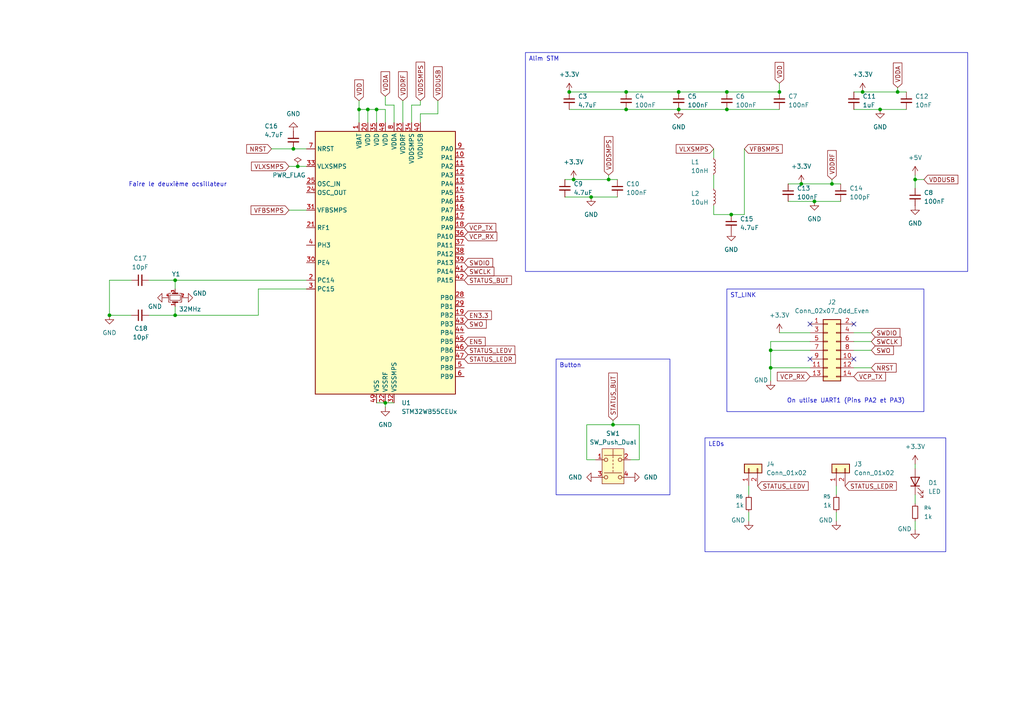
<source format=kicad_sch>
(kicad_sch
	(version 20250114)
	(generator "eeschema")
	(generator_version "9.0")
	(uuid "eab4a41e-ad18-411c-8532-ae4649a41915")
	(paper "A4")
	(lib_symbols
		(symbol "Connector_Generic:Conn_01x02"
			(pin_names
				(offset 1.016)
				(hide yes)
			)
			(exclude_from_sim no)
			(in_bom yes)
			(on_board yes)
			(property "Reference" "J"
				(at 0 2.54 0)
				(effects
					(font
						(size 1.27 1.27)
					)
				)
			)
			(property "Value" "Conn_01x02"
				(at 0 -5.08 0)
				(effects
					(font
						(size 1.27 1.27)
					)
				)
			)
			(property "Footprint" ""
				(at 0 0 0)
				(effects
					(font
						(size 1.27 1.27)
					)
					(hide yes)
				)
			)
			(property "Datasheet" "~"
				(at 0 0 0)
				(effects
					(font
						(size 1.27 1.27)
					)
					(hide yes)
				)
			)
			(property "Description" "Generic connector, single row, 01x02, script generated (kicad-library-utils/schlib/autogen/connector/)"
				(at 0 0 0)
				(effects
					(font
						(size 1.27 1.27)
					)
					(hide yes)
				)
			)
			(property "ki_keywords" "connector"
				(at 0 0 0)
				(effects
					(font
						(size 1.27 1.27)
					)
					(hide yes)
				)
			)
			(property "ki_fp_filters" "Connector*:*_1x??_*"
				(at 0 0 0)
				(effects
					(font
						(size 1.27 1.27)
					)
					(hide yes)
				)
			)
			(symbol "Conn_01x02_1_1"
				(rectangle
					(start -1.27 1.27)
					(end 1.27 -3.81)
					(stroke
						(width 0.254)
						(type default)
					)
					(fill
						(type background)
					)
				)
				(rectangle
					(start -1.27 0.127)
					(end 0 -0.127)
					(stroke
						(width 0.1524)
						(type default)
					)
					(fill
						(type none)
					)
				)
				(rectangle
					(start -1.27 -2.413)
					(end 0 -2.667)
					(stroke
						(width 0.1524)
						(type default)
					)
					(fill
						(type none)
					)
				)
				(pin passive line
					(at -5.08 0 0)
					(length 3.81)
					(name "Pin_1"
						(effects
							(font
								(size 1.27 1.27)
							)
						)
					)
					(number "1"
						(effects
							(font
								(size 1.27 1.27)
							)
						)
					)
				)
				(pin passive line
					(at -5.08 -2.54 0)
					(length 3.81)
					(name "Pin_2"
						(effects
							(font
								(size 1.27 1.27)
							)
						)
					)
					(number "2"
						(effects
							(font
								(size 1.27 1.27)
							)
						)
					)
				)
			)
			(embedded_fonts no)
		)
		(symbol "Connector_Generic:Conn_02x07_Odd_Even"
			(pin_names
				(offset 1.016)
				(hide yes)
			)
			(exclude_from_sim no)
			(in_bom yes)
			(on_board yes)
			(property "Reference" "J"
				(at 1.27 10.16 0)
				(effects
					(font
						(size 1.27 1.27)
					)
				)
			)
			(property "Value" "Conn_02x07_Odd_Even"
				(at 1.27 -10.16 0)
				(effects
					(font
						(size 1.27 1.27)
					)
				)
			)
			(property "Footprint" ""
				(at 0 0 0)
				(effects
					(font
						(size 1.27 1.27)
					)
					(hide yes)
				)
			)
			(property "Datasheet" "~"
				(at 0 0 0)
				(effects
					(font
						(size 1.27 1.27)
					)
					(hide yes)
				)
			)
			(property "Description" "Generic connector, double row, 02x07, odd/even pin numbering scheme (row 1 odd numbers, row 2 even numbers), script generated (kicad-library-utils/schlib/autogen/connector/)"
				(at 0 0 0)
				(effects
					(font
						(size 1.27 1.27)
					)
					(hide yes)
				)
			)
			(property "ki_keywords" "connector"
				(at 0 0 0)
				(effects
					(font
						(size 1.27 1.27)
					)
					(hide yes)
				)
			)
			(property "ki_fp_filters" "Connector*:*_2x??_*"
				(at 0 0 0)
				(effects
					(font
						(size 1.27 1.27)
					)
					(hide yes)
				)
			)
			(symbol "Conn_02x07_Odd_Even_1_1"
				(rectangle
					(start -1.27 8.89)
					(end 3.81 -8.89)
					(stroke
						(width 0.254)
						(type default)
					)
					(fill
						(type background)
					)
				)
				(rectangle
					(start -1.27 7.747)
					(end 0 7.493)
					(stroke
						(width 0.1524)
						(type default)
					)
					(fill
						(type none)
					)
				)
				(rectangle
					(start -1.27 5.207)
					(end 0 4.953)
					(stroke
						(width 0.1524)
						(type default)
					)
					(fill
						(type none)
					)
				)
				(rectangle
					(start -1.27 2.667)
					(end 0 2.413)
					(stroke
						(width 0.1524)
						(type default)
					)
					(fill
						(type none)
					)
				)
				(rectangle
					(start -1.27 0.127)
					(end 0 -0.127)
					(stroke
						(width 0.1524)
						(type default)
					)
					(fill
						(type none)
					)
				)
				(rectangle
					(start -1.27 -2.413)
					(end 0 -2.667)
					(stroke
						(width 0.1524)
						(type default)
					)
					(fill
						(type none)
					)
				)
				(rectangle
					(start -1.27 -4.953)
					(end 0 -5.207)
					(stroke
						(width 0.1524)
						(type default)
					)
					(fill
						(type none)
					)
				)
				(rectangle
					(start -1.27 -7.493)
					(end 0 -7.747)
					(stroke
						(width 0.1524)
						(type default)
					)
					(fill
						(type none)
					)
				)
				(rectangle
					(start 3.81 7.747)
					(end 2.54 7.493)
					(stroke
						(width 0.1524)
						(type default)
					)
					(fill
						(type none)
					)
				)
				(rectangle
					(start 3.81 5.207)
					(end 2.54 4.953)
					(stroke
						(width 0.1524)
						(type default)
					)
					(fill
						(type none)
					)
				)
				(rectangle
					(start 3.81 2.667)
					(end 2.54 2.413)
					(stroke
						(width 0.1524)
						(type default)
					)
					(fill
						(type none)
					)
				)
				(rectangle
					(start 3.81 0.127)
					(end 2.54 -0.127)
					(stroke
						(width 0.1524)
						(type default)
					)
					(fill
						(type none)
					)
				)
				(rectangle
					(start 3.81 -2.413)
					(end 2.54 -2.667)
					(stroke
						(width 0.1524)
						(type default)
					)
					(fill
						(type none)
					)
				)
				(rectangle
					(start 3.81 -4.953)
					(end 2.54 -5.207)
					(stroke
						(width 0.1524)
						(type default)
					)
					(fill
						(type none)
					)
				)
				(rectangle
					(start 3.81 -7.493)
					(end 2.54 -7.747)
					(stroke
						(width 0.1524)
						(type default)
					)
					(fill
						(type none)
					)
				)
				(pin passive line
					(at -5.08 7.62 0)
					(length 3.81)
					(name "Pin_1"
						(effects
							(font
								(size 1.27 1.27)
							)
						)
					)
					(number "1"
						(effects
							(font
								(size 1.27 1.27)
							)
						)
					)
				)
				(pin passive line
					(at -5.08 5.08 0)
					(length 3.81)
					(name "Pin_3"
						(effects
							(font
								(size 1.27 1.27)
							)
						)
					)
					(number "3"
						(effects
							(font
								(size 1.27 1.27)
							)
						)
					)
				)
				(pin passive line
					(at -5.08 2.54 0)
					(length 3.81)
					(name "Pin_5"
						(effects
							(font
								(size 1.27 1.27)
							)
						)
					)
					(number "5"
						(effects
							(font
								(size 1.27 1.27)
							)
						)
					)
				)
				(pin passive line
					(at -5.08 0 0)
					(length 3.81)
					(name "Pin_7"
						(effects
							(font
								(size 1.27 1.27)
							)
						)
					)
					(number "7"
						(effects
							(font
								(size 1.27 1.27)
							)
						)
					)
				)
				(pin passive line
					(at -5.08 -2.54 0)
					(length 3.81)
					(name "Pin_9"
						(effects
							(font
								(size 1.27 1.27)
							)
						)
					)
					(number "9"
						(effects
							(font
								(size 1.27 1.27)
							)
						)
					)
				)
				(pin passive line
					(at -5.08 -5.08 0)
					(length 3.81)
					(name "Pin_11"
						(effects
							(font
								(size 1.27 1.27)
							)
						)
					)
					(number "11"
						(effects
							(font
								(size 1.27 1.27)
							)
						)
					)
				)
				(pin passive line
					(at -5.08 -7.62 0)
					(length 3.81)
					(name "Pin_13"
						(effects
							(font
								(size 1.27 1.27)
							)
						)
					)
					(number "13"
						(effects
							(font
								(size 1.27 1.27)
							)
						)
					)
				)
				(pin passive line
					(at 7.62 7.62 180)
					(length 3.81)
					(name "Pin_2"
						(effects
							(font
								(size 1.27 1.27)
							)
						)
					)
					(number "2"
						(effects
							(font
								(size 1.27 1.27)
							)
						)
					)
				)
				(pin passive line
					(at 7.62 5.08 180)
					(length 3.81)
					(name "Pin_4"
						(effects
							(font
								(size 1.27 1.27)
							)
						)
					)
					(number "4"
						(effects
							(font
								(size 1.27 1.27)
							)
						)
					)
				)
				(pin passive line
					(at 7.62 2.54 180)
					(length 3.81)
					(name "Pin_6"
						(effects
							(font
								(size 1.27 1.27)
							)
						)
					)
					(number "6"
						(effects
							(font
								(size 1.27 1.27)
							)
						)
					)
				)
				(pin passive line
					(at 7.62 0 180)
					(length 3.81)
					(name "Pin_8"
						(effects
							(font
								(size 1.27 1.27)
							)
						)
					)
					(number "8"
						(effects
							(font
								(size 1.27 1.27)
							)
						)
					)
				)
				(pin passive line
					(at 7.62 -2.54 180)
					(length 3.81)
					(name "Pin_10"
						(effects
							(font
								(size 1.27 1.27)
							)
						)
					)
					(number "10"
						(effects
							(font
								(size 1.27 1.27)
							)
						)
					)
				)
				(pin passive line
					(at 7.62 -5.08 180)
					(length 3.81)
					(name "Pin_12"
						(effects
							(font
								(size 1.27 1.27)
							)
						)
					)
					(number "12"
						(effects
							(font
								(size 1.27 1.27)
							)
						)
					)
				)
				(pin passive line
					(at 7.62 -7.62 180)
					(length 3.81)
					(name "Pin_14"
						(effects
							(font
								(size 1.27 1.27)
							)
						)
					)
					(number "14"
						(effects
							(font
								(size 1.27 1.27)
							)
						)
					)
				)
			)
			(embedded_fonts no)
		)
		(symbol "Device:C_Small"
			(pin_numbers
				(hide yes)
			)
			(pin_names
				(offset 0.254)
				(hide yes)
			)
			(exclude_from_sim no)
			(in_bom yes)
			(on_board yes)
			(property "Reference" "C"
				(at 0.254 1.778 0)
				(effects
					(font
						(size 1.27 1.27)
					)
					(justify left)
				)
			)
			(property "Value" "C_Small"
				(at 0.254 -2.032 0)
				(effects
					(font
						(size 1.27 1.27)
					)
					(justify left)
				)
			)
			(property "Footprint" ""
				(at 0 0 0)
				(effects
					(font
						(size 1.27 1.27)
					)
					(hide yes)
				)
			)
			(property "Datasheet" "~"
				(at 0 0 0)
				(effects
					(font
						(size 1.27 1.27)
					)
					(hide yes)
				)
			)
			(property "Description" "Unpolarized capacitor, small symbol"
				(at 0 0 0)
				(effects
					(font
						(size 1.27 1.27)
					)
					(hide yes)
				)
			)
			(property "ki_keywords" "capacitor cap"
				(at 0 0 0)
				(effects
					(font
						(size 1.27 1.27)
					)
					(hide yes)
				)
			)
			(property "ki_fp_filters" "C_*"
				(at 0 0 0)
				(effects
					(font
						(size 1.27 1.27)
					)
					(hide yes)
				)
			)
			(symbol "C_Small_0_1"
				(polyline
					(pts
						(xy -1.524 0.508) (xy 1.524 0.508)
					)
					(stroke
						(width 0.3048)
						(type default)
					)
					(fill
						(type none)
					)
				)
				(polyline
					(pts
						(xy -1.524 -0.508) (xy 1.524 -0.508)
					)
					(stroke
						(width 0.3302)
						(type default)
					)
					(fill
						(type none)
					)
				)
			)
			(symbol "C_Small_1_1"
				(pin passive line
					(at 0 2.54 270)
					(length 2.032)
					(name "~"
						(effects
							(font
								(size 1.27 1.27)
							)
						)
					)
					(number "1"
						(effects
							(font
								(size 1.27 1.27)
							)
						)
					)
				)
				(pin passive line
					(at 0 -2.54 90)
					(length 2.032)
					(name "~"
						(effects
							(font
								(size 1.27 1.27)
							)
						)
					)
					(number "2"
						(effects
							(font
								(size 1.27 1.27)
							)
						)
					)
				)
			)
			(embedded_fonts no)
		)
		(symbol "Device:Crystal_GND24_Small"
			(pin_names
				(offset 1.016)
				(hide yes)
			)
			(exclude_from_sim no)
			(in_bom yes)
			(on_board yes)
			(property "Reference" "Y"
				(at 1.27 4.445 0)
				(effects
					(font
						(size 1.27 1.27)
					)
					(justify left)
				)
			)
			(property "Value" "Crystal_GND24_Small"
				(at 1.27 2.54 0)
				(effects
					(font
						(size 1.27 1.27)
					)
					(justify left)
				)
			)
			(property "Footprint" ""
				(at 0 0 0)
				(effects
					(font
						(size 1.27 1.27)
					)
					(hide yes)
				)
			)
			(property "Datasheet" "~"
				(at 0 0 0)
				(effects
					(font
						(size 1.27 1.27)
					)
					(hide yes)
				)
			)
			(property "Description" "Four pin crystal, GND on pins 2 and 4, small symbol"
				(at 0 0 0)
				(effects
					(font
						(size 1.27 1.27)
					)
					(hide yes)
				)
			)
			(property "ki_keywords" "quartz ceramic resonator oscillator"
				(at 0 0 0)
				(effects
					(font
						(size 1.27 1.27)
					)
					(hide yes)
				)
			)
			(property "ki_fp_filters" "Crystal*"
				(at 0 0 0)
				(effects
					(font
						(size 1.27 1.27)
					)
					(hide yes)
				)
			)
			(symbol "Crystal_GND24_Small_0_1"
				(polyline
					(pts
						(xy -1.27 1.27) (xy -1.27 1.905) (xy 1.27 1.905) (xy 1.27 1.27)
					)
					(stroke
						(width 0)
						(type default)
					)
					(fill
						(type none)
					)
				)
				(polyline
					(pts
						(xy -1.27 -0.762) (xy -1.27 0.762)
					)
					(stroke
						(width 0.381)
						(type default)
					)
					(fill
						(type none)
					)
				)
				(polyline
					(pts
						(xy -1.27 -1.27) (xy -1.27 -1.905) (xy 1.27 -1.905) (xy 1.27 -1.27)
					)
					(stroke
						(width 0)
						(type default)
					)
					(fill
						(type none)
					)
				)
				(rectangle
					(start -0.762 -1.524)
					(end 0.762 1.524)
					(stroke
						(width 0)
						(type default)
					)
					(fill
						(type none)
					)
				)
				(polyline
					(pts
						(xy 1.27 -0.762) (xy 1.27 0.762)
					)
					(stroke
						(width 0.381)
						(type default)
					)
					(fill
						(type none)
					)
				)
			)
			(symbol "Crystal_GND24_Small_1_1"
				(pin passive line
					(at -2.54 0 0)
					(length 1.27)
					(name "1"
						(effects
							(font
								(size 1.27 1.27)
							)
						)
					)
					(number "1"
						(effects
							(font
								(size 0.762 0.762)
							)
						)
					)
				)
				(pin passive line
					(at 0 2.54 270)
					(length 0.635)
					(name "4"
						(effects
							(font
								(size 1.27 1.27)
							)
						)
					)
					(number "4"
						(effects
							(font
								(size 0.762 0.762)
							)
						)
					)
				)
				(pin passive line
					(at 0 -2.54 90)
					(length 0.635)
					(name "2"
						(effects
							(font
								(size 1.27 1.27)
							)
						)
					)
					(number "2"
						(effects
							(font
								(size 0.762 0.762)
							)
						)
					)
				)
				(pin passive line
					(at 2.54 0 180)
					(length 1.27)
					(name "3"
						(effects
							(font
								(size 1.27 1.27)
							)
						)
					)
					(number "3"
						(effects
							(font
								(size 0.762 0.762)
							)
						)
					)
				)
			)
			(embedded_fonts no)
		)
		(symbol "Device:LED"
			(pin_numbers
				(hide yes)
			)
			(pin_names
				(offset 1.016)
				(hide yes)
			)
			(exclude_from_sim no)
			(in_bom yes)
			(on_board yes)
			(property "Reference" "D"
				(at 0 2.54 0)
				(effects
					(font
						(size 1.27 1.27)
					)
				)
			)
			(property "Value" "LED"
				(at 0 -2.54 0)
				(effects
					(font
						(size 1.27 1.27)
					)
				)
			)
			(property "Footprint" ""
				(at 0 0 0)
				(effects
					(font
						(size 1.27 1.27)
					)
					(hide yes)
				)
			)
			(property "Datasheet" "~"
				(at 0 0 0)
				(effects
					(font
						(size 1.27 1.27)
					)
					(hide yes)
				)
			)
			(property "Description" "Light emitting diode"
				(at 0 0 0)
				(effects
					(font
						(size 1.27 1.27)
					)
					(hide yes)
				)
			)
			(property "Sim.Pins" "1=K 2=A"
				(at 0 0 0)
				(effects
					(font
						(size 1.27 1.27)
					)
					(hide yes)
				)
			)
			(property "ki_keywords" "LED diode"
				(at 0 0 0)
				(effects
					(font
						(size 1.27 1.27)
					)
					(hide yes)
				)
			)
			(property "ki_fp_filters" "LED* LED_SMD:* LED_THT:*"
				(at 0 0 0)
				(effects
					(font
						(size 1.27 1.27)
					)
					(hide yes)
				)
			)
			(symbol "LED_0_1"
				(polyline
					(pts
						(xy -3.048 -0.762) (xy -4.572 -2.286) (xy -3.81 -2.286) (xy -4.572 -2.286) (xy -4.572 -1.524)
					)
					(stroke
						(width 0)
						(type default)
					)
					(fill
						(type none)
					)
				)
				(polyline
					(pts
						(xy -1.778 -0.762) (xy -3.302 -2.286) (xy -2.54 -2.286) (xy -3.302 -2.286) (xy -3.302 -1.524)
					)
					(stroke
						(width 0)
						(type default)
					)
					(fill
						(type none)
					)
				)
				(polyline
					(pts
						(xy -1.27 0) (xy 1.27 0)
					)
					(stroke
						(width 0)
						(type default)
					)
					(fill
						(type none)
					)
				)
				(polyline
					(pts
						(xy -1.27 -1.27) (xy -1.27 1.27)
					)
					(stroke
						(width 0.254)
						(type default)
					)
					(fill
						(type none)
					)
				)
				(polyline
					(pts
						(xy 1.27 -1.27) (xy 1.27 1.27) (xy -1.27 0) (xy 1.27 -1.27)
					)
					(stroke
						(width 0.254)
						(type default)
					)
					(fill
						(type none)
					)
				)
			)
			(symbol "LED_1_1"
				(pin passive line
					(at -3.81 0 0)
					(length 2.54)
					(name "K"
						(effects
							(font
								(size 1.27 1.27)
							)
						)
					)
					(number "1"
						(effects
							(font
								(size 1.27 1.27)
							)
						)
					)
				)
				(pin passive line
					(at 3.81 0 180)
					(length 2.54)
					(name "A"
						(effects
							(font
								(size 1.27 1.27)
							)
						)
					)
					(number "2"
						(effects
							(font
								(size 1.27 1.27)
							)
						)
					)
				)
			)
			(embedded_fonts no)
		)
		(symbol "Device:L_Small"
			(pin_numbers
				(hide yes)
			)
			(pin_names
				(offset 0.254)
				(hide yes)
			)
			(exclude_from_sim no)
			(in_bom yes)
			(on_board yes)
			(property "Reference" "L"
				(at 0.762 1.016 0)
				(effects
					(font
						(size 1.27 1.27)
					)
					(justify left)
				)
			)
			(property "Value" "L_Small"
				(at 0.762 -1.016 0)
				(effects
					(font
						(size 1.27 1.27)
					)
					(justify left)
				)
			)
			(property "Footprint" ""
				(at 0 0 0)
				(effects
					(font
						(size 1.27 1.27)
					)
					(hide yes)
				)
			)
			(property "Datasheet" "~"
				(at 0 0 0)
				(effects
					(font
						(size 1.27 1.27)
					)
					(hide yes)
				)
			)
			(property "Description" "Inductor, small symbol"
				(at 0 0 0)
				(effects
					(font
						(size 1.27 1.27)
					)
					(hide yes)
				)
			)
			(property "ki_keywords" "inductor choke coil reactor magnetic"
				(at 0 0 0)
				(effects
					(font
						(size 1.27 1.27)
					)
					(hide yes)
				)
			)
			(property "ki_fp_filters" "Choke_* *Coil* Inductor_* L_*"
				(at 0 0 0)
				(effects
					(font
						(size 1.27 1.27)
					)
					(hide yes)
				)
			)
			(symbol "L_Small_0_1"
				(arc
					(start 0 2.032)
					(mid 0.5058 1.524)
					(end 0 1.016)
					(stroke
						(width 0)
						(type default)
					)
					(fill
						(type none)
					)
				)
				(arc
					(start 0 1.016)
					(mid 0.5058 0.508)
					(end 0 0)
					(stroke
						(width 0)
						(type default)
					)
					(fill
						(type none)
					)
				)
				(arc
					(start 0 0)
					(mid 0.5058 -0.508)
					(end 0 -1.016)
					(stroke
						(width 0)
						(type default)
					)
					(fill
						(type none)
					)
				)
				(arc
					(start 0 -1.016)
					(mid 0.5058 -1.524)
					(end 0 -2.032)
					(stroke
						(width 0)
						(type default)
					)
					(fill
						(type none)
					)
				)
			)
			(symbol "L_Small_1_1"
				(pin passive line
					(at 0 2.54 270)
					(length 0.508)
					(name "~"
						(effects
							(font
								(size 1.27 1.27)
							)
						)
					)
					(number "1"
						(effects
							(font
								(size 1.27 1.27)
							)
						)
					)
				)
				(pin passive line
					(at 0 -2.54 90)
					(length 0.508)
					(name "~"
						(effects
							(font
								(size 1.27 1.27)
							)
						)
					)
					(number "2"
						(effects
							(font
								(size 1.27 1.27)
							)
						)
					)
				)
			)
			(embedded_fonts no)
		)
		(symbol "Device:R_Small"
			(pin_numbers
				(hide yes)
			)
			(pin_names
				(offset 0.254)
				(hide yes)
			)
			(exclude_from_sim no)
			(in_bom yes)
			(on_board yes)
			(property "Reference" "R"
				(at 0 0 90)
				(effects
					(font
						(size 1.016 1.016)
					)
				)
			)
			(property "Value" "R_Small"
				(at 1.778 0 90)
				(effects
					(font
						(size 1.27 1.27)
					)
				)
			)
			(property "Footprint" ""
				(at 0 0 0)
				(effects
					(font
						(size 1.27 1.27)
					)
					(hide yes)
				)
			)
			(property "Datasheet" "~"
				(at 0 0 0)
				(effects
					(font
						(size 1.27 1.27)
					)
					(hide yes)
				)
			)
			(property "Description" "Resistor, small symbol"
				(at 0 0 0)
				(effects
					(font
						(size 1.27 1.27)
					)
					(hide yes)
				)
			)
			(property "ki_keywords" "R resistor"
				(at 0 0 0)
				(effects
					(font
						(size 1.27 1.27)
					)
					(hide yes)
				)
			)
			(property "ki_fp_filters" "R_*"
				(at 0 0 0)
				(effects
					(font
						(size 1.27 1.27)
					)
					(hide yes)
				)
			)
			(symbol "R_Small_0_1"
				(rectangle
					(start -0.762 1.778)
					(end 0.762 -1.778)
					(stroke
						(width 0.2032)
						(type default)
					)
					(fill
						(type none)
					)
				)
			)
			(symbol "R_Small_1_1"
				(pin passive line
					(at 0 2.54 270)
					(length 0.762)
					(name "~"
						(effects
							(font
								(size 1.27 1.27)
							)
						)
					)
					(number "1"
						(effects
							(font
								(size 1.27 1.27)
							)
						)
					)
				)
				(pin passive line
					(at 0 -2.54 90)
					(length 0.762)
					(name "~"
						(effects
							(font
								(size 1.27 1.27)
							)
						)
					)
					(number "2"
						(effects
							(font
								(size 1.27 1.27)
							)
						)
					)
				)
			)
			(embedded_fonts no)
		)
		(symbol "MCU_ST_STM32WB:STM32WB55CEUx"
			(exclude_from_sim no)
			(in_bom yes)
			(on_board yes)
			(property "Reference" "U"
				(at -20.32 39.37 0)
				(effects
					(font
						(size 1.27 1.27)
					)
					(justify left)
				)
			)
			(property "Value" "STM32WB55CEUx"
				(at 12.7 39.37 0)
				(effects
					(font
						(size 1.27 1.27)
					)
					(justify left)
				)
			)
			(property "Footprint" "Package_DFN_QFN:QFN-48-1EP_7x7mm_P0.5mm_EP5.6x5.6mm"
				(at -20.32 -38.1 0)
				(effects
					(font
						(size 1.27 1.27)
					)
					(justify right)
					(hide yes)
				)
			)
			(property "Datasheet" "https://www.st.com/resource/en/datasheet/stm32wb55ce.pdf"
				(at 0 0 0)
				(effects
					(font
						(size 1.27 1.27)
					)
					(hide yes)
				)
			)
			(property "Description" "STMicroelectronics Arm Cortex-M4 MCU, 512KB flash, 256KB RAM, 64 MHz, 1.71-3.6V, 30 GPIO, UFQFPN48"
				(at 0 0 0)
				(effects
					(font
						(size 1.27 1.27)
					)
					(hide yes)
				)
			)
			(property "ki_keywords" "Arm Cortex-M4 STM32WB STM32WBx5"
				(at 0 0 0)
				(effects
					(font
						(size 1.27 1.27)
					)
					(hide yes)
				)
			)
			(property "ki_fp_filters" "QFN*1EP*7x7mm*P0.5mm*"
				(at 0 0 0)
				(effects
					(font
						(size 1.27 1.27)
					)
					(hide yes)
				)
			)
			(symbol "STM32WB55CEUx_0_1"
				(rectangle
					(start -20.32 -38.1)
					(end 20.32 38.1)
					(stroke
						(width 0.254)
						(type default)
					)
					(fill
						(type background)
					)
				)
			)
			(symbol "STM32WB55CEUx_1_1"
				(pin input line
					(at -22.86 33.02 0)
					(length 2.54)
					(name "NRST"
						(effects
							(font
								(size 1.27 1.27)
							)
						)
					)
					(number "7"
						(effects
							(font
								(size 1.27 1.27)
							)
						)
					)
				)
				(pin power_in line
					(at -22.86 27.94 0)
					(length 2.54)
					(name "VLXSMPS"
						(effects
							(font
								(size 1.27 1.27)
							)
						)
					)
					(number "33"
						(effects
							(font
								(size 1.27 1.27)
							)
						)
					)
				)
				(pin input line
					(at -22.86 22.86 0)
					(length 2.54)
					(name "OSC_IN"
						(effects
							(font
								(size 1.27 1.27)
							)
						)
					)
					(number "25"
						(effects
							(font
								(size 1.27 1.27)
							)
						)
					)
					(alternate "RCC_OSC_IN" bidirectional line)
				)
				(pin input line
					(at -22.86 20.32 0)
					(length 2.54)
					(name "OSC_OUT"
						(effects
							(font
								(size 1.27 1.27)
							)
						)
					)
					(number "24"
						(effects
							(font
								(size 1.27 1.27)
							)
						)
					)
					(alternate "RCC_OSC_OUT" bidirectional line)
				)
				(pin input line
					(at -22.86 15.24 0)
					(length 2.54)
					(name "VFBSMPS"
						(effects
							(font
								(size 1.27 1.27)
							)
						)
					)
					(number "31"
						(effects
							(font
								(size 1.27 1.27)
							)
						)
					)
				)
				(pin bidirectional line
					(at -22.86 10.16 0)
					(length 2.54)
					(name "RF1"
						(effects
							(font
								(size 1.27 1.27)
							)
						)
					)
					(number "21"
						(effects
							(font
								(size 1.27 1.27)
							)
						)
					)
					(alternate "RF_RF1" bidirectional line)
				)
				(pin bidirectional line
					(at -22.86 5.08 0)
					(length 2.54)
					(name "PH3"
						(effects
							(font
								(size 1.27 1.27)
							)
						)
					)
					(number "4"
						(effects
							(font
								(size 1.27 1.27)
							)
						)
					)
					(alternate "RCC_LSCO" bidirectional line)
				)
				(pin bidirectional line
					(at -22.86 0 0)
					(length 2.54)
					(name "PE4"
						(effects
							(font
								(size 1.27 1.27)
							)
						)
					)
					(number "30"
						(effects
							(font
								(size 1.27 1.27)
							)
						)
					)
				)
				(pin bidirectional line
					(at -22.86 -5.08 0)
					(length 2.54)
					(name "PC14"
						(effects
							(font
								(size 1.27 1.27)
							)
						)
					)
					(number "2"
						(effects
							(font
								(size 1.27 1.27)
							)
						)
					)
					(alternate "RCC_OSC32_IN" bidirectional line)
				)
				(pin bidirectional line
					(at -22.86 -7.62 0)
					(length 2.54)
					(name "PC15"
						(effects
							(font
								(size 1.27 1.27)
							)
						)
					)
					(number "3"
						(effects
							(font
								(size 1.27 1.27)
							)
						)
					)
					(alternate "ADC1_EXTI15" bidirectional line)
					(alternate "RCC_OSC32_OUT" bidirectional line)
				)
				(pin no_connect line
					(at -20.32 -35.56 0)
					(length 2.54)
					(hide yes)
					(name "AT1"
						(effects
							(font
								(size 1.27 1.27)
							)
						)
					)
					(number "27"
						(effects
							(font
								(size 1.27 1.27)
							)
						)
					)
				)
				(pin no_connect line
					(at -20.32 -38.1 0)
					(length 2.54)
					(hide yes)
					(name "AT0"
						(effects
							(font
								(size 1.27 1.27)
							)
						)
					)
					(number "26"
						(effects
							(font
								(size 1.27 1.27)
							)
						)
					)
				)
				(pin power_in line
					(at -7.62 40.64 270)
					(length 2.54)
					(name "VBAT"
						(effects
							(font
								(size 1.27 1.27)
							)
						)
					)
					(number "1"
						(effects
							(font
								(size 1.27 1.27)
							)
						)
					)
				)
				(pin power_in line
					(at -5.08 40.64 270)
					(length 2.54)
					(name "VDD"
						(effects
							(font
								(size 1.27 1.27)
							)
						)
					)
					(number "20"
						(effects
							(font
								(size 1.27 1.27)
							)
						)
					)
				)
				(pin power_in line
					(at -2.54 40.64 270)
					(length 2.54)
					(name "VDD"
						(effects
							(font
								(size 1.27 1.27)
							)
						)
					)
					(number "35"
						(effects
							(font
								(size 1.27 1.27)
							)
						)
					)
				)
				(pin power_in line
					(at -2.54 -40.64 90)
					(length 2.54)
					(name "VSS"
						(effects
							(font
								(size 1.27 1.27)
							)
						)
					)
					(number "49"
						(effects
							(font
								(size 1.27 1.27)
							)
						)
					)
				)
				(pin power_in line
					(at 0 40.64 270)
					(length 2.54)
					(name "VDD"
						(effects
							(font
								(size 1.27 1.27)
							)
						)
					)
					(number "48"
						(effects
							(font
								(size 1.27 1.27)
							)
						)
					)
				)
				(pin power_in line
					(at 0 -40.64 90)
					(length 2.54)
					(name "VSSRF"
						(effects
							(font
								(size 1.27 1.27)
							)
						)
					)
					(number "22"
						(effects
							(font
								(size 1.27 1.27)
							)
						)
					)
				)
				(pin power_in line
					(at 2.54 40.64 270)
					(length 2.54)
					(name "VDDA"
						(effects
							(font
								(size 1.27 1.27)
							)
						)
					)
					(number "8"
						(effects
							(font
								(size 1.27 1.27)
							)
						)
					)
				)
				(pin power_in line
					(at 2.54 -40.64 90)
					(length 2.54)
					(name "VSSSMPS"
						(effects
							(font
								(size 1.27 1.27)
							)
						)
					)
					(number "32"
						(effects
							(font
								(size 1.27 1.27)
							)
						)
					)
				)
				(pin power_in line
					(at 5.08 40.64 270)
					(length 2.54)
					(name "VDDRF"
						(effects
							(font
								(size 1.27 1.27)
							)
						)
					)
					(number "23"
						(effects
							(font
								(size 1.27 1.27)
							)
						)
					)
				)
				(pin power_in line
					(at 7.62 40.64 270)
					(length 2.54)
					(name "VDDSMPS"
						(effects
							(font
								(size 1.27 1.27)
							)
						)
					)
					(number "34"
						(effects
							(font
								(size 1.27 1.27)
							)
						)
					)
				)
				(pin power_in line
					(at 10.16 40.64 270)
					(length 2.54)
					(name "VDDUSB"
						(effects
							(font
								(size 1.27 1.27)
							)
						)
					)
					(number "40"
						(effects
							(font
								(size 1.27 1.27)
							)
						)
					)
				)
				(pin bidirectional line
					(at 22.86 33.02 180)
					(length 2.54)
					(name "PA0"
						(effects
							(font
								(size 1.27 1.27)
							)
						)
					)
					(number "9"
						(effects
							(font
								(size 1.27 1.27)
							)
						)
					)
					(alternate "ADC1_IN5" bidirectional line)
					(alternate "COMP1_INM" bidirectional line)
					(alternate "COMP1_OUT" bidirectional line)
					(alternate "RTC_TAMP2" bidirectional line)
					(alternate "SAI1_EXTCLK" bidirectional line)
					(alternate "SYS_WKUP1" bidirectional line)
					(alternate "TIM2_CH1" bidirectional line)
					(alternate "TIM2_ETR" bidirectional line)
				)
				(pin bidirectional line
					(at 22.86 30.48 180)
					(length 2.54)
					(name "PA1"
						(effects
							(font
								(size 1.27 1.27)
							)
						)
					)
					(number "10"
						(effects
							(font
								(size 1.27 1.27)
							)
						)
					)
					(alternate "ADC1_IN6" bidirectional line)
					(alternate "COMP1_INP" bidirectional line)
					(alternate "I2C1_SMBA" bidirectional line)
					(alternate "LCD_SEG0" bidirectional line)
					(alternate "SPI1_SCK" bidirectional line)
					(alternate "TIM2_CH2" bidirectional line)
				)
				(pin bidirectional line
					(at 22.86 27.94 180)
					(length 2.54)
					(name "PA2"
						(effects
							(font
								(size 1.27 1.27)
							)
						)
					)
					(number "11"
						(effects
							(font
								(size 1.27 1.27)
							)
						)
					)
					(alternate "ADC1_IN7" bidirectional line)
					(alternate "COMP2_INM" bidirectional line)
					(alternate "COMP2_OUT" bidirectional line)
					(alternate "LCD_SEG1" bidirectional line)
					(alternate "LPUART1_TX" bidirectional line)
					(alternate "QUADSPI_BK1_NCS" bidirectional line)
					(alternate "RCC_LSCO" bidirectional line)
					(alternate "SYS_WKUP4" bidirectional line)
					(alternate "TIM2_CH3" bidirectional line)
				)
				(pin bidirectional line
					(at 22.86 25.4 180)
					(length 2.54)
					(name "PA3"
						(effects
							(font
								(size 1.27 1.27)
							)
						)
					)
					(number "12"
						(effects
							(font
								(size 1.27 1.27)
							)
						)
					)
					(alternate "ADC1_IN8" bidirectional line)
					(alternate "COMP2_INP" bidirectional line)
					(alternate "LCD_SEG2" bidirectional line)
					(alternate "LPUART1_RX" bidirectional line)
					(alternate "QUADSPI_CLK" bidirectional line)
					(alternate "SAI1_CK1" bidirectional line)
					(alternate "SAI1_MCLK_A" bidirectional line)
					(alternate "TIM2_CH4" bidirectional line)
				)
				(pin bidirectional line
					(at 22.86 22.86 180)
					(length 2.54)
					(name "PA4"
						(effects
							(font
								(size 1.27 1.27)
							)
						)
					)
					(number "13"
						(effects
							(font
								(size 1.27 1.27)
							)
						)
					)
					(alternate "ADC1_IN9" bidirectional line)
					(alternate "COMP1_INM" bidirectional line)
					(alternate "COMP2_INM" bidirectional line)
					(alternate "LCD_SEG5" bidirectional line)
					(alternate "LPTIM2_OUT" bidirectional line)
					(alternate "SAI1_FS_B" bidirectional line)
					(alternate "SPI1_NSS" bidirectional line)
				)
				(pin bidirectional line
					(at 22.86 20.32 180)
					(length 2.54)
					(name "PA5"
						(effects
							(font
								(size 1.27 1.27)
							)
						)
					)
					(number "14"
						(effects
							(font
								(size 1.27 1.27)
							)
						)
					)
					(alternate "ADC1_IN10" bidirectional line)
					(alternate "COMP1_INM" bidirectional line)
					(alternate "COMP2_INM" bidirectional line)
					(alternate "LPTIM2_ETR" bidirectional line)
					(alternate "SAI1_SD_B" bidirectional line)
					(alternate "SPI1_SCK" bidirectional line)
					(alternate "TIM2_CH1" bidirectional line)
					(alternate "TIM2_ETR" bidirectional line)
				)
				(pin bidirectional line
					(at 22.86 17.78 180)
					(length 2.54)
					(name "PA6"
						(effects
							(font
								(size 1.27 1.27)
							)
						)
					)
					(number "15"
						(effects
							(font
								(size 1.27 1.27)
							)
						)
					)
					(alternate "ADC1_IN11" bidirectional line)
					(alternate "LCD_SEG3" bidirectional line)
					(alternate "LPUART1_CTS" bidirectional line)
					(alternate "QUADSPI_BK1_IO3" bidirectional line)
					(alternate "SPI1_MISO" bidirectional line)
					(alternate "TIM16_CH1" bidirectional line)
					(alternate "TIM1_BKIN" bidirectional line)
				)
				(pin bidirectional line
					(at 22.86 15.24 180)
					(length 2.54)
					(name "PA7"
						(effects
							(font
								(size 1.27 1.27)
							)
						)
					)
					(number "16"
						(effects
							(font
								(size 1.27 1.27)
							)
						)
					)
					(alternate "ADC1_IN12" bidirectional line)
					(alternate "COMP2_OUT" bidirectional line)
					(alternate "I2C3_SCL" bidirectional line)
					(alternate "LCD_SEG4" bidirectional line)
					(alternate "QUADSPI_BK1_IO2" bidirectional line)
					(alternate "SPI1_MOSI" bidirectional line)
					(alternate "TIM17_CH1" bidirectional line)
					(alternate "TIM1_CH1N" bidirectional line)
				)
				(pin bidirectional line
					(at 22.86 12.7 180)
					(length 2.54)
					(name "PA8"
						(effects
							(font
								(size 1.27 1.27)
							)
						)
					)
					(number "17"
						(effects
							(font
								(size 1.27 1.27)
							)
						)
					)
					(alternate "ADC1_IN15" bidirectional line)
					(alternate "LCD_COM0" bidirectional line)
					(alternate "LPTIM2_OUT" bidirectional line)
					(alternate "RCC_MCO" bidirectional line)
					(alternate "SAI1_CK2" bidirectional line)
					(alternate "SAI1_SCK_A" bidirectional line)
					(alternate "TIM1_CH1" bidirectional line)
					(alternate "USART1_CK" bidirectional line)
				)
				(pin bidirectional line
					(at 22.86 10.16 180)
					(length 2.54)
					(name "PA9"
						(effects
							(font
								(size 1.27 1.27)
							)
						)
					)
					(number "18"
						(effects
							(font
								(size 1.27 1.27)
							)
						)
					)
					(alternate "ADC1_IN16" bidirectional line)
					(alternate "COMP1_INM" bidirectional line)
					(alternate "I2C1_SCL" bidirectional line)
					(alternate "LCD_COM1" bidirectional line)
					(alternate "SAI1_D2" bidirectional line)
					(alternate "SAI1_FS_A" bidirectional line)
					(alternate "TIM1_CH2" bidirectional line)
					(alternate "USART1_TX" bidirectional line)
				)
				(pin bidirectional line
					(at 22.86 7.62 180)
					(length 2.54)
					(name "PA10"
						(effects
							(font
								(size 1.27 1.27)
							)
						)
					)
					(number "36"
						(effects
							(font
								(size 1.27 1.27)
							)
						)
					)
					(alternate "CRS_SYNC" bidirectional line)
					(alternate "I2C1_SDA" bidirectional line)
					(alternate "LCD_COM2" bidirectional line)
					(alternate "SAI1_D1" bidirectional line)
					(alternate "SAI1_SD_A" bidirectional line)
					(alternate "TIM17_BKIN" bidirectional line)
					(alternate "TIM1_CH3" bidirectional line)
					(alternate "USART1_RX" bidirectional line)
				)
				(pin bidirectional line
					(at 22.86 5.08 180)
					(length 2.54)
					(name "PA11"
						(effects
							(font
								(size 1.27 1.27)
							)
						)
					)
					(number "37"
						(effects
							(font
								(size 1.27 1.27)
							)
						)
					)
					(alternate "ADC1_EXTI11" bidirectional line)
					(alternate "SPI1_MISO" bidirectional line)
					(alternate "TIM1_BKIN2" bidirectional line)
					(alternate "TIM1_CH4" bidirectional line)
					(alternate "USART1_CTS" bidirectional line)
					(alternate "USART1_NSS" bidirectional line)
					(alternate "USB_DM" bidirectional line)
				)
				(pin bidirectional line
					(at 22.86 2.54 180)
					(length 2.54)
					(name "PA12"
						(effects
							(font
								(size 1.27 1.27)
							)
						)
					)
					(number "38"
						(effects
							(font
								(size 1.27 1.27)
							)
						)
					)
					(alternate "LPUART1_RX" bidirectional line)
					(alternate "SPI1_MOSI" bidirectional line)
					(alternate "TIM1_ETR" bidirectional line)
					(alternate "USART1_DE" bidirectional line)
					(alternate "USART1_RTS" bidirectional line)
					(alternate "USB_DP" bidirectional line)
				)
				(pin bidirectional line
					(at 22.86 0 180)
					(length 2.54)
					(name "PA13"
						(effects
							(font
								(size 1.27 1.27)
							)
						)
					)
					(number "39"
						(effects
							(font
								(size 1.27 1.27)
							)
						)
					)
					(alternate "IR_OUT" bidirectional line)
					(alternate "SAI1_SD_B" bidirectional line)
					(alternate "SYS_JTMS-SWDIO" bidirectional line)
					(alternate "USB_NOE" bidirectional line)
				)
				(pin bidirectional line
					(at 22.86 -2.54 180)
					(length 2.54)
					(name "PA14"
						(effects
							(font
								(size 1.27 1.27)
							)
						)
					)
					(number "41"
						(effects
							(font
								(size 1.27 1.27)
							)
						)
					)
					(alternate "I2C1_SMBA" bidirectional line)
					(alternate "LCD_SEG5" bidirectional line)
					(alternate "LPTIM1_OUT" bidirectional line)
					(alternate "SAI1_FS_B" bidirectional line)
					(alternate "SYS_JTCK-SWCLK" bidirectional line)
				)
				(pin bidirectional line
					(at 22.86 -5.08 180)
					(length 2.54)
					(name "PA15"
						(effects
							(font
								(size 1.27 1.27)
							)
						)
					)
					(number "42"
						(effects
							(font
								(size 1.27 1.27)
							)
						)
					)
					(alternate "ADC1_EXTI15" bidirectional line)
					(alternate "LCD_SEG17" bidirectional line)
					(alternate "RCC_MCO" bidirectional line)
					(alternate "SPI1_NSS" bidirectional line)
					(alternate "SYS_JTDI" bidirectional line)
					(alternate "TIM2_CH1" bidirectional line)
					(alternate "TIM2_ETR" bidirectional line)
				)
				(pin bidirectional line
					(at 22.86 -10.16 180)
					(length 2.54)
					(name "PB0"
						(effects
							(font
								(size 1.27 1.27)
							)
						)
					)
					(number "28"
						(effects
							(font
								(size 1.27 1.27)
							)
						)
					)
					(alternate "COMP1_OUT" bidirectional line)
					(alternate "RF_TX_MOD_EXT_PA" bidirectional line)
				)
				(pin bidirectional line
					(at 22.86 -12.7 180)
					(length 2.54)
					(name "PB1"
						(effects
							(font
								(size 1.27 1.27)
							)
						)
					)
					(number "29"
						(effects
							(font
								(size 1.27 1.27)
							)
						)
					)
					(alternate "LPTIM2_IN1" bidirectional line)
					(alternate "LPUART1_DE" bidirectional line)
					(alternate "LPUART1_RTS" bidirectional line)
				)
				(pin bidirectional line
					(at 22.86 -15.24 180)
					(length 2.54)
					(name "PB2"
						(effects
							(font
								(size 1.27 1.27)
							)
						)
					)
					(number "19"
						(effects
							(font
								(size 1.27 1.27)
							)
						)
					)
					(alternate "COMP1_INP" bidirectional line)
					(alternate "I2C3_SMBA" bidirectional line)
					(alternate "LCD_VLCD" bidirectional line)
					(alternate "LPTIM1_OUT" bidirectional line)
					(alternate "RTC_OUT2" bidirectional line)
					(alternate "SAI1_EXTCLK" bidirectional line)
					(alternate "SPI1_NSS" bidirectional line)
				)
				(pin bidirectional line
					(at 22.86 -17.78 180)
					(length 2.54)
					(name "PB3"
						(effects
							(font
								(size 1.27 1.27)
							)
						)
					)
					(number "43"
						(effects
							(font
								(size 1.27 1.27)
							)
						)
					)
					(alternate "COMP2_INM" bidirectional line)
					(alternate "LCD_SEG7" bidirectional line)
					(alternate "SAI1_SCK_B" bidirectional line)
					(alternate "SPI1_SCK" bidirectional line)
					(alternate "SYS_JTDO-SWO" bidirectional line)
					(alternate "TIM2_CH2" bidirectional line)
					(alternate "USART1_DE" bidirectional line)
					(alternate "USART1_RTS" bidirectional line)
				)
				(pin bidirectional line
					(at 22.86 -20.32 180)
					(length 2.54)
					(name "PB4"
						(effects
							(font
								(size 1.27 1.27)
							)
						)
					)
					(number "44"
						(effects
							(font
								(size 1.27 1.27)
							)
						)
					)
					(alternate "COMP2_INP" bidirectional line)
					(alternate "I2C3_SDA" bidirectional line)
					(alternate "LCD_SEG8" bidirectional line)
					(alternate "SAI1_MCLK_B" bidirectional line)
					(alternate "SPI1_MISO" bidirectional line)
					(alternate "SYS_JTRST" bidirectional line)
					(alternate "TIM17_BKIN" bidirectional line)
					(alternate "USART1_CTS" bidirectional line)
					(alternate "USART1_NSS" bidirectional line)
				)
				(pin bidirectional line
					(at 22.86 -22.86 180)
					(length 2.54)
					(name "PB5"
						(effects
							(font
								(size 1.27 1.27)
							)
						)
					)
					(number "45"
						(effects
							(font
								(size 1.27 1.27)
							)
						)
					)
					(alternate "COMP2_OUT" bidirectional line)
					(alternate "I2C1_SMBA" bidirectional line)
					(alternate "LCD_SEG9" bidirectional line)
					(alternate "LPTIM1_IN1" bidirectional line)
					(alternate "LPUART1_TX" bidirectional line)
					(alternate "SAI1_SD_B" bidirectional line)
					(alternate "SPI1_MOSI" bidirectional line)
					(alternate "TIM16_BKIN" bidirectional line)
					(alternate "USART1_CK" bidirectional line)
				)
				(pin bidirectional line
					(at 22.86 -25.4 180)
					(length 2.54)
					(name "PB6"
						(effects
							(font
								(size 1.27 1.27)
							)
						)
					)
					(number "46"
						(effects
							(font
								(size 1.27 1.27)
							)
						)
					)
					(alternate "COMP2_INP" bidirectional line)
					(alternate "I2C1_SCL" bidirectional line)
					(alternate "LCD_SEG6" bidirectional line)
					(alternate "LPTIM1_ETR" bidirectional line)
					(alternate "RCC_MCO" bidirectional line)
					(alternate "SAI1_FS_B" bidirectional line)
					(alternate "TIM16_CH1N" bidirectional line)
					(alternate "USART1_TX" bidirectional line)
				)
				(pin bidirectional line
					(at 22.86 -27.94 180)
					(length 2.54)
					(name "PB7"
						(effects
							(font
								(size 1.27 1.27)
							)
						)
					)
					(number "47"
						(effects
							(font
								(size 1.27 1.27)
							)
						)
					)
					(alternate "COMP2_INM" bidirectional line)
					(alternate "I2C1_SDA" bidirectional line)
					(alternate "LCD_SEG21" bidirectional line)
					(alternate "LPTIM1_IN2" bidirectional line)
					(alternate "SYS_PVD_IN" bidirectional line)
					(alternate "TIM17_CH1N" bidirectional line)
					(alternate "TIM1_BKIN" bidirectional line)
					(alternate "USART1_RX" bidirectional line)
				)
				(pin bidirectional line
					(at 22.86 -30.48 180)
					(length 2.54)
					(name "PB8"
						(effects
							(font
								(size 1.27 1.27)
							)
						)
					)
					(number "5"
						(effects
							(font
								(size 1.27 1.27)
							)
						)
					)
					(alternate "I2C1_SCL" bidirectional line)
					(alternate "LCD_SEG16" bidirectional line)
					(alternate "QUADSPI_BK1_IO1" bidirectional line)
					(alternate "SAI1_CK1" bidirectional line)
					(alternate "SAI1_MCLK_A" bidirectional line)
					(alternate "TIM16_CH1" bidirectional line)
					(alternate "TIM1_CH2N" bidirectional line)
				)
				(pin bidirectional line
					(at 22.86 -33.02 180)
					(length 2.54)
					(name "PB9"
						(effects
							(font
								(size 1.27 1.27)
							)
						)
					)
					(number "6"
						(effects
							(font
								(size 1.27 1.27)
							)
						)
					)
					(alternate "I2C1_SDA" bidirectional line)
					(alternate "IR_OUT" bidirectional line)
					(alternate "LCD_COM3" bidirectional line)
					(alternate "QUADSPI_BK1_IO0" bidirectional line)
					(alternate "SAI1_D2" bidirectional line)
					(alternate "SAI1_FS_A" bidirectional line)
					(alternate "TIM17_CH1" bidirectional line)
					(alternate "TIM1_CH3N" bidirectional line)
				)
			)
			(embedded_fonts no)
		)
		(symbol "Switch:SW_Push_Dual"
			(pin_names
				(offset 1.016)
				(hide yes)
			)
			(exclude_from_sim no)
			(in_bom yes)
			(on_board yes)
			(property "Reference" "SW"
				(at 0 7.62 0)
				(effects
					(font
						(size 1.27 1.27)
					)
				)
			)
			(property "Value" "SW_Push_Dual"
				(at 0 -6.35 0)
				(effects
					(font
						(size 1.27 1.27)
					)
				)
			)
			(property "Footprint" ""
				(at 0 7.62 0)
				(effects
					(font
						(size 1.27 1.27)
					)
					(hide yes)
				)
			)
			(property "Datasheet" "~"
				(at 0 0 0)
				(effects
					(font
						(size 1.27 1.27)
					)
					(hide yes)
				)
			)
			(property "Description" "Push button switch, generic, symbol, four pins"
				(at 0 0 0)
				(effects
					(font
						(size 1.27 1.27)
					)
					(hide yes)
				)
			)
			(property "ki_keywords" "switch normally-open pushbutton push-button"
				(at 0 0 0)
				(effects
					(font
						(size 1.27 1.27)
					)
					(hide yes)
				)
			)
			(symbol "SW_Push_Dual_0_1"
				(circle
					(center -2.032 2.54)
					(radius 0.508)
					(stroke
						(width 0)
						(type default)
					)
					(fill
						(type none)
					)
				)
				(circle
					(center -2.032 -2.54)
					(radius 0.508)
					(stroke
						(width 0)
						(type default)
					)
					(fill
						(type none)
					)
				)
				(polyline
					(pts
						(xy 0 3.81) (xy 0 5.588)
					)
					(stroke
						(width 0)
						(type default)
					)
					(fill
						(type none)
					)
				)
				(polyline
					(pts
						(xy 0 3.048) (xy 0 3.556)
					)
					(stroke
						(width 0)
						(type default)
					)
					(fill
						(type none)
					)
				)
				(polyline
					(pts
						(xy 0 2.032) (xy 0 2.54)
					)
					(stroke
						(width 0)
						(type default)
					)
					(fill
						(type none)
					)
				)
				(polyline
					(pts
						(xy 0 1.016) (xy 0 1.524)
					)
					(stroke
						(width 0)
						(type default)
					)
					(fill
						(type none)
					)
				)
				(polyline
					(pts
						(xy 0 0.508) (xy 0 0)
					)
					(stroke
						(width 0)
						(type default)
					)
					(fill
						(type none)
					)
				)
				(polyline
					(pts
						(xy 0 -0.508) (xy 0 -1.016)
					)
					(stroke
						(width 0)
						(type default)
					)
					(fill
						(type none)
					)
				)
				(circle
					(center 2.032 2.54)
					(radius 0.508)
					(stroke
						(width 0)
						(type default)
					)
					(fill
						(type none)
					)
				)
				(circle
					(center 2.032 -2.54)
					(radius 0.508)
					(stroke
						(width 0)
						(type default)
					)
					(fill
						(type none)
					)
				)
				(polyline
					(pts
						(xy 2.54 3.81) (xy -2.54 3.81)
					)
					(stroke
						(width 0)
						(type default)
					)
					(fill
						(type none)
					)
				)
				(polyline
					(pts
						(xy 2.54 -1.27) (xy -2.54 -1.27)
					)
					(stroke
						(width 0)
						(type default)
					)
					(fill
						(type none)
					)
				)
				(pin passive line
					(at -5.08 2.54 0)
					(length 2.54)
					(name "1"
						(effects
							(font
								(size 1.27 1.27)
							)
						)
					)
					(number "1"
						(effects
							(font
								(size 1.27 1.27)
							)
						)
					)
				)
				(pin passive line
					(at -5.08 -2.54 0)
					(length 2.54)
					(name "3"
						(effects
							(font
								(size 1.27 1.27)
							)
						)
					)
					(number "3"
						(effects
							(font
								(size 1.27 1.27)
							)
						)
					)
				)
				(pin passive line
					(at 5.08 2.54 180)
					(length 2.54)
					(name "2"
						(effects
							(font
								(size 1.27 1.27)
							)
						)
					)
					(number "2"
						(effects
							(font
								(size 1.27 1.27)
							)
						)
					)
				)
				(pin passive line
					(at 5.08 -2.54 180)
					(length 2.54)
					(name "4"
						(effects
							(font
								(size 1.27 1.27)
							)
						)
					)
					(number "4"
						(effects
							(font
								(size 1.27 1.27)
							)
						)
					)
				)
			)
			(symbol "SW_Push_Dual_1_1"
				(rectangle
					(start -3.175 5.715)
					(end 3.175 -4.445)
					(stroke
						(width 0)
						(type default)
					)
					(fill
						(type background)
					)
				)
			)
			(embedded_fonts no)
		)
		(symbol "power:+3.3V"
			(power)
			(pin_numbers
				(hide yes)
			)
			(pin_names
				(offset 0)
				(hide yes)
			)
			(exclude_from_sim no)
			(in_bom yes)
			(on_board yes)
			(property "Reference" "#PWR"
				(at 0 -3.81 0)
				(effects
					(font
						(size 1.27 1.27)
					)
					(hide yes)
				)
			)
			(property "Value" "+3.3V"
				(at 0 3.556 0)
				(effects
					(font
						(size 1.27 1.27)
					)
				)
			)
			(property "Footprint" ""
				(at 0 0 0)
				(effects
					(font
						(size 1.27 1.27)
					)
					(hide yes)
				)
			)
			(property "Datasheet" ""
				(at 0 0 0)
				(effects
					(font
						(size 1.27 1.27)
					)
					(hide yes)
				)
			)
			(property "Description" "Power symbol creates a global label with name \"+3.3V\""
				(at 0 0 0)
				(effects
					(font
						(size 1.27 1.27)
					)
					(hide yes)
				)
			)
			(property "ki_keywords" "global power"
				(at 0 0 0)
				(effects
					(font
						(size 1.27 1.27)
					)
					(hide yes)
				)
			)
			(symbol "+3.3V_0_1"
				(polyline
					(pts
						(xy -0.762 1.27) (xy 0 2.54)
					)
					(stroke
						(width 0)
						(type default)
					)
					(fill
						(type none)
					)
				)
				(polyline
					(pts
						(xy 0 2.54) (xy 0.762 1.27)
					)
					(stroke
						(width 0)
						(type default)
					)
					(fill
						(type none)
					)
				)
				(polyline
					(pts
						(xy 0 0) (xy 0 2.54)
					)
					(stroke
						(width 0)
						(type default)
					)
					(fill
						(type none)
					)
				)
			)
			(symbol "+3.3V_1_1"
				(pin power_in line
					(at 0 0 90)
					(length 0)
					(name "~"
						(effects
							(font
								(size 1.27 1.27)
							)
						)
					)
					(number "1"
						(effects
							(font
								(size 1.27 1.27)
							)
						)
					)
				)
			)
			(embedded_fonts no)
		)
		(symbol "power:+5V"
			(power)
			(pin_numbers
				(hide yes)
			)
			(pin_names
				(offset 0)
				(hide yes)
			)
			(exclude_from_sim no)
			(in_bom yes)
			(on_board yes)
			(property "Reference" "#PWR"
				(at 0 -3.81 0)
				(effects
					(font
						(size 1.27 1.27)
					)
					(hide yes)
				)
			)
			(property "Value" "+5V"
				(at 0 3.556 0)
				(effects
					(font
						(size 1.27 1.27)
					)
				)
			)
			(property "Footprint" ""
				(at 0 0 0)
				(effects
					(font
						(size 1.27 1.27)
					)
					(hide yes)
				)
			)
			(property "Datasheet" ""
				(at 0 0 0)
				(effects
					(font
						(size 1.27 1.27)
					)
					(hide yes)
				)
			)
			(property "Description" "Power symbol creates a global label with name \"+5V\""
				(at 0 0 0)
				(effects
					(font
						(size 1.27 1.27)
					)
					(hide yes)
				)
			)
			(property "ki_keywords" "global power"
				(at 0 0 0)
				(effects
					(font
						(size 1.27 1.27)
					)
					(hide yes)
				)
			)
			(symbol "+5V_0_1"
				(polyline
					(pts
						(xy -0.762 1.27) (xy 0 2.54)
					)
					(stroke
						(width 0)
						(type default)
					)
					(fill
						(type none)
					)
				)
				(polyline
					(pts
						(xy 0 2.54) (xy 0.762 1.27)
					)
					(stroke
						(width 0)
						(type default)
					)
					(fill
						(type none)
					)
				)
				(polyline
					(pts
						(xy 0 0) (xy 0 2.54)
					)
					(stroke
						(width 0)
						(type default)
					)
					(fill
						(type none)
					)
				)
			)
			(symbol "+5V_1_1"
				(pin power_in line
					(at 0 0 90)
					(length 0)
					(name "~"
						(effects
							(font
								(size 1.27 1.27)
							)
						)
					)
					(number "1"
						(effects
							(font
								(size 1.27 1.27)
							)
						)
					)
				)
			)
			(embedded_fonts no)
		)
		(symbol "power:GND"
			(power)
			(pin_numbers
				(hide yes)
			)
			(pin_names
				(offset 0)
				(hide yes)
			)
			(exclude_from_sim no)
			(in_bom yes)
			(on_board yes)
			(property "Reference" "#PWR"
				(at 0 -6.35 0)
				(effects
					(font
						(size 1.27 1.27)
					)
					(hide yes)
				)
			)
			(property "Value" "GND"
				(at 0 -3.81 0)
				(effects
					(font
						(size 1.27 1.27)
					)
				)
			)
			(property "Footprint" ""
				(at 0 0 0)
				(effects
					(font
						(size 1.27 1.27)
					)
					(hide yes)
				)
			)
			(property "Datasheet" ""
				(at 0 0 0)
				(effects
					(font
						(size 1.27 1.27)
					)
					(hide yes)
				)
			)
			(property "Description" "Power symbol creates a global label with name \"GND\" , ground"
				(at 0 0 0)
				(effects
					(font
						(size 1.27 1.27)
					)
					(hide yes)
				)
			)
			(property "ki_keywords" "global power"
				(at 0 0 0)
				(effects
					(font
						(size 1.27 1.27)
					)
					(hide yes)
				)
			)
			(symbol "GND_0_1"
				(polyline
					(pts
						(xy 0 0) (xy 0 -1.27) (xy 1.27 -1.27) (xy 0 -2.54) (xy -1.27 -1.27) (xy 0 -1.27)
					)
					(stroke
						(width 0)
						(type default)
					)
					(fill
						(type none)
					)
				)
			)
			(symbol "GND_1_1"
				(pin power_in line
					(at 0 0 270)
					(length 0)
					(name "~"
						(effects
							(font
								(size 1.27 1.27)
							)
						)
					)
					(number "1"
						(effects
							(font
								(size 1.27 1.27)
							)
						)
					)
				)
			)
			(embedded_fonts no)
		)
		(symbol "power:PWR_FLAG"
			(power)
			(pin_numbers
				(hide yes)
			)
			(pin_names
				(offset 0)
				(hide yes)
			)
			(exclude_from_sim no)
			(in_bom yes)
			(on_board yes)
			(property "Reference" "#FLG"
				(at 0 1.905 0)
				(effects
					(font
						(size 1.27 1.27)
					)
					(hide yes)
				)
			)
			(property "Value" "PWR_FLAG"
				(at 0 3.81 0)
				(effects
					(font
						(size 1.27 1.27)
					)
				)
			)
			(property "Footprint" ""
				(at 0 0 0)
				(effects
					(font
						(size 1.27 1.27)
					)
					(hide yes)
				)
			)
			(property "Datasheet" "~"
				(at 0 0 0)
				(effects
					(font
						(size 1.27 1.27)
					)
					(hide yes)
				)
			)
			(property "Description" "Special symbol for telling ERC where power comes from"
				(at 0 0 0)
				(effects
					(font
						(size 1.27 1.27)
					)
					(hide yes)
				)
			)
			(property "ki_keywords" "flag power"
				(at 0 0 0)
				(effects
					(font
						(size 1.27 1.27)
					)
					(hide yes)
				)
			)
			(symbol "PWR_FLAG_0_0"
				(pin power_out line
					(at 0 0 90)
					(length 0)
					(name "~"
						(effects
							(font
								(size 1.27 1.27)
							)
						)
					)
					(number "1"
						(effects
							(font
								(size 1.27 1.27)
							)
						)
					)
				)
			)
			(symbol "PWR_FLAG_0_1"
				(polyline
					(pts
						(xy 0 0) (xy 0 1.27) (xy -1.016 1.905) (xy 0 2.54) (xy 1.016 1.905) (xy 0 1.27)
					)
					(stroke
						(width 0)
						(type default)
					)
					(fill
						(type none)
					)
				)
			)
			(embedded_fonts no)
		)
	)
	(text "Faire le deuxième ocsillateur"
		(exclude_from_sim no)
		(at 51.562 53.594 0)
		(effects
			(font
				(size 1.27 1.27)
			)
		)
		(uuid "49da4b37-faf9-4752-b403-038cc4b0fff7")
	)
	(text "On utlise UART1 (Pins PA2 et PA3)"
		(exclude_from_sim no)
		(at 245.364 116.332 0)
		(effects
			(font
				(size 1.27 1.27)
			)
		)
		(uuid "fcdfaf96-e92f-438c-be80-00a403d7c5cf")
	)
	(text_box "Alim STM"
		(exclude_from_sim no)
		(at 152.4 15.24 0)
		(size 128.27 63.5)
		(margins 0.9525 0.9525 0.9525 0.9525)
		(stroke
			(width 0)
			(type solid)
		)
		(fill
			(type none)
		)
		(effects
			(font
				(size 1.27 1.27)
			)
			(justify left top)
		)
		(uuid "3a1019e9-0ef6-4f62-b94a-759f9996703d")
	)
	(text_box "Button"
		(exclude_from_sim no)
		(at 161.29 104.14 0)
		(size 33.02 39.37)
		(margins 0.9525 0.9525 0.9525 0.9525)
		(stroke
			(width 0)
			(type solid)
		)
		(fill
			(type none)
		)
		(effects
			(font
				(size 1.27 1.27)
			)
			(justify left top)
		)
		(uuid "52ceeebc-fedf-41d5-a156-cc2026218a08")
	)
	(text_box "ST_LINK\n"
		(exclude_from_sim no)
		(at 210.82 83.82 0)
		(size 57.15 35.56)
		(margins 0.9525 0.9525 0.9525 0.9525)
		(stroke
			(width 0)
			(type solid)
		)
		(fill
			(type none)
		)
		(effects
			(font
				(size 1.27 1.27)
			)
			(justify left top)
		)
		(uuid "b03ea15c-6f83-400e-b8e4-5f183490b68a")
	)
	(text_box "LEDs"
		(exclude_from_sim no)
		(at 204.47 127 0)
		(size 69.85 33.02)
		(margins 0.9525 0.9525 0.9525 0.9525)
		(stroke
			(width 0)
			(type solid)
		)
		(fill
			(type none)
		)
		(effects
			(font
				(size 1.27 1.27)
			)
			(justify left top)
		)
		(uuid "d56ee061-7672-4171-8865-6d514b122512")
	)
	(junction
		(at 109.22 31.75)
		(diameter 0)
		(color 0 0 0 0)
		(uuid "0005056c-aa7d-44e8-8b7a-344746f47063")
	)
	(junction
		(at 236.22 58.42)
		(diameter 0)
		(color 0 0 0 0)
		(uuid "0541bdf5-df87-4c38-a73e-ec7da3598925")
	)
	(junction
		(at 255.27 31.75)
		(diameter 0)
		(color 0 0 0 0)
		(uuid "0a27be89-15d8-4682-9724-d188ecba31d2")
	)
	(junction
		(at 260.35 26.67)
		(diameter 0)
		(color 0 0 0 0)
		(uuid "10ed2846-9c5b-4fd7-9c39-3c769227ce34")
	)
	(junction
		(at 250.19 26.67)
		(diameter 0)
		(color 0 0 0 0)
		(uuid "190028fb-c698-44d9-9a4f-213548a3d957")
	)
	(junction
		(at 165.1 26.67)
		(diameter 0)
		(color 0 0 0 0)
		(uuid "1a3474ed-1d45-4c23-bebc-0861e8a4c1c5")
	)
	(junction
		(at 223.52 106.68)
		(diameter 0)
		(color 0 0 0 0)
		(uuid "1e09a91c-e635-4140-9308-25310e4173dd")
	)
	(junction
		(at 210.82 26.67)
		(diameter 0)
		(color 0 0 0 0)
		(uuid "221b31e7-16e0-4f28-877c-cc34b313361f")
	)
	(junction
		(at 223.52 101.6)
		(diameter 0)
		(color 0 0 0 0)
		(uuid "26091f8e-27c3-499c-ab22-a1c0b3213fc4")
	)
	(junction
		(at 85.09 43.18)
		(diameter 0)
		(color 0 0 0 0)
		(uuid "307eb32d-510b-4c82-9abb-35d548397abf")
	)
	(junction
		(at 196.85 31.75)
		(diameter 0)
		(color 0 0 0 0)
		(uuid "4a02bbf3-64fb-48d3-8197-a9426e4e9b92")
	)
	(junction
		(at 196.85 26.67)
		(diameter 0)
		(color 0 0 0 0)
		(uuid "534472fa-a803-463e-b93d-aef705ef6daa")
	)
	(junction
		(at 265.43 52.07)
		(diameter 0)
		(color 0 0 0 0)
		(uuid "6e47a567-cd7d-4c24-ae0d-4067579469ae")
	)
	(junction
		(at 111.76 116.84)
		(diameter 0)
		(color 0 0 0 0)
		(uuid "6efc764b-e0db-418c-95cf-7df3cca55a32")
	)
	(junction
		(at 177.8 123.19)
		(diameter 0)
		(color 0 0 0 0)
		(uuid "7a8984b1-0bc2-4787-82bb-e18c232a420a")
	)
	(junction
		(at 241.3 53.34)
		(diameter 0)
		(color 0 0 0 0)
		(uuid "7d4ce9f0-92cd-44c1-9582-afa87f142630")
	)
	(junction
		(at 50.8 91.44)
		(diameter 0)
		(color 0 0 0 0)
		(uuid "8e22aa4e-b8f3-4db9-9f2b-80b19f30b2b8")
	)
	(junction
		(at 166.37 52.07)
		(diameter 0)
		(color 0 0 0 0)
		(uuid "9c8cfe51-c257-4656-8748-693efa145b25")
	)
	(junction
		(at 50.8 81.28)
		(diameter 0)
		(color 0 0 0 0)
		(uuid "9d7952f3-fb5c-4cb3-91f2-282b4105c494")
	)
	(junction
		(at 226.06 26.67)
		(diameter 0)
		(color 0 0 0 0)
		(uuid "a3a1901d-feff-4023-a52b-7e148adde0da")
	)
	(junction
		(at 31.75 91.44)
		(diameter 0)
		(color 0 0 0 0)
		(uuid "a4143a96-9402-4e80-b325-986de539b605")
	)
	(junction
		(at 210.82 31.75)
		(diameter 0)
		(color 0 0 0 0)
		(uuid "a6b97617-f987-4752-8f06-87ac840ead0d")
	)
	(junction
		(at 212.09 62.23)
		(diameter 0)
		(color 0 0 0 0)
		(uuid "b1505723-f8e8-4778-93f7-c064170991f6")
	)
	(junction
		(at 181.61 26.67)
		(diameter 0)
		(color 0 0 0 0)
		(uuid "b66e3702-9a78-4d02-be07-8defe71941c7")
	)
	(junction
		(at 171.45 57.15)
		(diameter 0)
		(color 0 0 0 0)
		(uuid "b9eae8a2-93f4-446f-902e-281c4f182dcd")
	)
	(junction
		(at 104.14 31.75)
		(diameter 0)
		(color 0 0 0 0)
		(uuid "c3995b1f-b74c-44fa-98a4-402740c7f1ee")
	)
	(junction
		(at 106.68 31.75)
		(diameter 0)
		(color 0 0 0 0)
		(uuid "cbd88352-bb49-46d6-83be-a653ffc605d5")
	)
	(junction
		(at 86.36 48.26)
		(diameter 0)
		(color 0 0 0 0)
		(uuid "cfd24c34-f005-451b-b268-03d821d4df33")
	)
	(junction
		(at 232.41 53.34)
		(diameter 0)
		(color 0 0 0 0)
		(uuid "d49e8805-0c59-44d1-8dd3-f08c797cbb83")
	)
	(junction
		(at 181.61 31.75)
		(diameter 0)
		(color 0 0 0 0)
		(uuid "dfdc5db5-f7a8-4014-98a7-d40d3b02832d")
	)
	(junction
		(at 176.53 52.07)
		(diameter 0)
		(color 0 0 0 0)
		(uuid "ea9fde7c-d51d-40f4-b8ee-7cb07a99f073")
	)
	(no_connect
		(at 234.95 93.98)
		(uuid "0cd038ad-1676-4789-bda7-f3b0a822a693")
	)
	(no_connect
		(at 247.65 93.98)
		(uuid "6e46cf46-7238-44e8-861d-4a5c6b0652e3")
	)
	(no_connect
		(at 234.95 104.14)
		(uuid "a82c685a-d424-444a-84c2-10cae190b169")
	)
	(no_connect
		(at 247.65 104.14)
		(uuid "ce88747c-9c5c-4602-9da1-93dafcf3bb46")
	)
	(wire
		(pts
			(xy 234.95 106.68) (xy 223.52 106.68)
		)
		(stroke
			(width 0)
			(type default)
		)
		(uuid "00697c6b-03ad-4398-a77c-980b502156f1")
	)
	(wire
		(pts
			(xy 88.9 81.28) (xy 50.8 81.28)
		)
		(stroke
			(width 0)
			(type default)
		)
		(uuid "0418833d-df4a-4be7-b59f-6693607224e8")
	)
	(wire
		(pts
			(xy 88.9 83.82) (xy 74.93 83.82)
		)
		(stroke
			(width 0)
			(type default)
		)
		(uuid "06435611-b664-457c-bc70-eb86ca68dacf")
	)
	(wire
		(pts
			(xy 104.14 31.75) (xy 104.14 35.56)
		)
		(stroke
			(width 0)
			(type default)
		)
		(uuid "0705eb10-5609-4f41-949c-b2bdb701b354")
	)
	(wire
		(pts
			(xy 166.37 52.07) (xy 176.53 52.07)
		)
		(stroke
			(width 0)
			(type default)
		)
		(uuid "095f9cd7-2006-440d-9380-55758dc99b81")
	)
	(wire
		(pts
			(xy 226.06 96.52) (xy 234.95 96.52)
		)
		(stroke
			(width 0)
			(type default)
		)
		(uuid "0962729a-4758-48cc-abd2-a9f2284049a1")
	)
	(wire
		(pts
			(xy 226.06 24.13) (xy 226.06 26.67)
		)
		(stroke
			(width 0)
			(type default)
		)
		(uuid "0a05cb21-927d-42b1-b4b2-97e3619e2ae4")
	)
	(wire
		(pts
			(xy 247.65 101.6) (xy 252.73 101.6)
		)
		(stroke
			(width 0)
			(type default)
		)
		(uuid "0ae531eb-546f-4a99-82c7-5323f271575e")
	)
	(wire
		(pts
			(xy 232.41 53.34) (xy 241.3 53.34)
		)
		(stroke
			(width 0)
			(type default)
		)
		(uuid "113ff612-98dd-4c04-bb84-3ba90b31c84a")
	)
	(wire
		(pts
			(xy 210.82 26.67) (xy 226.06 26.67)
		)
		(stroke
			(width 0)
			(type default)
		)
		(uuid "183a902d-cec5-42f2-9abc-5805d7e5d9d4")
	)
	(wire
		(pts
			(xy 247.65 96.52) (xy 252.73 96.52)
		)
		(stroke
			(width 0)
			(type default)
		)
		(uuid "2344311c-c58a-44b8-bd33-7cc2351752ed")
	)
	(wire
		(pts
			(xy 121.92 33.02) (xy 127 33.02)
		)
		(stroke
			(width 0)
			(type default)
		)
		(uuid "2419b0be-1edd-4a25-a5f1-19e0d6aa8e0b")
	)
	(wire
		(pts
			(xy 223.52 99.06) (xy 223.52 101.6)
		)
		(stroke
			(width 0)
			(type default)
		)
		(uuid "25ae492f-9b74-4ca5-b260-d85da0a98b79")
	)
	(wire
		(pts
			(xy 176.53 52.07) (xy 179.07 52.07)
		)
		(stroke
			(width 0)
			(type default)
		)
		(uuid "26b44395-04dd-477d-bb90-821e0b5effc2")
	)
	(wire
		(pts
			(xy 228.6 53.34) (xy 232.41 53.34)
		)
		(stroke
			(width 0)
			(type default)
		)
		(uuid "274da49d-94d5-49b9-b0df-0b640a71ec00")
	)
	(wire
		(pts
			(xy 260.35 25.4) (xy 260.35 26.67)
		)
		(stroke
			(width 0)
			(type default)
		)
		(uuid "27648436-1d21-4da9-bbea-4f3943a2e6d8")
	)
	(wire
		(pts
			(xy 111.76 118.11) (xy 111.76 116.84)
		)
		(stroke
			(width 0)
			(type default)
		)
		(uuid "2b51f8a5-9ab9-44ef-8c95-b1ffd948c0b4")
	)
	(wire
		(pts
			(xy 217.17 140.97) (xy 217.17 143.51)
		)
		(stroke
			(width 0)
			(type default)
		)
		(uuid "2b595921-e912-4f68-adc8-de9ddecb2e88")
	)
	(wire
		(pts
			(xy 43.18 81.28) (xy 50.8 81.28)
		)
		(stroke
			(width 0)
			(type default)
		)
		(uuid "2dbf3636-07a0-4f90-b8fe-facc46f54e76")
	)
	(wire
		(pts
			(xy 181.61 26.67) (xy 196.85 26.67)
		)
		(stroke
			(width 0)
			(type default)
		)
		(uuid "2e70f118-addb-418b-983f-6c3e31fb205d")
	)
	(wire
		(pts
			(xy 43.18 91.44) (xy 50.8 91.44)
		)
		(stroke
			(width 0)
			(type default)
		)
		(uuid "31834271-01d9-4481-a6e0-9dc8688897da")
	)
	(wire
		(pts
			(xy 111.76 27.94) (xy 111.76 30.48)
		)
		(stroke
			(width 0)
			(type default)
		)
		(uuid "31d1d9c5-fc0b-421a-bc69-8952841f5833")
	)
	(wire
		(pts
			(xy 250.19 26.67) (xy 260.35 26.67)
		)
		(stroke
			(width 0)
			(type default)
		)
		(uuid "337626bf-43aa-4a89-85b2-e90e33c9265e")
	)
	(wire
		(pts
			(xy 170.18 133.35) (xy 170.18 123.19)
		)
		(stroke
			(width 0)
			(type default)
		)
		(uuid "3bfd724f-5e28-43bd-9839-1a1df4aee357")
	)
	(wire
		(pts
			(xy 172.72 133.35) (xy 170.18 133.35)
		)
		(stroke
			(width 0)
			(type default)
		)
		(uuid "3d6bdcd7-fc6c-4b71-8b91-2e767d1c4d07")
	)
	(wire
		(pts
			(xy 83.82 48.26) (xy 86.36 48.26)
		)
		(stroke
			(width 0)
			(type default)
		)
		(uuid "405d6ad3-a08c-4641-80d1-263a06153355")
	)
	(wire
		(pts
			(xy 104.14 29.21) (xy 104.14 31.75)
		)
		(stroke
			(width 0)
			(type default)
		)
		(uuid "4254a8fa-0cac-4d86-b9a1-1a6dbcd0cefe")
	)
	(wire
		(pts
			(xy 111.76 30.48) (xy 114.3 30.48)
		)
		(stroke
			(width 0)
			(type default)
		)
		(uuid "47b8b264-b5c6-4590-9d76-8a2889ce9a53")
	)
	(wire
		(pts
			(xy 31.75 81.28) (xy 31.75 91.44)
		)
		(stroke
			(width 0)
			(type default)
		)
		(uuid "4a6977ec-8e64-411d-a64a-f69b2d7d1c0f")
	)
	(wire
		(pts
			(xy 234.95 99.06) (xy 223.52 99.06)
		)
		(stroke
			(width 0)
			(type default)
		)
		(uuid "4c02b3ca-9ca1-48a7-b68f-581cdd1e4f52")
	)
	(wire
		(pts
			(xy 212.09 62.23) (xy 207.01 62.23)
		)
		(stroke
			(width 0)
			(type default)
		)
		(uuid "4d20ba3f-21d7-4ed9-8d78-a7f2d296bf25")
	)
	(wire
		(pts
			(xy 260.35 26.67) (xy 262.89 26.67)
		)
		(stroke
			(width 0)
			(type default)
		)
		(uuid "4d9bb4c8-4d63-4097-8301-3ba1e2d1c311")
	)
	(wire
		(pts
			(xy 228.6 58.42) (xy 236.22 58.42)
		)
		(stroke
			(width 0)
			(type default)
		)
		(uuid "53985703-81f3-4698-8172-80b834991c63")
	)
	(wire
		(pts
			(xy 207.01 50.8) (xy 207.01 54.61)
		)
		(stroke
			(width 0)
			(type default)
		)
		(uuid "576fc1c4-4cb2-4dbe-91e2-f4ce46cbf7fe")
	)
	(wire
		(pts
			(xy 114.3 30.48) (xy 114.3 35.56)
		)
		(stroke
			(width 0)
			(type default)
		)
		(uuid "5ab8a415-ef60-492e-9e67-188083514550")
	)
	(wire
		(pts
			(xy 241.3 52.07) (xy 241.3 53.34)
		)
		(stroke
			(width 0)
			(type default)
		)
		(uuid "5b491162-1505-4fe3-8ffb-4b2828269e42")
	)
	(wire
		(pts
			(xy 196.85 26.67) (xy 210.82 26.67)
		)
		(stroke
			(width 0)
			(type default)
		)
		(uuid "6148a038-ba58-4aa0-99e7-50b06f52a66a")
	)
	(wire
		(pts
			(xy 119.38 30.48) (xy 119.38 35.56)
		)
		(stroke
			(width 0)
			(type default)
		)
		(uuid "62ab5097-79a6-4cb2-9dce-ac55390916c5")
	)
	(wire
		(pts
			(xy 223.52 101.6) (xy 234.95 101.6)
		)
		(stroke
			(width 0)
			(type default)
		)
		(uuid "651c3c0d-fad2-4f55-a378-9627361bf344")
	)
	(wire
		(pts
			(xy 31.75 91.44) (xy 38.1 91.44)
		)
		(stroke
			(width 0)
			(type default)
		)
		(uuid "65782c5d-952c-4ada-a4d6-04d6d6a065c6")
	)
	(wire
		(pts
			(xy 185.42 133.35) (xy 182.88 133.35)
		)
		(stroke
			(width 0)
			(type default)
		)
		(uuid "671727d3-5484-4fc5-b2f7-0a1417bdb10e")
	)
	(wire
		(pts
			(xy 83.82 60.96) (xy 88.9 60.96)
		)
		(stroke
			(width 0)
			(type default)
		)
		(uuid "67705ea8-f894-40db-a03f-b3f4b101713c")
	)
	(wire
		(pts
			(xy 111.76 31.75) (xy 109.22 31.75)
		)
		(stroke
			(width 0)
			(type default)
		)
		(uuid "6a2ec89a-1378-4642-a499-4cefee98f386")
	)
	(wire
		(pts
			(xy 121.92 30.48) (xy 119.38 30.48)
		)
		(stroke
			(width 0)
			(type default)
		)
		(uuid "6a8dde5f-94f2-436c-b052-3e943285a871")
	)
	(wire
		(pts
			(xy 267.97 52.07) (xy 265.43 52.07)
		)
		(stroke
			(width 0)
			(type default)
		)
		(uuid "6ad8d6f4-0e08-4969-ac12-ea6e64cba105")
	)
	(wire
		(pts
			(xy 207.01 62.23) (xy 207.01 59.69)
		)
		(stroke
			(width 0)
			(type default)
		)
		(uuid "6c22720f-394d-41a7-bccc-133bcda4ce79")
	)
	(wire
		(pts
			(xy 223.52 101.6) (xy 223.52 106.68)
		)
		(stroke
			(width 0)
			(type default)
		)
		(uuid "6e442621-0043-44ae-96ca-93c37e465f61")
	)
	(wire
		(pts
			(xy 116.84 29.21) (xy 116.84 35.56)
		)
		(stroke
			(width 0)
			(type default)
		)
		(uuid "6ff14038-d667-4f79-80e1-de0c873fd4eb")
	)
	(wire
		(pts
			(xy 241.3 53.34) (xy 243.84 53.34)
		)
		(stroke
			(width 0)
			(type default)
		)
		(uuid "73519a65-f834-40db-9325-35739185278b")
	)
	(wire
		(pts
			(xy 247.65 99.06) (xy 252.73 99.06)
		)
		(stroke
			(width 0)
			(type default)
		)
		(uuid "780c8743-1cbb-4d27-840c-72b525fe9960")
	)
	(wire
		(pts
			(xy 265.43 151.13) (xy 265.43 153.67)
		)
		(stroke
			(width 0)
			(type default)
		)
		(uuid "80339168-c930-4101-89f7-35701eec7141")
	)
	(wire
		(pts
			(xy 181.61 31.75) (xy 196.85 31.75)
		)
		(stroke
			(width 0)
			(type default)
		)
		(uuid "8118f408-af36-4aa4-8fda-0ce924392865")
	)
	(wire
		(pts
			(xy 165.1 26.67) (xy 181.61 26.67)
		)
		(stroke
			(width 0)
			(type default)
		)
		(uuid "823e375c-45d9-41a8-a049-b48dd8755b3f")
	)
	(wire
		(pts
			(xy 171.45 57.15) (xy 179.07 57.15)
		)
		(stroke
			(width 0)
			(type default)
		)
		(uuid "86ed65f0-b494-4cd7-881c-9346ab9c114a")
	)
	(wire
		(pts
			(xy 170.18 123.19) (xy 177.8 123.19)
		)
		(stroke
			(width 0)
			(type default)
		)
		(uuid "878a80b3-bf56-456d-b600-9e0403538e39")
	)
	(wire
		(pts
			(xy 265.43 143.51) (xy 265.43 146.05)
		)
		(stroke
			(width 0)
			(type default)
		)
		(uuid "89f00bde-5e0b-4646-a41a-2d519ddd2fa3")
	)
	(wire
		(pts
			(xy 86.36 48.26) (xy 88.9 48.26)
		)
		(stroke
			(width 0)
			(type default)
		)
		(uuid "8af0604b-9709-45fc-ba79-f8c8dd520500")
	)
	(wire
		(pts
			(xy 106.68 31.75) (xy 104.14 31.75)
		)
		(stroke
			(width 0)
			(type default)
		)
		(uuid "8bb41ef6-8540-4997-8d3b-07b11fcbab8f")
	)
	(wire
		(pts
			(xy 223.52 106.68) (xy 223.52 110.49)
		)
		(stroke
			(width 0)
			(type default)
		)
		(uuid "8fa094c9-20b1-44c7-8896-dc20a6a41313")
	)
	(wire
		(pts
			(xy 265.43 52.07) (xy 265.43 54.61)
		)
		(stroke
			(width 0)
			(type default)
		)
		(uuid "92e7a8d2-5d35-412c-9d46-94aebe65a862")
	)
	(wire
		(pts
			(xy 50.8 88.9) (xy 50.8 91.44)
		)
		(stroke
			(width 0)
			(type default)
		)
		(uuid "968df106-624e-4ed5-9c87-0e8ce2cf939e")
	)
	(wire
		(pts
			(xy 215.9 62.23) (xy 212.09 62.23)
		)
		(stroke
			(width 0)
			(type default)
		)
		(uuid "a0d0a9cb-9990-45cf-b381-6f9238a97066")
	)
	(wire
		(pts
			(xy 177.8 123.19) (xy 185.42 123.19)
		)
		(stroke
			(width 0)
			(type default)
		)
		(uuid "a15b8873-77fd-43d7-8202-ca919a49638c")
	)
	(wire
		(pts
			(xy 196.85 31.75) (xy 210.82 31.75)
		)
		(stroke
			(width 0)
			(type default)
		)
		(uuid "a1973adf-e434-4cab-a936-8efa7ecc0f5b")
	)
	(wire
		(pts
			(xy 74.93 83.82) (xy 74.93 91.44)
		)
		(stroke
			(width 0)
			(type default)
		)
		(uuid "a2665328-7d1b-4f0f-99e9-3411027a58cc")
	)
	(wire
		(pts
			(xy 78.74 43.18) (xy 85.09 43.18)
		)
		(stroke
			(width 0)
			(type default)
		)
		(uuid "a3c205db-7cfb-4e0e-b638-1c8edde2ecef")
	)
	(wire
		(pts
			(xy 38.1 81.28) (xy 31.75 81.28)
		)
		(stroke
			(width 0)
			(type default)
		)
		(uuid "a3e44eeb-ffa7-4b8a-9122-30dd5cd59b39")
	)
	(wire
		(pts
			(xy 109.22 31.75) (xy 106.68 31.75)
		)
		(stroke
			(width 0)
			(type default)
		)
		(uuid "a7e622ab-3634-4107-a5d4-67d4a778fd7e")
	)
	(wire
		(pts
			(xy 176.53 50.8) (xy 176.53 52.07)
		)
		(stroke
			(width 0)
			(type default)
		)
		(uuid "a874a778-8421-43e5-b346-4ec065c77a25")
	)
	(wire
		(pts
			(xy 265.43 135.89) (xy 265.43 134.62)
		)
		(stroke
			(width 0)
			(type default)
		)
		(uuid "a9b4d4c0-d067-4663-8c5a-7c24134aceb8")
	)
	(wire
		(pts
			(xy 242.57 140.97) (xy 242.57 143.51)
		)
		(stroke
			(width 0)
			(type default)
		)
		(uuid "b303befe-f0bb-4e6f-ab0d-2fba2320a483")
	)
	(wire
		(pts
			(xy 247.65 31.75) (xy 255.27 31.75)
		)
		(stroke
			(width 0)
			(type default)
		)
		(uuid "b730e031-26a9-43c1-8255-94e7958455ef")
	)
	(wire
		(pts
			(xy 109.22 35.56) (xy 109.22 31.75)
		)
		(stroke
			(width 0)
			(type default)
		)
		(uuid "b7bc14c0-ef64-47b9-ba3e-be1feec7e453")
	)
	(wire
		(pts
			(xy 111.76 116.84) (xy 109.22 116.84)
		)
		(stroke
			(width 0)
			(type default)
		)
		(uuid "b941c6d4-2f74-4568-a442-0b1ebb81fed2")
	)
	(wire
		(pts
			(xy 255.27 31.75) (xy 262.89 31.75)
		)
		(stroke
			(width 0)
			(type default)
		)
		(uuid "b9ddca19-0b16-437d-a3e2-9f701b322698")
	)
	(wire
		(pts
			(xy 217.17 148.59) (xy 217.17 151.13)
		)
		(stroke
			(width 0)
			(type default)
		)
		(uuid "bb862a04-ebc1-411b-ab11-a1d97b1f8866")
	)
	(wire
		(pts
			(xy 177.8 121.92) (xy 177.8 123.19)
		)
		(stroke
			(width 0)
			(type default)
		)
		(uuid "bbd89089-a1ab-4bfc-b727-2fd2a9f30b2a")
	)
	(wire
		(pts
			(xy 247.65 26.67) (xy 250.19 26.67)
		)
		(stroke
			(width 0)
			(type default)
		)
		(uuid "c0717e6d-6c35-49f8-a99e-306009286e4a")
	)
	(wire
		(pts
			(xy 121.92 29.21) (xy 121.92 30.48)
		)
		(stroke
			(width 0)
			(type default)
		)
		(uuid "c09b3ef1-dd98-4681-af75-dfb113fee68f")
	)
	(wire
		(pts
			(xy 265.43 50.8) (xy 265.43 52.07)
		)
		(stroke
			(width 0)
			(type default)
		)
		(uuid "caa31c32-b3a1-487b-aa45-6fb3170bdbc7")
	)
	(wire
		(pts
			(xy 111.76 35.56) (xy 111.76 31.75)
		)
		(stroke
			(width 0)
			(type default)
		)
		(uuid "cb72514e-be5e-46c3-acd9-54201d50e2f8")
	)
	(wire
		(pts
			(xy 121.92 35.56) (xy 121.92 33.02)
		)
		(stroke
			(width 0)
			(type default)
		)
		(uuid "cb977255-2bc0-4dec-9a86-e1abcbac15f8")
	)
	(wire
		(pts
			(xy 127 29.21) (xy 127 33.02)
		)
		(stroke
			(width 0)
			(type default)
		)
		(uuid "d5d939aa-376d-4071-986d-1d206b088f09")
	)
	(wire
		(pts
			(xy 111.76 116.84) (xy 114.3 116.84)
		)
		(stroke
			(width 0)
			(type default)
		)
		(uuid "d6369e85-a2fb-47eb-b3c3-7306823823bf")
	)
	(wire
		(pts
			(xy 215.9 43.18) (xy 215.9 62.23)
		)
		(stroke
			(width 0)
			(type default)
		)
		(uuid "d69dbdf2-4408-4ad7-b134-00b04dec5d23")
	)
	(wire
		(pts
			(xy 50.8 91.44) (xy 74.93 91.44)
		)
		(stroke
			(width 0)
			(type default)
		)
		(uuid "d6ae7616-25e1-46e1-8e3b-16fed76aa441")
	)
	(wire
		(pts
			(xy 50.8 81.28) (xy 50.8 83.82)
		)
		(stroke
			(width 0)
			(type default)
		)
		(uuid "d8280896-db50-4282-a93c-b726f5ef9721")
	)
	(wire
		(pts
			(xy 163.83 52.07) (xy 166.37 52.07)
		)
		(stroke
			(width 0)
			(type default)
		)
		(uuid "dc55ece6-046c-4221-84fd-abf11cc7405d")
	)
	(wire
		(pts
			(xy 106.68 35.56) (xy 106.68 31.75)
		)
		(stroke
			(width 0)
			(type default)
		)
		(uuid "df0b39cf-1ca5-49ee-80db-cbec091f5fe5")
	)
	(wire
		(pts
			(xy 185.42 123.19) (xy 185.42 133.35)
		)
		(stroke
			(width 0)
			(type default)
		)
		(uuid "df661243-ff9d-45d6-85db-61c0365ea4b1")
	)
	(wire
		(pts
			(xy 165.1 31.75) (xy 181.61 31.75)
		)
		(stroke
			(width 0)
			(type default)
		)
		(uuid "e0477bb0-9bbb-4525-b33c-ebe66b0063c0")
	)
	(wire
		(pts
			(xy 247.65 106.68) (xy 252.73 106.68)
		)
		(stroke
			(width 0)
			(type default)
		)
		(uuid "e9311f93-b507-4a8f-a959-7000eb1c8cd0")
	)
	(wire
		(pts
			(xy 207.01 45.72) (xy 207.01 43.18)
		)
		(stroke
			(width 0)
			(type default)
		)
		(uuid "e9da0077-8c65-43f0-8c6f-4b10e284e9e4")
	)
	(wire
		(pts
			(xy 210.82 31.75) (xy 226.06 31.75)
		)
		(stroke
			(width 0)
			(type default)
		)
		(uuid "eb1f15b5-b641-4a3c-ac52-2e9d9bf487ca")
	)
	(wire
		(pts
			(xy 85.09 43.18) (xy 88.9 43.18)
		)
		(stroke
			(width 0)
			(type default)
		)
		(uuid "eecf74fd-73d1-4324-bd02-9cbc691e89be")
	)
	(wire
		(pts
			(xy 242.57 148.59) (xy 242.57 151.13)
		)
		(stroke
			(width 0)
			(type default)
		)
		(uuid "ef3b9e86-2a0b-46dd-8f1a-0f0694732e60")
	)
	(wire
		(pts
			(xy 163.83 57.15) (xy 171.45 57.15)
		)
		(stroke
			(width 0)
			(type default)
		)
		(uuid "f211cbe1-fec6-4719-9739-11be4caeb208")
	)
	(wire
		(pts
			(xy 236.22 58.42) (xy 243.84 58.42)
		)
		(stroke
			(width 0)
			(type default)
		)
		(uuid "f9b32f50-1f83-4277-b927-8c0d27e76fe3")
	)
	(global_label "VCP_RX"
		(shape input)
		(at 234.95 109.22 180)
		(fields_autoplaced yes)
		(effects
			(font
				(size 1.27 1.27)
			)
			(justify right)
		)
		(uuid "016a0754-b985-4306-bf31-1fccc1b534d6")
		(property "Intersheetrefs" "${INTERSHEET_REFS}"
			(at 224.8891 109.22 0)
			(effects
				(font
					(size 1.27 1.27)
				)
				(justify right)
				(hide yes)
			)
		)
	)
	(global_label "SWO"
		(shape input)
		(at 252.73 101.6 0)
		(fields_autoplaced yes)
		(effects
			(font
				(size 1.27 1.27)
			)
			(justify left)
		)
		(uuid "0487d4d3-0dae-49df-869c-8aede88bced4")
		(property "Intersheetrefs" "${INTERSHEET_REFS}"
			(at 259.7066 101.6 0)
			(effects
				(font
					(size 1.27 1.27)
				)
				(justify left)
				(hide yes)
			)
		)
	)
	(global_label "VDDUSB"
		(shape input)
		(at 127 29.21 90)
		(fields_autoplaced yes)
		(effects
			(font
				(size 1.27 1.27)
			)
			(justify left)
		)
		(uuid "057da327-e15b-445f-9233-791f18a9b98a")
		(property "Intersheetrefs" "${INTERSHEET_REFS}"
			(at 127 18.7862 90)
			(effects
				(font
					(size 1.27 1.27)
				)
				(justify left)
				(hide yes)
			)
		)
	)
	(global_label "STATUS_LEDR"
		(shape input)
		(at 245.11 140.97 0)
		(fields_autoplaced yes)
		(effects
			(font
				(size 1.27 1.27)
			)
			(justify left)
		)
		(uuid "075ae5a9-406c-44b6-ac76-b905381c7871")
		(property "Intersheetrefs" "${INTERSHEET_REFS}"
			(at 260.5532 140.97 0)
			(effects
				(font
					(size 1.27 1.27)
				)
				(justify left)
				(hide yes)
			)
		)
	)
	(global_label "STATUS_LEDR"
		(shape input)
		(at 134.62 104.14 0)
		(fields_autoplaced yes)
		(effects
			(font
				(size 1.27 1.27)
			)
			(justify left)
		)
		(uuid "0ef703b8-fdbd-4fae-a326-6003083e97f5")
		(property "Intersheetrefs" "${INTERSHEET_REFS}"
			(at 150.0632 104.14 0)
			(effects
				(font
					(size 1.27 1.27)
				)
				(justify left)
				(hide yes)
			)
		)
	)
	(global_label "EN3.3"
		(shape input)
		(at 134.62 91.44 0)
		(fields_autoplaced yes)
		(effects
			(font
				(size 1.27 1.27)
			)
			(justify left)
		)
		(uuid "1465fbaa-c6de-4410-93a4-cab86428620c")
		(property "Intersheetrefs" "${INTERSHEET_REFS}"
			(at 143.1085 91.44 0)
			(effects
				(font
					(size 1.27 1.27)
				)
				(justify left)
				(hide yes)
			)
		)
	)
	(global_label "VCP_RX"
		(shape input)
		(at 134.62 68.58 0)
		(fields_autoplaced yes)
		(effects
			(font
				(size 1.27 1.27)
			)
			(justify left)
		)
		(uuid "166a9913-dfb8-4795-8717-4af4d84832d5")
		(property "Intersheetrefs" "${INTERSHEET_REFS}"
			(at 144.6809 68.58 0)
			(effects
				(font
					(size 1.27 1.27)
				)
				(justify left)
				(hide yes)
			)
		)
	)
	(global_label "VDD"
		(shape input)
		(at 104.14 29.21 90)
		(fields_autoplaced yes)
		(effects
			(font
				(size 1.27 1.27)
			)
			(justify left)
		)
		(uuid "1b93c05c-23b8-4e21-bb84-c854081165f5")
		(property "Intersheetrefs" "${INTERSHEET_REFS}"
			(at 104.14 22.5962 90)
			(effects
				(font
					(size 1.27 1.27)
				)
				(justify left)
				(hide yes)
			)
		)
	)
	(global_label "VLXSMPS"
		(shape input)
		(at 207.01 43.18 180)
		(fields_autoplaced yes)
		(effects
			(font
				(size 1.27 1.27)
			)
			(justify right)
		)
		(uuid "245dbb9b-c425-4488-bda6-235716519ea9")
		(property "Intersheetrefs" "${INTERSHEET_REFS}"
			(at 195.5582 43.18 0)
			(effects
				(font
					(size 1.27 1.27)
				)
				(justify right)
				(hide yes)
			)
		)
	)
	(global_label "VFBSMPS"
		(shape input)
		(at 215.9 43.18 0)
		(fields_autoplaced yes)
		(effects
			(font
				(size 1.27 1.27)
			)
			(justify left)
		)
		(uuid "3169d175-4205-4e00-9a66-14f51c68f442")
		(property "Intersheetrefs" "${INTERSHEET_REFS}"
			(at 227.4728 43.18 0)
			(effects
				(font
					(size 1.27 1.27)
				)
				(justify left)
				(hide yes)
			)
		)
	)
	(global_label "STATUS_BUT"
		(shape input)
		(at 134.62 81.28 0)
		(fields_autoplaced yes)
		(effects
			(font
				(size 1.27 1.27)
			)
			(justify left)
		)
		(uuid "3b12521b-e184-41e2-8845-906da496d36f")
		(property "Intersheetrefs" "${INTERSHEET_REFS}"
			(at 148.9142 81.28 0)
			(effects
				(font
					(size 1.27 1.27)
				)
				(justify left)
				(hide yes)
			)
		)
	)
	(global_label "STATUS_BUT"
		(shape input)
		(at 177.8 121.92 90)
		(fields_autoplaced yes)
		(effects
			(font
				(size 1.27 1.27)
			)
			(justify left)
		)
		(uuid "4c864412-3eaa-431c-8d42-5e0fe8b4d364")
		(property "Intersheetrefs" "${INTERSHEET_REFS}"
			(at 177.8 107.6258 90)
			(effects
				(font
					(size 1.27 1.27)
				)
				(justify left)
				(hide yes)
			)
		)
	)
	(global_label "VDDSMPS"
		(shape input)
		(at 176.53 50.8 90)
		(fields_autoplaced yes)
		(effects
			(font
				(size 1.27 1.27)
			)
			(justify left)
		)
		(uuid "4cedcc54-d77c-45b6-ba1a-739830b7486e")
		(property "Intersheetrefs" "${INTERSHEET_REFS}"
			(at 176.53 39.0458 90)
			(effects
				(font
					(size 1.27 1.27)
				)
				(justify left)
				(hide yes)
			)
		)
	)
	(global_label "SWDIO"
		(shape input)
		(at 134.62 76.2 0)
		(fields_autoplaced yes)
		(effects
			(font
				(size 1.27 1.27)
			)
			(justify left)
		)
		(uuid "4f3de121-03bd-43d7-b73d-5cc4d9ab4057")
		(property "Intersheetrefs" "${INTERSHEET_REFS}"
			(at 143.4714 76.2 0)
			(effects
				(font
					(size 1.27 1.27)
				)
				(justify left)
				(hide yes)
			)
		)
	)
	(global_label "EN5"
		(shape input)
		(at 134.62 99.06 0)
		(fields_autoplaced yes)
		(effects
			(font
				(size 1.27 1.27)
			)
			(justify left)
		)
		(uuid "65e28856-3e76-4606-9e44-53cfa53d3651")
		(property "Intersheetrefs" "${INTERSHEET_REFS}"
			(at 141.2942 99.06 0)
			(effects
				(font
					(size 1.27 1.27)
				)
				(justify left)
				(hide yes)
			)
		)
	)
	(global_label "VDDA"
		(shape input)
		(at 111.76 27.94 90)
		(fields_autoplaced yes)
		(effects
			(font
				(size 1.27 1.27)
			)
			(justify left)
		)
		(uuid "91d1962f-1360-495b-b219-c171580a0997")
		(property "Intersheetrefs" "${INTERSHEET_REFS}"
			(at 111.76 20.2376 90)
			(effects
				(font
					(size 1.27 1.27)
				)
				(justify left)
				(hide yes)
			)
		)
	)
	(global_label "STATUS_LEDV"
		(shape input)
		(at 219.71 140.97 0)
		(fields_autoplaced yes)
		(effects
			(font
				(size 1.27 1.27)
			)
			(justify left)
		)
		(uuid "94408f75-4ef1-42fa-a55f-3cda41d78c52")
		(property "Intersheetrefs" "${INTERSHEET_REFS}"
			(at 234.9718 140.97 0)
			(effects
				(font
					(size 1.27 1.27)
				)
				(justify left)
				(hide yes)
			)
		)
	)
	(global_label "NRST"
		(shape input)
		(at 78.74 43.18 180)
		(fields_autoplaced yes)
		(effects
			(font
				(size 1.27 1.27)
			)
			(justify right)
		)
		(uuid "a5003387-9b2c-44ea-b7b4-9578be523f8f")
		(property "Intersheetrefs" "${INTERSHEET_REFS}"
			(at 70.9772 43.18 0)
			(effects
				(font
					(size 1.27 1.27)
				)
				(justify right)
				(hide yes)
			)
		)
	)
	(global_label "VDDA"
		(shape input)
		(at 260.35 25.4 90)
		(fields_autoplaced yes)
		(effects
			(font
				(size 1.27 1.27)
			)
			(justify left)
		)
		(uuid "a8175a9f-68ec-405f-9689-42d97d7273c1")
		(property "Intersheetrefs" "${INTERSHEET_REFS}"
			(at 260.35 17.6976 90)
			(effects
				(font
					(size 1.27 1.27)
				)
				(justify left)
				(hide yes)
			)
		)
	)
	(global_label "SWO"
		(shape input)
		(at 134.62 93.98 0)
		(fields_autoplaced yes)
		(effects
			(font
				(size 1.27 1.27)
			)
			(justify left)
		)
		(uuid "ac74da01-839e-4375-b3b7-1e4e24c837b9")
		(property "Intersheetrefs" "${INTERSHEET_REFS}"
			(at 141.5966 93.98 0)
			(effects
				(font
					(size 1.27 1.27)
				)
				(justify left)
				(hide yes)
			)
		)
	)
	(global_label "SWCLK"
		(shape input)
		(at 134.62 78.74 0)
		(fields_autoplaced yes)
		(effects
			(font
				(size 1.27 1.27)
			)
			(justify left)
		)
		(uuid "ae660820-6190-4a38-813e-2ff70512ae16")
		(property "Intersheetrefs" "${INTERSHEET_REFS}"
			(at 143.8342 78.74 0)
			(effects
				(font
					(size 1.27 1.27)
				)
				(justify left)
				(hide yes)
			)
		)
	)
	(global_label "VCP_TX"
		(shape input)
		(at 247.65 109.22 0)
		(fields_autoplaced yes)
		(effects
			(font
				(size 1.27 1.27)
			)
			(justify left)
		)
		(uuid "b817fd40-d548-404c-a4c6-e1ecda482895")
		(property "Intersheetrefs" "${INTERSHEET_REFS}"
			(at 257.4085 109.22 0)
			(effects
				(font
					(size 1.27 1.27)
				)
				(justify left)
				(hide yes)
			)
		)
	)
	(global_label "VCP_TX"
		(shape input)
		(at 134.62 66.04 0)
		(fields_autoplaced yes)
		(effects
			(font
				(size 1.27 1.27)
			)
			(justify left)
		)
		(uuid "c1ae2bed-5a40-4bd5-a00a-db1412847b97")
		(property "Intersheetrefs" "${INTERSHEET_REFS}"
			(at 144.3785 66.04 0)
			(effects
				(font
					(size 1.27 1.27)
				)
				(justify left)
				(hide yes)
			)
		)
	)
	(global_label "VFBSMPS"
		(shape input)
		(at 83.82 60.96 180)
		(fields_autoplaced yes)
		(effects
			(font
				(size 1.27 1.27)
			)
			(justify right)
		)
		(uuid "c21c4858-861f-4582-a170-f7964ba83cd9")
		(property "Intersheetrefs" "${INTERSHEET_REFS}"
			(at 72.2472 60.96 0)
			(effects
				(font
					(size 1.27 1.27)
				)
				(justify right)
				(hide yes)
			)
		)
	)
	(global_label "VDDRF"
		(shape input)
		(at 241.3 52.07 90)
		(fields_autoplaced yes)
		(effects
			(font
				(size 1.27 1.27)
			)
			(justify left)
		)
		(uuid "cc81406c-1998-40f9-a411-bdaf5361a805")
		(property "Intersheetrefs" "${INTERSHEET_REFS}"
			(at 241.3 43.0976 90)
			(effects
				(font
					(size 1.27 1.27)
				)
				(justify left)
				(hide yes)
			)
		)
	)
	(global_label "VDD"
		(shape input)
		(at 226.06 24.13 90)
		(fields_autoplaced yes)
		(effects
			(font
				(size 1.27 1.27)
			)
			(justify left)
		)
		(uuid "ce6be3d0-c2d1-4c6f-8dc9-6bfaa117cdeb")
		(property "Intersheetrefs" "${INTERSHEET_REFS}"
			(at 226.06 17.5162 90)
			(effects
				(font
					(size 1.27 1.27)
				)
				(justify left)
				(hide yes)
			)
		)
	)
	(global_label "STATUS_LEDV"
		(shape input)
		(at 134.62 101.6 0)
		(fields_autoplaced yes)
		(effects
			(font
				(size 1.27 1.27)
			)
			(justify left)
		)
		(uuid "d117c957-6036-4520-858c-e5b2f37e69fa")
		(property "Intersheetrefs" "${INTERSHEET_REFS}"
			(at 149.8818 101.6 0)
			(effects
				(font
					(size 1.27 1.27)
				)
				(justify left)
				(hide yes)
			)
		)
	)
	(global_label "SWDIO"
		(shape input)
		(at 252.73 96.52 0)
		(fields_autoplaced yes)
		(effects
			(font
				(size 1.27 1.27)
			)
			(justify left)
		)
		(uuid "d174bacd-9867-4c10-84f1-5547f3111175")
		(property "Intersheetrefs" "${INTERSHEET_REFS}"
			(at 261.5814 96.52 0)
			(effects
				(font
					(size 1.27 1.27)
				)
				(justify left)
				(hide yes)
			)
		)
	)
	(global_label "VDDRF"
		(shape input)
		(at 116.84 29.21 90)
		(fields_autoplaced yes)
		(effects
			(font
				(size 1.27 1.27)
			)
			(justify left)
		)
		(uuid "d29d5428-2169-4d1e-a183-3b2ee3b05e33")
		(property "Intersheetrefs" "${INTERSHEET_REFS}"
			(at 116.84 20.2376 90)
			(effects
				(font
					(size 1.27 1.27)
				)
				(justify left)
				(hide yes)
			)
		)
	)
	(global_label "VDDUSB"
		(shape input)
		(at 267.97 52.07 0)
		(fields_autoplaced yes)
		(effects
			(font
				(size 1.27 1.27)
			)
			(justify left)
		)
		(uuid "d3be4d5a-1bf2-4000-8671-22f811b4e4f8")
		(property "Intersheetrefs" "${INTERSHEET_REFS}"
			(at 278.3938 52.07 0)
			(effects
				(font
					(size 1.27 1.27)
				)
				(justify left)
				(hide yes)
			)
		)
	)
	(global_label "VDDSMPS"
		(shape input)
		(at 121.92 29.21 90)
		(fields_autoplaced yes)
		(effects
			(font
				(size 1.27 1.27)
			)
			(justify left)
		)
		(uuid "d400f4b1-8518-4608-b8eb-3882c1715d2d")
		(property "Intersheetrefs" "${INTERSHEET_REFS}"
			(at 121.92 17.4558 90)
			(effects
				(font
					(size 1.27 1.27)
				)
				(justify left)
				(hide yes)
			)
		)
	)
	(global_label "NRST"
		(shape input)
		(at 252.73 106.68 0)
		(fields_autoplaced yes)
		(effects
			(font
				(size 1.27 1.27)
			)
			(justify left)
		)
		(uuid "d4bcb9c0-b446-4af1-8a99-eaee3b0fdf1a")
		(property "Intersheetrefs" "${INTERSHEET_REFS}"
			(at 260.4928 106.68 0)
			(effects
				(font
					(size 1.27 1.27)
				)
				(justify left)
				(hide yes)
			)
		)
	)
	(global_label "VLXSMPS"
		(shape input)
		(at 83.82 48.26 180)
		(fields_autoplaced yes)
		(effects
			(font
				(size 1.27 1.27)
			)
			(justify right)
		)
		(uuid "e7c8c4a9-cee3-45f8-8e5f-a1ef991400f8")
		(property "Intersheetrefs" "${INTERSHEET_REFS}"
			(at 72.3682 48.26 0)
			(effects
				(font
					(size 1.27 1.27)
				)
				(justify right)
				(hide yes)
			)
		)
	)
	(global_label "SWCLK"
		(shape input)
		(at 252.73 99.06 0)
		(fields_autoplaced yes)
		(effects
			(font
				(size 1.27 1.27)
			)
			(justify left)
		)
		(uuid "fd15d51a-2560-4533-939e-33f8d6804a9e")
		(property "Intersheetrefs" "${INTERSHEET_REFS}"
			(at 261.9442 99.06 0)
			(effects
				(font
					(size 1.27 1.27)
				)
				(justify left)
				(hide yes)
			)
		)
	)
	(symbol
		(lib_id "power:GND")
		(at 196.85 31.75 0)
		(unit 1)
		(exclude_from_sim no)
		(in_bom yes)
		(on_board yes)
		(dnp no)
		(fields_autoplaced yes)
		(uuid "1378b679-1acb-4ddf-8125-8c32364c453b")
		(property "Reference" "#PWR09"
			(at 196.85 38.1 0)
			(effects
				(font
					(size 1.27 1.27)
				)
				(hide yes)
			)
		)
		(property "Value" "GND"
			(at 196.85 36.83 0)
			(effects
				(font
					(size 1.27 1.27)
				)
			)
		)
		(property "Footprint" ""
			(at 196.85 31.75 0)
			(effects
				(font
					(size 1.27 1.27)
				)
				(hide yes)
			)
		)
		(property "Datasheet" ""
			(at 196.85 31.75 0)
			(effects
				(font
					(size 1.27 1.27)
				)
				(hide yes)
			)
		)
		(property "Description" "Power symbol creates a global label with name \"GND\" , ground"
			(at 196.85 31.75 0)
			(effects
				(font
					(size 1.27 1.27)
				)
				(hide yes)
			)
		)
		(pin "1"
			(uuid "c27b02ee-9102-4a3d-9afe-09989418a3a0")
		)
		(instances
			(project ""
				(path "/3534a4da-1897-4a3c-809d-843e7f41fadb/6dd21f76-e181-4380-95ef-cbdd4cbc38f9"
					(reference "#PWR09")
					(unit 1)
				)
			)
		)
	)
	(symbol
		(lib_id "power:+3.3V")
		(at 165.1 26.67 0)
		(unit 1)
		(exclude_from_sim no)
		(in_bom yes)
		(on_board yes)
		(dnp no)
		(fields_autoplaced yes)
		(uuid "138e0ca6-b70a-4741-b4e3-f3371c95cbdc")
		(property "Reference" "#PWR08"
			(at 165.1 30.48 0)
			(effects
				(font
					(size 1.27 1.27)
				)
				(hide yes)
			)
		)
		(property "Value" "+3.3V"
			(at 165.1 21.59 0)
			(effects
				(font
					(size 1.27 1.27)
				)
			)
		)
		(property "Footprint" ""
			(at 165.1 26.67 0)
			(effects
				(font
					(size 1.27 1.27)
				)
				(hide yes)
			)
		)
		(property "Datasheet" ""
			(at 165.1 26.67 0)
			(effects
				(font
					(size 1.27 1.27)
				)
				(hide yes)
			)
		)
		(property "Description" "Power symbol creates a global label with name \"+3.3V\""
			(at 165.1 26.67 0)
			(effects
				(font
					(size 1.27 1.27)
				)
				(hide yes)
			)
		)
		(pin "1"
			(uuid "f65bad98-2e59-461f-8b19-fa819a05c264")
		)
		(instances
			(project ""
				(path "/3534a4da-1897-4a3c-809d-843e7f41fadb/6dd21f76-e181-4380-95ef-cbdd4cbc38f9"
					(reference "#PWR08")
					(unit 1)
				)
			)
		)
	)
	(symbol
		(lib_id "power:GND")
		(at 236.22 58.42 0)
		(unit 1)
		(exclude_from_sim no)
		(in_bom yes)
		(on_board yes)
		(dnp no)
		(fields_autoplaced yes)
		(uuid "13dd8e12-aefc-4dd8-aaca-9b0e491d8f31")
		(property "Reference" "#PWR011"
			(at 236.22 64.77 0)
			(effects
				(font
					(size 1.27 1.27)
				)
				(hide yes)
			)
		)
		(property "Value" "GND"
			(at 236.22 63.5 0)
			(effects
				(font
					(size 1.27 1.27)
				)
			)
		)
		(property "Footprint" ""
			(at 236.22 58.42 0)
			(effects
				(font
					(size 1.27 1.27)
				)
				(hide yes)
			)
		)
		(property "Datasheet" ""
			(at 236.22 58.42 0)
			(effects
				(font
					(size 1.27 1.27)
				)
				(hide yes)
			)
		)
		(property "Description" "Power symbol creates a global label with name \"GND\" , ground"
			(at 236.22 58.42 0)
			(effects
				(font
					(size 1.27 1.27)
				)
				(hide yes)
			)
		)
		(pin "1"
			(uuid "bf8cf502-c5fc-43ab-a5d9-dc857cc8a904")
		)
		(instances
			(project ""
				(path "/3534a4da-1897-4a3c-809d-843e7f41fadb/6dd21f76-e181-4380-95ef-cbdd4cbc38f9"
					(reference "#PWR011")
					(unit 1)
				)
			)
		)
	)
	(symbol
		(lib_id "Device:L_Small")
		(at 207.01 48.26 0)
		(unit 1)
		(exclude_from_sim no)
		(in_bom yes)
		(on_board yes)
		(dnp no)
		(uuid "28c14761-4b3d-49f7-b71a-2564615a0125")
		(property "Reference" "L1"
			(at 200.406 46.99 0)
			(effects
				(font
					(size 1.27 1.27)
				)
				(justify left)
			)
		)
		(property "Value" "10nH"
			(at 200.406 49.53 0)
			(effects
				(font
					(size 1.27 1.27)
				)
				(justify left)
			)
		)
		(property "Footprint" ""
			(at 207.01 48.26 0)
			(effects
				(font
					(size 1.27 1.27)
				)
				(hide yes)
			)
		)
		(property "Datasheet" "~"
			(at 207.01 48.26 0)
			(effects
				(font
					(size 1.27 1.27)
				)
				(hide yes)
			)
		)
		(property "Description" "Inductor, small symbol"
			(at 207.01 48.26 0)
			(effects
				(font
					(size 1.27 1.27)
				)
				(hide yes)
			)
		)
		(pin "2"
			(uuid "3ecf8cf1-558a-4776-a51c-789f1c7d5e11")
		)
		(pin "1"
			(uuid "1e24b051-7406-4671-b59c-edfd9afb68b2")
		)
		(instances
			(project ""
				(path "/3534a4da-1897-4a3c-809d-843e7f41fadb/6dd21f76-e181-4380-95ef-cbdd4cbc38f9"
					(reference "L1")
					(unit 1)
				)
			)
		)
	)
	(symbol
		(lib_id "Device:C_Small")
		(at 40.64 91.44 90)
		(unit 1)
		(exclude_from_sim no)
		(in_bom yes)
		(on_board yes)
		(dnp no)
		(uuid "2a10dd87-32de-4e5e-8a07-b27bde3fcb76")
		(property "Reference" "C18"
			(at 40.894 95.25 90)
			(effects
				(font
					(size 1.27 1.27)
				)
			)
		)
		(property "Value" "10pF"
			(at 40.894 97.79 90)
			(effects
				(font
					(size 1.27 1.27)
				)
			)
		)
		(property "Footprint" ""
			(at 40.64 91.44 0)
			(effects
				(font
					(size 1.27 1.27)
				)
				(hide yes)
			)
		)
		(property "Datasheet" "~"
			(at 40.64 91.44 0)
			(effects
				(font
					(size 1.27 1.27)
				)
				(hide yes)
			)
		)
		(property "Description" "Unpolarized capacitor, small symbol"
			(at 40.64 91.44 0)
			(effects
				(font
					(size 1.27 1.27)
				)
				(hide yes)
			)
		)
		(pin "1"
			(uuid "323a1d3c-887e-4657-9264-2b15cb404d8c")
		)
		(pin "2"
			(uuid "f248e829-6d90-44d1-9d03-4e8f50ebd60d")
		)
		(instances
			(project "PCB_robot_chat"
				(path "/3534a4da-1897-4a3c-809d-843e7f41fadb/6dd21f76-e181-4380-95ef-cbdd4cbc38f9"
					(reference "C18")
					(unit 1)
				)
			)
		)
	)
	(symbol
		(lib_id "Device:C_Small")
		(at 163.83 54.61 0)
		(unit 1)
		(exclude_from_sim no)
		(in_bom yes)
		(on_board yes)
		(dnp no)
		(fields_autoplaced yes)
		(uuid "2a864fa3-b295-46d1-88bd-4e5899c510c1")
		(property "Reference" "C9"
			(at 166.37 53.3462 0)
			(effects
				(font
					(size 1.27 1.27)
				)
				(justify left)
			)
		)
		(property "Value" "4.7uF"
			(at 166.37 55.8862 0)
			(effects
				(font
					(size 1.27 1.27)
				)
				(justify left)
			)
		)
		(property "Footprint" ""
			(at 163.83 54.61 0)
			(effects
				(font
					(size 1.27 1.27)
				)
				(hide yes)
			)
		)
		(property "Datasheet" "~"
			(at 163.83 54.61 0)
			(effects
				(font
					(size 1.27 1.27)
				)
				(hide yes)
			)
		)
		(property "Description" "Unpolarized capacitor, small symbol"
			(at 163.83 54.61 0)
			(effects
				(font
					(size 1.27 1.27)
				)
				(hide yes)
			)
		)
		(pin "1"
			(uuid "2cdcb398-bc1a-4358-8b91-fe9453e444cd")
		)
		(pin "2"
			(uuid "17601ce8-cffb-45fd-8a8e-3add58090af3")
		)
		(instances
			(project "PCB_robot_chat"
				(path "/3534a4da-1897-4a3c-809d-843e7f41fadb/6dd21f76-e181-4380-95ef-cbdd4cbc38f9"
					(reference "C9")
					(unit 1)
				)
			)
		)
	)
	(symbol
		(lib_id "power:+3.3V")
		(at 166.37 52.07 0)
		(unit 1)
		(exclude_from_sim no)
		(in_bom yes)
		(on_board yes)
		(dnp no)
		(fields_autoplaced yes)
		(uuid "2adf912d-b8b4-4dc3-8eec-ade96ec11e6d")
		(property "Reference" "#PWR017"
			(at 166.37 55.88 0)
			(effects
				(font
					(size 1.27 1.27)
				)
				(hide yes)
			)
		)
		(property "Value" "+3.3V"
			(at 166.37 46.99 0)
			(effects
				(font
					(size 1.27 1.27)
				)
			)
		)
		(property "Footprint" ""
			(at 166.37 52.07 0)
			(effects
				(font
					(size 1.27 1.27)
				)
				(hide yes)
			)
		)
		(property "Datasheet" ""
			(at 166.37 52.07 0)
			(effects
				(font
					(size 1.27 1.27)
				)
				(hide yes)
			)
		)
		(property "Description" "Power symbol creates a global label with name \"+3.3V\""
			(at 166.37 52.07 0)
			(effects
				(font
					(size 1.27 1.27)
				)
				(hide yes)
			)
		)
		(pin "1"
			(uuid "119a0454-3368-421e-adaf-6e41cdbe1847")
		)
		(instances
			(project "PCB_robot_chat"
				(path "/3534a4da-1897-4a3c-809d-843e7f41fadb/6dd21f76-e181-4380-95ef-cbdd4cbc38f9"
					(reference "#PWR017")
					(unit 1)
				)
			)
		)
	)
	(symbol
		(lib_id "Connector_Generic:Conn_02x07_Odd_Even")
		(at 240.03 101.6 0)
		(unit 1)
		(exclude_from_sim no)
		(in_bom yes)
		(on_board yes)
		(dnp no)
		(fields_autoplaced yes)
		(uuid "2b51aa83-604c-44b5-9b72-93d69078e89b")
		(property "Reference" "J2"
			(at 241.3 87.63 0)
			(effects
				(font
					(size 1.27 1.27)
				)
			)
		)
		(property "Value" "Conn_02x07_Odd_Even"
			(at 241.3 90.17 0)
			(effects
				(font
					(size 1.27 1.27)
				)
			)
		)
		(property "Footprint" ""
			(at 240.03 101.6 0)
			(effects
				(font
					(size 1.27 1.27)
				)
				(hide yes)
			)
		)
		(property "Datasheet" "~"
			(at 240.03 101.6 0)
			(effects
				(font
					(size 1.27 1.27)
				)
				(hide yes)
			)
		)
		(property "Description" "Generic connector, double row, 02x07, odd/even pin numbering scheme (row 1 odd numbers, row 2 even numbers), script generated (kicad-library-utils/schlib/autogen/connector/)"
			(at 240.03 101.6 0)
			(effects
				(font
					(size 1.27 1.27)
				)
				(hide yes)
			)
		)
		(pin "3"
			(uuid "4d92e9f8-5ea4-46d5-bd4b-aafcdd14e03d")
		)
		(pin "4"
			(uuid "cbf8175e-213a-427a-a65e-9b5bba4a25b4")
		)
		(pin "5"
			(uuid "1d1ff360-bfd7-4970-aa61-35a0d3fbb5f9")
		)
		(pin "13"
			(uuid "dd540cdb-7569-4efc-8da1-aa655f4e57a6")
		)
		(pin "2"
			(uuid "5562a2e8-1511-4eac-a3e2-0342ce0efd04")
		)
		(pin "1"
			(uuid "b5435911-104f-4f49-bbe9-076c289b66ea")
		)
		(pin "7"
			(uuid "a3e8c2e9-b958-4041-a117-70d0596548c8")
		)
		(pin "9"
			(uuid "6ecaf7e7-8b5e-456d-b7be-e8ef827976cc")
		)
		(pin "11"
			(uuid "f611f459-b969-4f1c-8a0f-3420f8e9546f")
		)
		(pin "8"
			(uuid "71f9649d-cb5f-420a-80d4-372da36fda73")
		)
		(pin "10"
			(uuid "0ca6bc87-11e7-4bd4-94e8-199d82086295")
		)
		(pin "6"
			(uuid "27c1fa35-bdf9-4e4a-9e61-464b78e4fc77")
		)
		(pin "12"
			(uuid "11c9c5ab-494a-4f68-9b8b-53cdda00a656")
		)
		(pin "14"
			(uuid "d67108f0-c4f0-42a8-a630-bea896351eea")
		)
		(instances
			(project ""
				(path "/3534a4da-1897-4a3c-809d-843e7f41fadb/6dd21f76-e181-4380-95ef-cbdd4cbc38f9"
					(reference "J2")
					(unit 1)
				)
			)
		)
	)
	(symbol
		(lib_id "Device:C_Small")
		(at 265.43 57.15 0)
		(unit 1)
		(exclude_from_sim no)
		(in_bom yes)
		(on_board yes)
		(dnp no)
		(fields_autoplaced yes)
		(uuid "2f3bf2bf-7a89-4775-8735-ae099cc8828a")
		(property "Reference" "C8"
			(at 267.97 55.8862 0)
			(effects
				(font
					(size 1.27 1.27)
				)
				(justify left)
			)
		)
		(property "Value" "100nF"
			(at 267.97 58.4262 0)
			(effects
				(font
					(size 1.27 1.27)
				)
				(justify left)
			)
		)
		(property "Footprint" ""
			(at 265.43 57.15 0)
			(effects
				(font
					(size 1.27 1.27)
				)
				(hide yes)
			)
		)
		(property "Datasheet" "~"
			(at 265.43 57.15 0)
			(effects
				(font
					(size 1.27 1.27)
				)
				(hide yes)
			)
		)
		(property "Description" "Unpolarized capacitor, small symbol"
			(at 265.43 57.15 0)
			(effects
				(font
					(size 1.27 1.27)
				)
				(hide yes)
			)
		)
		(pin "1"
			(uuid "d43019cf-ff6d-44d1-87a4-fce491b0ff84")
		)
		(pin "2"
			(uuid "da7403a1-0c69-4e3d-a8fb-f35fd83abfd8")
		)
		(instances
			(project "PCB_robot_chat"
				(path "/3534a4da-1897-4a3c-809d-843e7f41fadb/6dd21f76-e181-4380-95ef-cbdd4cbc38f9"
					(reference "C8")
					(unit 1)
				)
			)
		)
	)
	(symbol
		(lib_id "power:+3.3V")
		(at 250.19 26.67 0)
		(unit 1)
		(exclude_from_sim no)
		(in_bom yes)
		(on_board yes)
		(dnp no)
		(fields_autoplaced yes)
		(uuid "3554917a-c2dc-4bc3-b4f0-767ba8673ece")
		(property "Reference" "#PWR012"
			(at 250.19 30.48 0)
			(effects
				(font
					(size 1.27 1.27)
				)
				(hide yes)
			)
		)
		(property "Value" "+3.3V"
			(at 250.19 21.59 0)
			(effects
				(font
					(size 1.27 1.27)
				)
			)
		)
		(property "Footprint" ""
			(at 250.19 26.67 0)
			(effects
				(font
					(size 1.27 1.27)
				)
				(hide yes)
			)
		)
		(property "Datasheet" ""
			(at 250.19 26.67 0)
			(effects
				(font
					(size 1.27 1.27)
				)
				(hide yes)
			)
		)
		(property "Description" "Power symbol creates a global label with name \"+3.3V\""
			(at 250.19 26.67 0)
			(effects
				(font
					(size 1.27 1.27)
				)
				(hide yes)
			)
		)
		(pin "1"
			(uuid "1d90f446-bb17-4148-a9c7-f10da86e003b")
		)
		(instances
			(project "PCB_robot_chat"
				(path "/3534a4da-1897-4a3c-809d-843e7f41fadb/6dd21f76-e181-4380-95ef-cbdd4cbc38f9"
					(reference "#PWR012")
					(unit 1)
				)
			)
		)
	)
	(symbol
		(lib_id "Device:R_Small")
		(at 217.17 146.05 0)
		(unit 1)
		(exclude_from_sim no)
		(in_bom yes)
		(on_board yes)
		(dnp no)
		(uuid "36e98247-0aa9-46bf-ae50-558fc8e19912")
		(property "Reference" "R6"
			(at 213.36 144.018 0)
			(effects
				(font
					(size 1.016 1.016)
				)
				(justify left)
			)
		)
		(property "Value" "1k"
			(at 213.36 146.558 0)
			(effects
				(font
					(size 1.27 1.27)
				)
				(justify left)
			)
		)
		(property "Footprint" ""
			(at 217.17 146.05 0)
			(effects
				(font
					(size 1.27 1.27)
				)
				(hide yes)
			)
		)
		(property "Datasheet" "~"
			(at 217.17 146.05 0)
			(effects
				(font
					(size 1.27 1.27)
				)
				(hide yes)
			)
		)
		(property "Description" "Resistor, small symbol"
			(at 217.17 146.05 0)
			(effects
				(font
					(size 1.27 1.27)
				)
				(hide yes)
			)
		)
		(pin "2"
			(uuid "037df632-5020-4bd5-a11b-432c99041466")
		)
		(pin "1"
			(uuid "cc5815ec-0864-446b-9dd5-322a31e1b501")
		)
		(instances
			(project "PCB_robot_chat"
				(path "/3534a4da-1897-4a3c-809d-843e7f41fadb/6dd21f76-e181-4380-95ef-cbdd4cbc38f9"
					(reference "R6")
					(unit 1)
				)
			)
		)
	)
	(symbol
		(lib_id "Switch:SW_Push_Dual")
		(at 177.8 135.89 0)
		(unit 1)
		(exclude_from_sim no)
		(in_bom yes)
		(on_board yes)
		(dnp no)
		(fields_autoplaced yes)
		(uuid "3e4056ba-b8af-4435-8e1d-82c372fe8a3e")
		(property "Reference" "SW1"
			(at 177.8 125.73 0)
			(effects
				(font
					(size 1.27 1.27)
				)
			)
		)
		(property "Value" "SW_Push_Dual"
			(at 177.8 128.27 0)
			(effects
				(font
					(size 1.27 1.27)
				)
			)
		)
		(property "Footprint" "Button_Switch_SMD2:SW_Push_1P1T_NO_6x6mm_H9.5mm"
			(at 177.8 128.27 0)
			(effects
				(font
					(size 1.27 1.27)
				)
				(hide yes)
			)
		)
		(property "Datasheet" "~"
			(at 177.8 135.89 0)
			(effects
				(font
					(size 1.27 1.27)
				)
				(hide yes)
			)
		)
		(property "Description" "Push button switch, generic, symbol, four pins"
			(at 177.8 135.89 0)
			(effects
				(font
					(size 1.27 1.27)
				)
				(hide yes)
			)
		)
		(pin "4"
			(uuid "3b421b57-d404-490b-927e-5ce47e297fb6")
		)
		(pin "1"
			(uuid "b7f504a8-ddf4-49c9-94ab-20e2f2a08703")
		)
		(pin "3"
			(uuid "a40ad14f-d89a-4099-b9aa-3861060ff290")
		)
		(pin "2"
			(uuid "73f23d3b-655a-4dfc-8692-03b302cacf7d")
		)
		(instances
			(project ""
				(path "/3534a4da-1897-4a3c-809d-843e7f41fadb/6dd21f76-e181-4380-95ef-cbdd4cbc38f9"
					(reference "SW1")
					(unit 1)
				)
			)
		)
	)
	(symbol
		(lib_id "power:GND")
		(at 172.72 138.43 270)
		(unit 1)
		(exclude_from_sim no)
		(in_bom yes)
		(on_board yes)
		(dnp no)
		(fields_autoplaced yes)
		(uuid "3f538cd5-38cd-46c9-8956-8022c4285107")
		(property "Reference" "#PWR031"
			(at 166.37 138.43 0)
			(effects
				(font
					(size 1.27 1.27)
				)
				(hide yes)
			)
		)
		(property "Value" "GND"
			(at 168.91 138.4299 90)
			(effects
				(font
					(size 1.27 1.27)
				)
				(justify right)
			)
		)
		(property "Footprint" ""
			(at 172.72 138.43 0)
			(effects
				(font
					(size 1.27 1.27)
				)
				(hide yes)
			)
		)
		(property "Datasheet" ""
			(at 172.72 138.43 0)
			(effects
				(font
					(size 1.27 1.27)
				)
				(hide yes)
			)
		)
		(property "Description" "Power symbol creates a global label with name \"GND\" , ground"
			(at 172.72 138.43 0)
			(effects
				(font
					(size 1.27 1.27)
				)
				(hide yes)
			)
		)
		(pin "1"
			(uuid "40b3bfc3-e15d-4bac-901d-ed15c5887506")
		)
		(instances
			(project ""
				(path "/3534a4da-1897-4a3c-809d-843e7f41fadb/6dd21f76-e181-4380-95ef-cbdd4cbc38f9"
					(reference "#PWR031")
					(unit 1)
				)
			)
		)
	)
	(symbol
		(lib_id "Device:C_Small")
		(at 262.89 29.21 0)
		(unit 1)
		(exclude_from_sim no)
		(in_bom yes)
		(on_board yes)
		(dnp no)
		(fields_autoplaced yes)
		(uuid "4164dfbd-cd19-4e4d-88b0-fa5507a2bd59")
		(property "Reference" "C12"
			(at 265.43 27.9462 0)
			(effects
				(font
					(size 1.27 1.27)
				)
				(justify left)
			)
		)
		(property "Value" "10nF"
			(at 265.43 30.4862 0)
			(effects
				(font
					(size 1.27 1.27)
				)
				(justify left)
			)
		)
		(property "Footprint" ""
			(at 262.89 29.21 0)
			(effects
				(font
					(size 1.27 1.27)
				)
				(hide yes)
			)
		)
		(property "Datasheet" "~"
			(at 262.89 29.21 0)
			(effects
				(font
					(size 1.27 1.27)
				)
				(hide yes)
			)
		)
		(property "Description" "Unpolarized capacitor, small symbol"
			(at 262.89 29.21 0)
			(effects
				(font
					(size 1.27 1.27)
				)
				(hide yes)
			)
		)
		(pin "1"
			(uuid "bca4aab8-709d-44a6-bd23-92518f67c866")
		)
		(pin "2"
			(uuid "e464ce11-93d3-417a-9f06-8949284e426e")
		)
		(instances
			(project "PCB_robot_chat"
				(path "/3534a4da-1897-4a3c-809d-843e7f41fadb/6dd21f76-e181-4380-95ef-cbdd4cbc38f9"
					(reference "C12")
					(unit 1)
				)
			)
		)
	)
	(symbol
		(lib_id "power:GND")
		(at 182.88 138.43 90)
		(unit 1)
		(exclude_from_sim no)
		(in_bom yes)
		(on_board yes)
		(dnp no)
		(fields_autoplaced yes)
		(uuid "47175561-9f61-4565-b975-f640fdd7cc62")
		(property "Reference" "#PWR032"
			(at 189.23 138.43 0)
			(effects
				(font
					(size 1.27 1.27)
				)
				(hide yes)
			)
		)
		(property "Value" "GND"
			(at 186.69 138.4299 90)
			(effects
				(font
					(size 1.27 1.27)
				)
				(justify right)
			)
		)
		(property "Footprint" ""
			(at 182.88 138.43 0)
			(effects
				(font
					(size 1.27 1.27)
				)
				(hide yes)
			)
		)
		(property "Datasheet" ""
			(at 182.88 138.43 0)
			(effects
				(font
					(size 1.27 1.27)
				)
				(hide yes)
			)
		)
		(property "Description" "Power symbol creates a global label with name \"GND\" , ground"
			(at 182.88 138.43 0)
			(effects
				(font
					(size 1.27 1.27)
				)
				(hide yes)
			)
		)
		(pin "1"
			(uuid "a88b98f8-e19b-40ac-b096-ab224d865244")
		)
		(instances
			(project "PCB_robot_chat"
				(path "/3534a4da-1897-4a3c-809d-843e7f41fadb/6dd21f76-e181-4380-95ef-cbdd4cbc38f9"
					(reference "#PWR032")
					(unit 1)
				)
			)
		)
	)
	(symbol
		(lib_id "power:GND")
		(at 212.09 67.31 0)
		(unit 1)
		(exclude_from_sim no)
		(in_bom yes)
		(on_board yes)
		(dnp no)
		(fields_autoplaced yes)
		(uuid "4cecb0bc-0933-4334-a88d-ec29d24a050a")
		(property "Reference" "#PWR019"
			(at 212.09 73.66 0)
			(effects
				(font
					(size 1.27 1.27)
				)
				(hide yes)
			)
		)
		(property "Value" "GND"
			(at 212.09 72.39 0)
			(effects
				(font
					(size 1.27 1.27)
				)
			)
		)
		(property "Footprint" ""
			(at 212.09 67.31 0)
			(effects
				(font
					(size 1.27 1.27)
				)
				(hide yes)
			)
		)
		(property "Datasheet" ""
			(at 212.09 67.31 0)
			(effects
				(font
					(size 1.27 1.27)
				)
				(hide yes)
			)
		)
		(property "Description" "Power symbol creates a global label with name \"GND\" , ground"
			(at 212.09 67.31 0)
			(effects
				(font
					(size 1.27 1.27)
				)
				(hide yes)
			)
		)
		(pin "1"
			(uuid "c5962545-ec1d-4607-937a-e082999a9448")
		)
		(instances
			(project ""
				(path "/3534a4da-1897-4a3c-809d-843e7f41fadb/6dd21f76-e181-4380-95ef-cbdd4cbc38f9"
					(reference "#PWR019")
					(unit 1)
				)
			)
		)
	)
	(symbol
		(lib_id "power:GND")
		(at 85.09 38.1 180)
		(unit 1)
		(exclude_from_sim no)
		(in_bom yes)
		(on_board yes)
		(dnp no)
		(fields_autoplaced yes)
		(uuid "51207635-40f4-48ce-939c-011914c63571")
		(property "Reference" "#PWR020"
			(at 85.09 31.75 0)
			(effects
				(font
					(size 1.27 1.27)
				)
				(hide yes)
			)
		)
		(property "Value" "GND"
			(at 85.09 33.02 0)
			(effects
				(font
					(size 1.27 1.27)
				)
			)
		)
		(property "Footprint" ""
			(at 85.09 38.1 0)
			(effects
				(font
					(size 1.27 1.27)
				)
				(hide yes)
			)
		)
		(property "Datasheet" ""
			(at 85.09 38.1 0)
			(effects
				(font
					(size 1.27 1.27)
				)
				(hide yes)
			)
		)
		(property "Description" "Power symbol creates a global label with name \"GND\" , ground"
			(at 85.09 38.1 0)
			(effects
				(font
					(size 1.27 1.27)
				)
				(hide yes)
			)
		)
		(pin "1"
			(uuid "67b3601c-9788-46e5-ba76-a2a34bcb525d")
		)
		(instances
			(project ""
				(path "/3534a4da-1897-4a3c-809d-843e7f41fadb/6dd21f76-e181-4380-95ef-cbdd4cbc38f9"
					(reference "#PWR020")
					(unit 1)
				)
			)
		)
	)
	(symbol
		(lib_id "Device:Crystal_GND24_Small")
		(at 50.8 86.36 90)
		(unit 1)
		(exclude_from_sim no)
		(in_bom yes)
		(on_board yes)
		(dnp no)
		(uuid "54c3c3e0-a2c3-4db6-81bd-7e6084c3c3ca")
		(property "Reference" "Y1"
			(at 51.054 79.502 90)
			(effects
				(font
					(size 1.27 1.27)
				)
			)
		)
		(property "Value" "32MHz"
			(at 55.118 89.662 90)
			(effects
				(font
					(size 1.27 1.27)
				)
			)
		)
		(property "Footprint" "XRCGB32M000F2P01R0:XRCGB32M000F2P01R0"
			(at 50.8 86.36 0)
			(effects
				(font
					(size 1.27 1.27)
				)
				(hide yes)
			)
		)
		(property "Datasheet" "~"
			(at 50.8 86.36 0)
			(effects
				(font
					(size 1.27 1.27)
				)
				(hide yes)
			)
		)
		(property "Description" "Four pin crystal, GND on pins 2 and 4, small symbol"
			(at 50.8 86.36 0)
			(effects
				(font
					(size 1.27 1.27)
				)
				(hide yes)
			)
		)
		(pin "1"
			(uuid "311d55e9-b497-435f-8ce6-04c385e467d9")
		)
		(pin "2"
			(uuid "84269a8f-a90f-4e71-8d02-e0294f5efa6d")
		)
		(pin "4"
			(uuid "5ae9de7e-d46b-4a78-8e61-9a2a7c9b4f7f")
		)
		(pin "3"
			(uuid "65e8fd48-0ed3-4a16-8182-118bb6a65ec0")
		)
		(instances
			(project "PCB_robot_chat"
				(path "/3534a4da-1897-4a3c-809d-843e7f41fadb/6dd21f76-e181-4380-95ef-cbdd4cbc38f9"
					(reference "Y1")
					(unit 1)
				)
			)
		)
	)
	(symbol
		(lib_id "power:GND")
		(at 265.43 59.69 0)
		(unit 1)
		(exclude_from_sim no)
		(in_bom yes)
		(on_board yes)
		(dnp no)
		(fields_autoplaced yes)
		(uuid "576e815a-1d16-42fe-b2d7-003ea78d947e")
		(property "Reference" "#PWR014"
			(at 265.43 66.04 0)
			(effects
				(font
					(size 1.27 1.27)
				)
				(hide yes)
			)
		)
		(property "Value" "GND"
			(at 265.43 64.77 0)
			(effects
				(font
					(size 1.27 1.27)
				)
			)
		)
		(property "Footprint" ""
			(at 265.43 59.69 0)
			(effects
				(font
					(size 1.27 1.27)
				)
				(hide yes)
			)
		)
		(property "Datasheet" ""
			(at 265.43 59.69 0)
			(effects
				(font
					(size 1.27 1.27)
				)
				(hide yes)
			)
		)
		(property "Description" "Power symbol creates a global label with name \"GND\" , ground"
			(at 265.43 59.69 0)
			(effects
				(font
					(size 1.27 1.27)
				)
				(hide yes)
			)
		)
		(pin "1"
			(uuid "49ff82a8-77a0-4226-be81-4e566e051dcc")
		)
		(instances
			(project "PCB_robot_chat"
				(path "/3534a4da-1897-4a3c-809d-843e7f41fadb/6dd21f76-e181-4380-95ef-cbdd4cbc38f9"
					(reference "#PWR014")
					(unit 1)
				)
			)
		)
	)
	(symbol
		(lib_id "power:+3.3V")
		(at 232.41 53.34 0)
		(unit 1)
		(exclude_from_sim no)
		(in_bom yes)
		(on_board yes)
		(dnp no)
		(fields_autoplaced yes)
		(uuid "590f1ad2-b192-459f-814c-4fcf77c6b0a0")
		(property "Reference" "#PWR013"
			(at 232.41 57.15 0)
			(effects
				(font
					(size 1.27 1.27)
				)
				(hide yes)
			)
		)
		(property "Value" "+3.3V"
			(at 232.41 48.26 0)
			(effects
				(font
					(size 1.27 1.27)
				)
			)
		)
		(property "Footprint" ""
			(at 232.41 53.34 0)
			(effects
				(font
					(size 1.27 1.27)
				)
				(hide yes)
			)
		)
		(property "Datasheet" ""
			(at 232.41 53.34 0)
			(effects
				(font
					(size 1.27 1.27)
				)
				(hide yes)
			)
		)
		(property "Description" "Power symbol creates a global label with name \"+3.3V\""
			(at 232.41 53.34 0)
			(effects
				(font
					(size 1.27 1.27)
				)
				(hide yes)
			)
		)
		(pin "1"
			(uuid "c5adf9dd-e806-495f-b3e2-1db2e3d2d6e1")
		)
		(instances
			(project "PCB_robot_chat"
				(path "/3534a4da-1897-4a3c-809d-843e7f41fadb/6dd21f76-e181-4380-95ef-cbdd4cbc38f9"
					(reference "#PWR013")
					(unit 1)
				)
			)
		)
	)
	(symbol
		(lib_id "power:GND")
		(at 53.34 86.36 90)
		(unit 1)
		(exclude_from_sim no)
		(in_bom yes)
		(on_board yes)
		(dnp no)
		(uuid "62cdcf3c-f9ed-4edf-8d75-d92e0239ade7")
		(property "Reference" "#PWR021"
			(at 59.69 86.36 0)
			(effects
				(font
					(size 1.27 1.27)
				)
				(hide yes)
			)
		)
		(property "Value" "GND"
			(at 55.88 85.09 90)
			(effects
				(font
					(size 1.27 1.27)
				)
				(justify right)
			)
		)
		(property "Footprint" ""
			(at 53.34 86.36 0)
			(effects
				(font
					(size 1.27 1.27)
				)
				(hide yes)
			)
		)
		(property "Datasheet" ""
			(at 53.34 86.36 0)
			(effects
				(font
					(size 1.27 1.27)
				)
				(hide yes)
			)
		)
		(property "Description" "Power symbol creates a global label with name \"GND\" , ground"
			(at 53.34 86.36 0)
			(effects
				(font
					(size 1.27 1.27)
				)
				(hide yes)
			)
		)
		(pin "1"
			(uuid "aabd4e29-13ce-4ea8-b107-a2235476127f")
		)
		(instances
			(project "PCB_robot_chat"
				(path "/3534a4da-1897-4a3c-809d-843e7f41fadb/6dd21f76-e181-4380-95ef-cbdd4cbc38f9"
					(reference "#PWR021")
					(unit 1)
				)
			)
		)
	)
	(symbol
		(lib_id "power:GND")
		(at 265.43 153.67 0)
		(unit 1)
		(exclude_from_sim no)
		(in_bom yes)
		(on_board yes)
		(dnp no)
		(uuid "6f981bf4-c9aa-4756-8491-f1790a98469d")
		(property "Reference" "#PWR026"
			(at 265.43 160.02 0)
			(effects
				(font
					(size 1.27 1.27)
				)
				(hide yes)
			)
		)
		(property "Value" "GND"
			(at 262.382 153.416 0)
			(effects
				(font
					(size 1.27 1.27)
				)
			)
		)
		(property "Footprint" ""
			(at 265.43 153.67 0)
			(effects
				(font
					(size 1.27 1.27)
				)
				(hide yes)
			)
		)
		(property "Datasheet" ""
			(at 265.43 153.67 0)
			(effects
				(font
					(size 1.27 1.27)
				)
				(hide yes)
			)
		)
		(property "Description" "Power symbol creates a global label with name \"GND\" , ground"
			(at 265.43 153.67 0)
			(effects
				(font
					(size 1.27 1.27)
				)
				(hide yes)
			)
		)
		(pin "1"
			(uuid "2e855f33-e6ce-452f-85b5-36ce530ac692")
		)
		(instances
			(project ""
				(path "/3534a4da-1897-4a3c-809d-843e7f41fadb/6dd21f76-e181-4380-95ef-cbdd4cbc38f9"
					(reference "#PWR026")
					(unit 1)
				)
			)
		)
	)
	(symbol
		(lib_id "power:PWR_FLAG")
		(at 86.36 48.26 0)
		(unit 1)
		(exclude_from_sim no)
		(in_bom yes)
		(on_board yes)
		(dnp no)
		(uuid "7060d3eb-3153-4d3a-aa99-535012424bc0")
		(property "Reference" "#FLG01"
			(at 86.36 46.355 0)
			(effects
				(font
					(size 1.27 1.27)
				)
				(hide yes)
			)
		)
		(property "Value" "PWR_FLAG"
			(at 83.82 50.8 0)
			(effects
				(font
					(size 1.27 1.27)
				)
			)
		)
		(property "Footprint" ""
			(at 86.36 48.26 0)
			(effects
				(font
					(size 1.27 1.27)
				)
				(hide yes)
			)
		)
		(property "Datasheet" "~"
			(at 86.36 48.26 0)
			(effects
				(font
					(size 1.27 1.27)
				)
				(hide yes)
			)
		)
		(property "Description" "Special symbol for telling ERC where power comes from"
			(at 86.36 48.26 0)
			(effects
				(font
					(size 1.27 1.27)
				)
				(hide yes)
			)
		)
		(pin "1"
			(uuid "bd908dff-0de9-4bdb-abcb-fe260fae78de")
		)
		(instances
			(project ""
				(path "/3534a4da-1897-4a3c-809d-843e7f41fadb/6dd21f76-e181-4380-95ef-cbdd4cbc38f9"
					(reference "#FLG01")
					(unit 1)
				)
			)
		)
	)
	(symbol
		(lib_id "power:GND")
		(at 48.26 86.36 270)
		(unit 1)
		(exclude_from_sim no)
		(in_bom yes)
		(on_board yes)
		(dnp no)
		(uuid "767d378d-86b0-48b4-be42-7d4072da8fcb")
		(property "Reference" "#PWR022"
			(at 41.91 86.36 0)
			(effects
				(font
					(size 1.27 1.27)
				)
				(hide yes)
			)
		)
		(property "Value" "GND"
			(at 46.99 88.9 90)
			(effects
				(font
					(size 1.27 1.27)
				)
				(justify right)
			)
		)
		(property "Footprint" ""
			(at 48.26 86.36 0)
			(effects
				(font
					(size 1.27 1.27)
				)
				(hide yes)
			)
		)
		(property "Datasheet" ""
			(at 48.26 86.36 0)
			(effects
				(font
					(size 1.27 1.27)
				)
				(hide yes)
			)
		)
		(property "Description" "Power symbol creates a global label with name \"GND\" , ground"
			(at 48.26 86.36 0)
			(effects
				(font
					(size 1.27 1.27)
				)
				(hide yes)
			)
		)
		(pin "1"
			(uuid "151f6b38-023d-4918-bce9-278ff7e4df93")
		)
		(instances
			(project "PCB_robot_chat"
				(path "/3534a4da-1897-4a3c-809d-843e7f41fadb/6dd21f76-e181-4380-95ef-cbdd4cbc38f9"
					(reference "#PWR022")
					(unit 1)
				)
			)
		)
	)
	(symbol
		(lib_id "Device:C_Small")
		(at 40.64 81.28 90)
		(unit 1)
		(exclude_from_sim no)
		(in_bom yes)
		(on_board yes)
		(dnp no)
		(fields_autoplaced yes)
		(uuid "7752cd04-3dc7-4e58-a1fb-ea66d9213cd0")
		(property "Reference" "C17"
			(at 40.6463 74.93 90)
			(effects
				(font
					(size 1.27 1.27)
				)
			)
		)
		(property "Value" "10pF"
			(at 40.6463 77.47 90)
			(effects
				(font
					(size 1.27 1.27)
				)
			)
		)
		(property "Footprint" ""
			(at 40.64 81.28 0)
			(effects
				(font
					(size 1.27 1.27)
				)
				(hide yes)
			)
		)
		(property "Datasheet" "~"
			(at 40.64 81.28 0)
			(effects
				(font
					(size 1.27 1.27)
				)
				(hide yes)
			)
		)
		(property "Description" "Unpolarized capacitor, small symbol"
			(at 40.64 81.28 0)
			(effects
				(font
					(size 1.27 1.27)
				)
				(hide yes)
			)
		)
		(pin "1"
			(uuid "6cc54e46-689b-4f94-af75-0c7f1ead4c15")
		)
		(pin "2"
			(uuid "57e76a42-fede-48a5-ad41-7ddd47f1e9c6")
		)
		(instances
			(project "PCB_robot_chat"
				(path "/3534a4da-1897-4a3c-809d-843e7f41fadb/6dd21f76-e181-4380-95ef-cbdd4cbc38f9"
					(reference "C17")
					(unit 1)
				)
			)
		)
	)
	(symbol
		(lib_id "power:GND")
		(at 242.57 151.13 0)
		(unit 1)
		(exclude_from_sim no)
		(in_bom yes)
		(on_board yes)
		(dnp no)
		(uuid "78ee664a-8ae5-419b-88af-8e8d3e22f2c3")
		(property "Reference" "#PWR028"
			(at 242.57 157.48 0)
			(effects
				(font
					(size 1.27 1.27)
				)
				(hide yes)
			)
		)
		(property "Value" "GND"
			(at 239.522 150.876 0)
			(effects
				(font
					(size 1.27 1.27)
				)
			)
		)
		(property "Footprint" ""
			(at 242.57 151.13 0)
			(effects
				(font
					(size 1.27 1.27)
				)
				(hide yes)
			)
		)
		(property "Datasheet" ""
			(at 242.57 151.13 0)
			(effects
				(font
					(size 1.27 1.27)
				)
				(hide yes)
			)
		)
		(property "Description" "Power symbol creates a global label with name \"GND\" , ground"
			(at 242.57 151.13 0)
			(effects
				(font
					(size 1.27 1.27)
				)
				(hide yes)
			)
		)
		(pin "1"
			(uuid "fd7004af-7b22-4890-a243-553ef34a950d")
		)
		(instances
			(project "PCB_robot_chat"
				(path "/3534a4da-1897-4a3c-809d-843e7f41fadb/6dd21f76-e181-4380-95ef-cbdd4cbc38f9"
					(reference "#PWR028")
					(unit 1)
				)
			)
		)
	)
	(symbol
		(lib_id "Device:C_Small")
		(at 226.06 29.21 0)
		(unit 1)
		(exclude_from_sim no)
		(in_bom yes)
		(on_board yes)
		(dnp no)
		(fields_autoplaced yes)
		(uuid "7fcb9181-8fd3-4975-a913-77262b49cd83")
		(property "Reference" "C7"
			(at 228.6 27.9462 0)
			(effects
				(font
					(size 1.27 1.27)
				)
				(justify left)
			)
		)
		(property "Value" "100nF"
			(at 228.6 30.4862 0)
			(effects
				(font
					(size 1.27 1.27)
				)
				(justify left)
			)
		)
		(property "Footprint" ""
			(at 226.06 29.21 0)
			(effects
				(font
					(size 1.27 1.27)
				)
				(hide yes)
			)
		)
		(property "Datasheet" "~"
			(at 226.06 29.21 0)
			(effects
				(font
					(size 1.27 1.27)
				)
				(hide yes)
			)
		)
		(property "Description" "Unpolarized capacitor, small symbol"
			(at 226.06 29.21 0)
			(effects
				(font
					(size 1.27 1.27)
				)
				(hide yes)
			)
		)
		(pin "1"
			(uuid "f5cc6b90-e44c-4918-9d6c-e3f9442ec1cb")
		)
		(pin "2"
			(uuid "bfe456eb-b188-45ee-b418-fe519ae661c7")
		)
		(instances
			(project "PCB_robot_chat"
				(path "/3534a4da-1897-4a3c-809d-843e7f41fadb/6dd21f76-e181-4380-95ef-cbdd4cbc38f9"
					(reference "C7")
					(unit 1)
				)
			)
		)
	)
	(symbol
		(lib_id "power:GND")
		(at 223.52 110.49 0)
		(unit 1)
		(exclude_from_sim no)
		(in_bom yes)
		(on_board yes)
		(dnp no)
		(uuid "86c4d2d1-2739-4286-a41c-c1eaa03524cf")
		(property "Reference" "#PWR024"
			(at 223.52 116.84 0)
			(effects
				(font
					(size 1.27 1.27)
				)
				(hide yes)
			)
		)
		(property "Value" "GND"
			(at 220.726 110.236 0)
			(effects
				(font
					(size 1.27 1.27)
				)
			)
		)
		(property "Footprint" ""
			(at 223.52 110.49 0)
			(effects
				(font
					(size 1.27 1.27)
				)
				(hide yes)
			)
		)
		(property "Datasheet" ""
			(at 223.52 110.49 0)
			(effects
				(font
					(size 1.27 1.27)
				)
				(hide yes)
			)
		)
		(property "Description" "Power symbol creates a global label with name \"GND\" , ground"
			(at 223.52 110.49 0)
			(effects
				(font
					(size 1.27 1.27)
				)
				(hide yes)
			)
		)
		(pin "1"
			(uuid "6c04eb82-6278-442b-885e-48ce058566e2")
		)
		(instances
			(project ""
				(path "/3534a4da-1897-4a3c-809d-843e7f41fadb/6dd21f76-e181-4380-95ef-cbdd4cbc38f9"
					(reference "#PWR024")
					(unit 1)
				)
			)
		)
	)
	(symbol
		(lib_id "Device:R_Small")
		(at 242.57 146.05 0)
		(unit 1)
		(exclude_from_sim no)
		(in_bom yes)
		(on_board yes)
		(dnp no)
		(uuid "8a2b41ec-bf4a-49d1-846b-f588571019fa")
		(property "Reference" "R5"
			(at 238.76 144.018 0)
			(effects
				(font
					(size 1.016 1.016)
				)
				(justify left)
			)
		)
		(property "Value" "1k"
			(at 238.76 146.558 0)
			(effects
				(font
					(size 1.27 1.27)
				)
				(justify left)
			)
		)
		(property "Footprint" ""
			(at 242.57 146.05 0)
			(effects
				(font
					(size 1.27 1.27)
				)
				(hide yes)
			)
		)
		(property "Datasheet" "~"
			(at 242.57 146.05 0)
			(effects
				(font
					(size 1.27 1.27)
				)
				(hide yes)
			)
		)
		(property "Description" "Resistor, small symbol"
			(at 242.57 146.05 0)
			(effects
				(font
					(size 1.27 1.27)
				)
				(hide yes)
			)
		)
		(pin "2"
			(uuid "d5c59391-fb10-4f43-9452-9b704539d019")
		)
		(pin "1"
			(uuid "927dd7b0-9c33-4ac3-8c4e-1aa28ec3f60f")
		)
		(instances
			(project "PCB_robot_chat"
				(path "/3534a4da-1897-4a3c-809d-843e7f41fadb/6dd21f76-e181-4380-95ef-cbdd4cbc38f9"
					(reference "R5")
					(unit 1)
				)
			)
		)
	)
	(symbol
		(lib_id "power:GND")
		(at 31.75 91.44 0)
		(unit 1)
		(exclude_from_sim no)
		(in_bom yes)
		(on_board yes)
		(dnp no)
		(fields_autoplaced yes)
		(uuid "96ffa33d-1ac4-4d9b-9e83-c346ea0dc483")
		(property "Reference" "#PWR023"
			(at 31.75 97.79 0)
			(effects
				(font
					(size 1.27 1.27)
				)
				(hide yes)
			)
		)
		(property "Value" "GND"
			(at 31.75 96.52 0)
			(effects
				(font
					(size 1.27 1.27)
				)
			)
		)
		(property "Footprint" ""
			(at 31.75 91.44 0)
			(effects
				(font
					(size 1.27 1.27)
				)
				(hide yes)
			)
		)
		(property "Datasheet" ""
			(at 31.75 91.44 0)
			(effects
				(font
					(size 1.27 1.27)
				)
				(hide yes)
			)
		)
		(property "Description" "Power symbol creates a global label with name \"GND\" , ground"
			(at 31.75 91.44 0)
			(effects
				(font
					(size 1.27 1.27)
				)
				(hide yes)
			)
		)
		(pin "1"
			(uuid "d38e95bc-fb2f-4d18-a21a-94a64c355637")
		)
		(instances
			(project "PCB_robot_chat"
				(path "/3534a4da-1897-4a3c-809d-843e7f41fadb/6dd21f76-e181-4380-95ef-cbdd4cbc38f9"
					(reference "#PWR023")
					(unit 1)
				)
			)
		)
	)
	(symbol
		(lib_id "power:GND")
		(at 171.45 57.15 0)
		(unit 1)
		(exclude_from_sim no)
		(in_bom yes)
		(on_board yes)
		(dnp no)
		(fields_autoplaced yes)
		(uuid "9846a857-a335-4d09-9eb6-fd279461f889")
		(property "Reference" "#PWR018"
			(at 171.45 63.5 0)
			(effects
				(font
					(size 1.27 1.27)
				)
				(hide yes)
			)
		)
		(property "Value" "GND"
			(at 171.45 62.23 0)
			(effects
				(font
					(size 1.27 1.27)
				)
			)
		)
		(property "Footprint" ""
			(at 171.45 57.15 0)
			(effects
				(font
					(size 1.27 1.27)
				)
				(hide yes)
			)
		)
		(property "Datasheet" ""
			(at 171.45 57.15 0)
			(effects
				(font
					(size 1.27 1.27)
				)
				(hide yes)
			)
		)
		(property "Description" "Power symbol creates a global label with name \"GND\" , ground"
			(at 171.45 57.15 0)
			(effects
				(font
					(size 1.27 1.27)
				)
				(hide yes)
			)
		)
		(pin "1"
			(uuid "bc7c4d75-0b29-4dd3-b384-3e4f3891ee4d")
		)
		(instances
			(project "PCB_robot_chat"
				(path "/3534a4da-1897-4a3c-809d-843e7f41fadb/6dd21f76-e181-4380-95ef-cbdd4cbc38f9"
					(reference "#PWR018")
					(unit 1)
				)
			)
		)
	)
	(symbol
		(lib_id "Device:LED")
		(at 265.43 139.7 90)
		(unit 1)
		(exclude_from_sim no)
		(in_bom yes)
		(on_board yes)
		(dnp no)
		(fields_autoplaced yes)
		(uuid "990ab318-8947-4069-a212-0047cc06c53a")
		(property "Reference" "D1"
			(at 269.24 140.0174 90)
			(effects
				(font
					(size 1.27 1.27)
				)
				(justify right)
			)
		)
		(property "Value" "LED"
			(at 269.24 142.5574 90)
			(effects
				(font
					(size 1.27 1.27)
				)
				(justify right)
			)
		)
		(property "Footprint" ""
			(at 265.43 139.7 0)
			(effects
				(font
					(size 1.27 1.27)
				)
				(hide yes)
			)
		)
		(property "Datasheet" "~"
			(at 265.43 139.7 0)
			(effects
				(font
					(size 1.27 1.27)
				)
				(hide yes)
			)
		)
		(property "Description" "Light emitting diode"
			(at 265.43 139.7 0)
			(effects
				(font
					(size 1.27 1.27)
				)
				(hide yes)
			)
		)
		(property "Sim.Pins" "1=K 2=A"
			(at 265.43 139.7 0)
			(effects
				(font
					(size 1.27 1.27)
				)
				(hide yes)
			)
		)
		(pin "2"
			(uuid "f84f048a-0c18-4bbf-993b-f645d888f935")
		)
		(pin "1"
			(uuid "8561312c-899f-4079-ac3b-7a696f97c565")
		)
		(instances
			(project ""
				(path "/3534a4da-1897-4a3c-809d-843e7f41fadb/6dd21f76-e181-4380-95ef-cbdd4cbc38f9"
					(reference "D1")
					(unit 1)
				)
			)
		)
	)
	(symbol
		(lib_id "Connector_Generic:Conn_01x02")
		(at 217.17 135.89 90)
		(unit 1)
		(exclude_from_sim no)
		(in_bom yes)
		(on_board yes)
		(dnp no)
		(fields_autoplaced yes)
		(uuid "9d5ea6d8-adcc-4c06-a96f-c2254686b8bb")
		(property "Reference" "J4"
			(at 222.25 134.6199 90)
			(effects
				(font
					(size 1.27 1.27)
				)
				(justify right)
			)
		)
		(property "Value" "Conn_01x02"
			(at 222.25 137.1599 90)
			(effects
				(font
					(size 1.27 1.27)
				)
				(justify right)
			)
		)
		(property "Footprint" ""
			(at 217.17 135.89 0)
			(effects
				(font
					(size 1.27 1.27)
				)
				(hide yes)
			)
		)
		(property "Datasheet" "~"
			(at 217.17 135.89 0)
			(effects
				(font
					(size 1.27 1.27)
				)
				(hide yes)
			)
		)
		(property "Description" "Generic connector, single row, 01x02, script generated (kicad-library-utils/schlib/autogen/connector/)"
			(at 217.17 135.89 0)
			(effects
				(font
					(size 1.27 1.27)
				)
				(hide yes)
			)
		)
		(pin "1"
			(uuid "44da6bab-d553-47de-8cad-52c66ddf7bd3")
		)
		(pin "2"
			(uuid "a2a2133f-1007-467b-9a83-ea722ba584f9")
		)
		(instances
			(project "PCB_robot_chat"
				(path "/3534a4da-1897-4a3c-809d-843e7f41fadb/6dd21f76-e181-4380-95ef-cbdd4cbc38f9"
					(reference "J4")
					(unit 1)
				)
			)
		)
	)
	(symbol
		(lib_id "power:GND")
		(at 255.27 31.75 0)
		(unit 1)
		(exclude_from_sim no)
		(in_bom yes)
		(on_board yes)
		(dnp no)
		(fields_autoplaced yes)
		(uuid "9f8aaab8-80ea-4ded-a36b-64e9cf1aa018")
		(property "Reference" "#PWR010"
			(at 255.27 38.1 0)
			(effects
				(font
					(size 1.27 1.27)
				)
				(hide yes)
			)
		)
		(property "Value" "GND"
			(at 255.27 36.83 0)
			(effects
				(font
					(size 1.27 1.27)
				)
			)
		)
		(property "Footprint" ""
			(at 255.27 31.75 0)
			(effects
				(font
					(size 1.27 1.27)
				)
				(hide yes)
			)
		)
		(property "Datasheet" ""
			(at 255.27 31.75 0)
			(effects
				(font
					(size 1.27 1.27)
				)
				(hide yes)
			)
		)
		(property "Description" "Power symbol creates a global label with name \"GND\" , ground"
			(at 255.27 31.75 0)
			(effects
				(font
					(size 1.27 1.27)
				)
				(hide yes)
			)
		)
		(pin "1"
			(uuid "189a022f-8f32-4b64-9069-344fedaf8e04")
		)
		(instances
			(project ""
				(path "/3534a4da-1897-4a3c-809d-843e7f41fadb/6dd21f76-e181-4380-95ef-cbdd4cbc38f9"
					(reference "#PWR010")
					(unit 1)
				)
			)
		)
	)
	(symbol
		(lib_id "Device:C_Small")
		(at 247.65 29.21 0)
		(unit 1)
		(exclude_from_sim no)
		(in_bom yes)
		(on_board yes)
		(dnp no)
		(fields_autoplaced yes)
		(uuid "a72ec658-f71b-448e-a7ee-67bb388aa7bc")
		(property "Reference" "C11"
			(at 250.19 27.9462 0)
			(effects
				(font
					(size 1.27 1.27)
				)
				(justify left)
			)
		)
		(property "Value" "1uF"
			(at 250.19 30.4862 0)
			(effects
				(font
					(size 1.27 1.27)
				)
				(justify left)
			)
		)
		(property "Footprint" ""
			(at 247.65 29.21 0)
			(effects
				(font
					(size 1.27 1.27)
				)
				(hide yes)
			)
		)
		(property "Datasheet" "~"
			(at 247.65 29.21 0)
			(effects
				(font
					(size 1.27 1.27)
				)
				(hide yes)
			)
		)
		(property "Description" "Unpolarized capacitor, small symbol"
			(at 247.65 29.21 0)
			(effects
				(font
					(size 1.27 1.27)
				)
				(hide yes)
			)
		)
		(pin "1"
			(uuid "11125058-d340-4d94-b1f0-320570d3f7e7")
		)
		(pin "2"
			(uuid "9b8a7ca4-39e2-4532-9b4c-228d9bf3b9b2")
		)
		(instances
			(project "PCB_robot_chat"
				(path "/3534a4da-1897-4a3c-809d-843e7f41fadb/6dd21f76-e181-4380-95ef-cbdd4cbc38f9"
					(reference "C11")
					(unit 1)
				)
			)
		)
	)
	(symbol
		(lib_id "Device:C_Small")
		(at 165.1 29.21 0)
		(unit 1)
		(exclude_from_sim no)
		(in_bom yes)
		(on_board yes)
		(dnp no)
		(fields_autoplaced yes)
		(uuid "a80ef24f-c8e4-4920-9a21-760e573a3e0d")
		(property "Reference" "C3"
			(at 167.64 27.9462 0)
			(effects
				(font
					(size 1.27 1.27)
				)
				(justify left)
			)
		)
		(property "Value" "4.7uF"
			(at 167.64 30.4862 0)
			(effects
				(font
					(size 1.27 1.27)
				)
				(justify left)
			)
		)
		(property "Footprint" ""
			(at 165.1 29.21 0)
			(effects
				(font
					(size 1.27 1.27)
				)
				(hide yes)
			)
		)
		(property "Datasheet" "~"
			(at 165.1 29.21 0)
			(effects
				(font
					(size 1.27 1.27)
				)
				(hide yes)
			)
		)
		(property "Description" "Unpolarized capacitor, small symbol"
			(at 165.1 29.21 0)
			(effects
				(font
					(size 1.27 1.27)
				)
				(hide yes)
			)
		)
		(pin "1"
			(uuid "ec82fc62-970a-4fbd-b4b2-cad9e6c87b7b")
		)
		(pin "2"
			(uuid "f86571b4-c8a2-4ead-9efb-faba0257c51d")
		)
		(instances
			(project "PCB_robot_chat"
				(path "/3534a4da-1897-4a3c-809d-843e7f41fadb/6dd21f76-e181-4380-95ef-cbdd4cbc38f9"
					(reference "C3")
					(unit 1)
				)
			)
		)
	)
	(symbol
		(lib_id "Device:C_Small")
		(at 228.6 55.88 0)
		(unit 1)
		(exclude_from_sim no)
		(in_bom yes)
		(on_board yes)
		(dnp no)
		(fields_autoplaced yes)
		(uuid "b9b8b1ae-f2cc-4d69-a2d4-20f43cce3dee")
		(property "Reference" "C13"
			(at 231.14 54.6162 0)
			(effects
				(font
					(size 1.27 1.27)
				)
				(justify left)
			)
		)
		(property "Value" "100nF"
			(at 231.14 57.1562 0)
			(effects
				(font
					(size 1.27 1.27)
				)
				(justify left)
			)
		)
		(property "Footprint" ""
			(at 228.6 55.88 0)
			(effects
				(font
					(size 1.27 1.27)
				)
				(hide yes)
			)
		)
		(property "Datasheet" "~"
			(at 228.6 55.88 0)
			(effects
				(font
					(size 1.27 1.27)
				)
				(hide yes)
			)
		)
		(property "Description" "Unpolarized capacitor, small symbol"
			(at 228.6 55.88 0)
			(effects
				(font
					(size 1.27 1.27)
				)
				(hide yes)
			)
		)
		(pin "1"
			(uuid "9cd871a7-7ad7-4390-b1d1-6a015d25d228")
		)
		(pin "2"
			(uuid "d7d53819-021c-463c-a61a-c48131ccb4e7")
		)
		(instances
			(project "PCB_robot_chat"
				(path "/3534a4da-1897-4a3c-809d-843e7f41fadb/6dd21f76-e181-4380-95ef-cbdd4cbc38f9"
					(reference "C13")
					(unit 1)
				)
			)
		)
	)
	(symbol
		(lib_id "Device:C_Small")
		(at 181.61 29.21 0)
		(unit 1)
		(exclude_from_sim no)
		(in_bom yes)
		(on_board yes)
		(dnp no)
		(fields_autoplaced yes)
		(uuid "c1228ff1-f53d-49a4-a234-b0be9a2dc8a1")
		(property "Reference" "C4"
			(at 184.15 27.9462 0)
			(effects
				(font
					(size 1.27 1.27)
				)
				(justify left)
			)
		)
		(property "Value" "100nF"
			(at 184.15 30.4862 0)
			(effects
				(font
					(size 1.27 1.27)
				)
				(justify left)
			)
		)
		(property "Footprint" ""
			(at 181.61 29.21 0)
			(effects
				(font
					(size 1.27 1.27)
				)
				(hide yes)
			)
		)
		(property "Datasheet" "~"
			(at 181.61 29.21 0)
			(effects
				(font
					(size 1.27 1.27)
				)
				(hide yes)
			)
		)
		(property "Description" "Unpolarized capacitor, small symbol"
			(at 181.61 29.21 0)
			(effects
				(font
					(size 1.27 1.27)
				)
				(hide yes)
			)
		)
		(pin "1"
			(uuid "cda7ee32-63dd-40f2-a49f-93a706f749da")
		)
		(pin "2"
			(uuid "06569028-96cd-4078-b999-5d44bc6c44c9")
		)
		(instances
			(project "PCB_robot_chat"
				(path "/3534a4da-1897-4a3c-809d-843e7f41fadb/6dd21f76-e181-4380-95ef-cbdd4cbc38f9"
					(reference "C4")
					(unit 1)
				)
			)
		)
	)
	(symbol
		(lib_id "power:GND")
		(at 111.76 118.11 0)
		(unit 1)
		(exclude_from_sim no)
		(in_bom yes)
		(on_board yes)
		(dnp no)
		(fields_autoplaced yes)
		(uuid "c30ce263-4435-474e-ba99-ce01305338cc")
		(property "Reference" "#PWR016"
			(at 111.76 124.46 0)
			(effects
				(font
					(size 1.27 1.27)
				)
				(hide yes)
			)
		)
		(property "Value" "GND"
			(at 111.76 123.19 0)
			(effects
				(font
					(size 1.27 1.27)
				)
			)
		)
		(property "Footprint" ""
			(at 111.76 118.11 0)
			(effects
				(font
					(size 1.27 1.27)
				)
				(hide yes)
			)
		)
		(property "Datasheet" ""
			(at 111.76 118.11 0)
			(effects
				(font
					(size 1.27 1.27)
				)
				(hide yes)
			)
		)
		(property "Description" "Power symbol creates a global label with name \"GND\" , ground"
			(at 111.76 118.11 0)
			(effects
				(font
					(size 1.27 1.27)
				)
				(hide yes)
			)
		)
		(pin "1"
			(uuid "88d755d4-bcbb-49bc-8ba0-0486192b2b96")
		)
		(instances
			(project ""
				(path "/3534a4da-1897-4a3c-809d-843e7f41fadb/6dd21f76-e181-4380-95ef-cbdd4cbc38f9"
					(reference "#PWR016")
					(unit 1)
				)
			)
		)
	)
	(symbol
		(lib_id "Device:C_Small")
		(at 243.84 55.88 0)
		(unit 1)
		(exclude_from_sim no)
		(in_bom yes)
		(on_board yes)
		(dnp no)
		(fields_autoplaced yes)
		(uuid "c443a847-62fe-489b-ab60-c1e35f3e78d4")
		(property "Reference" "C14"
			(at 246.38 54.6162 0)
			(effects
				(font
					(size 1.27 1.27)
				)
				(justify left)
			)
		)
		(property "Value" "100pF"
			(at 246.38 57.1562 0)
			(effects
				(font
					(size 1.27 1.27)
				)
				(justify left)
			)
		)
		(property "Footprint" ""
			(at 243.84 55.88 0)
			(effects
				(font
					(size 1.27 1.27)
				)
				(hide yes)
			)
		)
		(property "Datasheet" "~"
			(at 243.84 55.88 0)
			(effects
				(font
					(size 1.27 1.27)
				)
				(hide yes)
			)
		)
		(property "Description" "Unpolarized capacitor, small symbol"
			(at 243.84 55.88 0)
			(effects
				(font
					(size 1.27 1.27)
				)
				(hide yes)
			)
		)
		(pin "1"
			(uuid "5f3bfd32-a97d-4ad4-a030-7cbaef06f9a5")
		)
		(pin "2"
			(uuid "425517cf-b302-4169-a969-f7c50bfb6e25")
		)
		(instances
			(project "PCB_robot_chat"
				(path "/3534a4da-1897-4a3c-809d-843e7f41fadb/6dd21f76-e181-4380-95ef-cbdd4cbc38f9"
					(reference "C14")
					(unit 1)
				)
			)
		)
	)
	(symbol
		(lib_id "Device:C_Small")
		(at 85.09 40.64 0)
		(unit 1)
		(exclude_from_sim no)
		(in_bom yes)
		(on_board yes)
		(dnp no)
		(uuid "c45e5839-6896-4581-8637-1aa64d2acec8")
		(property "Reference" "C16"
			(at 76.708 36.576 0)
			(effects
				(font
					(size 1.27 1.27)
				)
				(justify left)
			)
		)
		(property "Value" "4.7uF"
			(at 76.708 39.116 0)
			(effects
				(font
					(size 1.27 1.27)
				)
				(justify left)
			)
		)
		(property "Footprint" ""
			(at 85.09 40.64 0)
			(effects
				(font
					(size 1.27 1.27)
				)
				(hide yes)
			)
		)
		(property "Datasheet" "~"
			(at 85.09 40.64 0)
			(effects
				(font
					(size 1.27 1.27)
				)
				(hide yes)
			)
		)
		(property "Description" "Unpolarized capacitor, small symbol"
			(at 85.09 40.64 0)
			(effects
				(font
					(size 1.27 1.27)
				)
				(hide yes)
			)
		)
		(pin "1"
			(uuid "4582abfa-4b23-4fee-aced-b2cbf37878be")
		)
		(pin "2"
			(uuid "9f398c33-6c26-47b0-b4b8-f16609c959a4")
		)
		(instances
			(project "PCB_robot_chat"
				(path "/3534a4da-1897-4a3c-809d-843e7f41fadb/6dd21f76-e181-4380-95ef-cbdd4cbc38f9"
					(reference "C16")
					(unit 1)
				)
			)
		)
	)
	(symbol
		(lib_id "power:+3.3V")
		(at 226.06 96.52 0)
		(unit 1)
		(exclude_from_sim no)
		(in_bom yes)
		(on_board yes)
		(dnp no)
		(fields_autoplaced yes)
		(uuid "c4896521-6668-42c8-a60c-f67af70dcd04")
		(property "Reference" "#PWR025"
			(at 226.06 100.33 0)
			(effects
				(font
					(size 1.27 1.27)
				)
				(hide yes)
			)
		)
		(property "Value" "+3.3V"
			(at 226.06 91.44 0)
			(effects
				(font
					(size 1.27 1.27)
				)
			)
		)
		(property "Footprint" ""
			(at 226.06 96.52 0)
			(effects
				(font
					(size 1.27 1.27)
				)
				(hide yes)
			)
		)
		(property "Datasheet" ""
			(at 226.06 96.52 0)
			(effects
				(font
					(size 1.27 1.27)
				)
				(hide yes)
			)
		)
		(property "Description" "Power symbol creates a global label with name \"+3.3V\""
			(at 226.06 96.52 0)
			(effects
				(font
					(size 1.27 1.27)
				)
				(hide yes)
			)
		)
		(pin "1"
			(uuid "415d9cd7-3bcd-41e5-894c-676feb001a12")
		)
		(instances
			(project "PCB_robot_chat"
				(path "/3534a4da-1897-4a3c-809d-843e7f41fadb/6dd21f76-e181-4380-95ef-cbdd4cbc38f9"
					(reference "#PWR025")
					(unit 1)
				)
			)
		)
	)
	(symbol
		(lib_id "MCU_ST_STM32WB:STM32WB55CEUx")
		(at 111.76 76.2 0)
		(unit 1)
		(exclude_from_sim no)
		(in_bom yes)
		(on_board yes)
		(dnp no)
		(fields_autoplaced yes)
		(uuid "c7c27d12-e77d-44bc-af10-3951a3238b46")
		(property "Reference" "U1"
			(at 116.4433 116.84 0)
			(effects
				(font
					(size 1.27 1.27)
				)
				(justify left)
			)
		)
		(property "Value" "STM32WB55CEUx"
			(at 116.4433 119.38 0)
			(effects
				(font
					(size 1.27 1.27)
				)
				(justify left)
			)
		)
		(property "Footprint" "Package_DFN_QFN:QFN-48-1EP_7x7mm_P0.5mm_EP5.6x5.6mm"
			(at 91.44 114.3 0)
			(effects
				(font
					(size 1.27 1.27)
				)
				(justify right)
				(hide yes)
			)
		)
		(property "Datasheet" "https://www.st.com/resource/en/datasheet/stm32wb55ce.pdf"
			(at 111.76 76.2 0)
			(effects
				(font
					(size 1.27 1.27)
				)
				(hide yes)
			)
		)
		(property "Description" "STMicroelectronics Arm Cortex-M4 MCU, 512KB flash, 256KB RAM, 64 MHz, 1.71-3.6V, 30 GPIO, UFQFPN48"
			(at 111.76 76.2 0)
			(effects
				(font
					(size 1.27 1.27)
				)
				(hide yes)
			)
		)
		(pin "49"
			(uuid "c41dd5fa-1d00-4b6b-9b92-76712d404183")
		)
		(pin "48"
			(uuid "c92da0a8-2383-4513-9336-2488ee9e5ca3")
		)
		(pin "32"
			(uuid "286f6b1b-971e-4fa0-9da4-b2a8e6fb333c")
		)
		(pin "33"
			(uuid "54b76b3f-30cf-49a6-8a32-7299aca95058")
		)
		(pin "35"
			(uuid "1b78c5de-b7e7-491c-b9af-84592c3b365d")
		)
		(pin "26"
			(uuid "aa383379-16d2-4302-ab3c-7587253f285d")
		)
		(pin "10"
			(uuid "4433634e-ac57-4b6f-ae79-e49d7a3231e0")
		)
		(pin "13"
			(uuid "36f223dc-1b8a-47fb-9de2-401e3db0a760")
		)
		(pin "11"
			(uuid "8b6ba693-7b9f-41b2-93f8-d053ae0aac34")
		)
		(pin "17"
			(uuid "cb9131ca-aabd-440a-a48a-7aad77205af7")
		)
		(pin "14"
			(uuid "a5795e6c-829c-4f90-98c3-7cc968b13d39")
		)
		(pin "37"
			(uuid "57574632-d50f-48c2-97c9-7e6974adbdb2")
		)
		(pin "39"
			(uuid "9e09e2e3-4699-448e-8fed-7fae69d6ced9")
		)
		(pin "27"
			(uuid "74605e92-17da-4bed-9630-43669a5d5e26")
		)
		(pin "3"
			(uuid "c22d45b8-96b0-4625-920b-4e8a24ceae08")
		)
		(pin "25"
			(uuid "5f993a0a-f893-41a4-909e-6c9a605185ff")
		)
		(pin "24"
			(uuid "2ca2278e-e4e2-4ca2-ae7b-907bab82eced")
		)
		(pin "7"
			(uuid "f549eed8-b88a-437c-b4d5-a65af99f7b71")
		)
		(pin "31"
			(uuid "64223dab-f347-41b2-b7b4-f2826bbeab56")
		)
		(pin "21"
			(uuid "ddd98a8d-dd1a-47f9-89fb-96169e254d85")
		)
		(pin "4"
			(uuid "c1b05a10-96b6-44ff-85d2-6342c57947e8")
		)
		(pin "2"
			(uuid "5dcc3be5-2aae-4671-bf21-41acc71b9253")
		)
		(pin "1"
			(uuid "b8635866-19ad-417c-9db8-9e42db27809a")
		)
		(pin "30"
			(uuid "13e674a1-a17e-42b1-8aa4-e17e26c5f504")
		)
		(pin "20"
			(uuid "0eaa68d6-308d-4ca2-bcbc-c70d77def373")
		)
		(pin "22"
			(uuid "f31f2bf0-a855-44c7-a492-db6aa9ba5523")
		)
		(pin "8"
			(uuid "a7c5693f-e4f3-49b2-98a8-0d5ee0a24ed9")
		)
		(pin "23"
			(uuid "1703f2f8-ff3d-490c-a551-8c7dc1d6e26e")
		)
		(pin "34"
			(uuid "97d2d362-59b2-4cf9-864e-772c5497e188")
		)
		(pin "40"
			(uuid "d675585f-24cc-48a7-ba72-d707babcaeff")
		)
		(pin "9"
			(uuid "5a4a2678-671f-4e0b-965f-74cfd47e9d75")
		)
		(pin "12"
			(uuid "6f8c6b90-fd7e-447d-b09d-10248b24ca62")
		)
		(pin "15"
			(uuid "6b46107c-80ec-4a89-b539-5652c52a53a6")
		)
		(pin "16"
			(uuid "ad5739ad-a7f2-4997-b7e7-54500bf7c50b")
		)
		(pin "18"
			(uuid "b02e9980-3a3a-43d3-9df3-a5f81606d6f0")
		)
		(pin "36"
			(uuid "df62a279-c246-409d-bbfa-4138849c450a")
		)
		(pin "38"
			(uuid "465f566a-c71f-4769-a09a-e9f4fd663f87")
		)
		(pin "29"
			(uuid "f72b7c3d-c3ad-4998-851e-723d6fcd2458")
		)
		(pin "28"
			(uuid "8c254ec1-0894-4128-8de8-7cad496b8c55")
		)
		(pin "6"
			(uuid "bafcc9e3-3645-42d5-ad7a-829346ad5dbe")
		)
		(pin "5"
			(uuid "9d289591-6a84-428f-aa53-fdfeabc1638f")
		)
		(pin "19"
			(uuid "1d591e3f-02b5-4b8b-92fc-1027d33fdaaf")
		)
		(pin "45"
			(uuid "1915309f-f5f6-4f5b-817a-b1c126cb0615")
		)
		(pin "44"
			(uuid "3046fab5-6125-4c85-8f99-bda5fa4c373a")
		)
		(pin "41"
			(uuid "82af2ad3-db4c-4276-8738-53ed34beae55")
		)
		(pin "43"
			(uuid "dcf67cf3-0198-4422-9956-ba2bdbbb4199")
		)
		(pin "42"
			(uuid "24c3027a-6ff9-4151-9c8c-722780f9d772")
		)
		(pin "46"
			(uuid "0a79ceee-a49c-45aa-93b1-b6c42e0d1803")
		)
		(pin "47"
			(uuid "165c17b2-4e42-4e14-bd15-9f4a99bb3730")
		)
		(instances
			(project "PCB_robot_chat"
				(path "/3534a4da-1897-4a3c-809d-843e7f41fadb/6dd21f76-e181-4380-95ef-cbdd4cbc38f9"
					(reference "U1")
					(unit 1)
				)
			)
		)
	)
	(symbol
		(lib_id "power:GND")
		(at 217.17 151.13 0)
		(unit 1)
		(exclude_from_sim no)
		(in_bom yes)
		(on_board yes)
		(dnp no)
		(uuid "c9921ca8-3a50-4c19-8b16-f1d22537a36a")
		(property "Reference" "#PWR029"
			(at 217.17 157.48 0)
			(effects
				(font
					(size 1.27 1.27)
				)
				(hide yes)
			)
		)
		(property "Value" "GND"
			(at 214.122 150.876 0)
			(effects
				(font
					(size 1.27 1.27)
				)
			)
		)
		(property "Footprint" ""
			(at 217.17 151.13 0)
			(effects
				(font
					(size 1.27 1.27)
				)
				(hide yes)
			)
		)
		(property "Datasheet" ""
			(at 217.17 151.13 0)
			(effects
				(font
					(size 1.27 1.27)
				)
				(hide yes)
			)
		)
		(property "Description" "Power symbol creates a global label with name \"GND\" , ground"
			(at 217.17 151.13 0)
			(effects
				(font
					(size 1.27 1.27)
				)
				(hide yes)
			)
		)
		(pin "1"
			(uuid "9c3be9d3-ca68-43c7-aa4d-3dc3e89cbfce")
		)
		(instances
			(project "PCB_robot_chat"
				(path "/3534a4da-1897-4a3c-809d-843e7f41fadb/6dd21f76-e181-4380-95ef-cbdd4cbc38f9"
					(reference "#PWR029")
					(unit 1)
				)
			)
		)
	)
	(symbol
		(lib_id "Device:C_Small")
		(at 210.82 29.21 0)
		(unit 1)
		(exclude_from_sim no)
		(in_bom yes)
		(on_board yes)
		(dnp no)
		(fields_autoplaced yes)
		(uuid "d32f07c3-ea3e-4e13-ac16-8e07e254e23b")
		(property "Reference" "C6"
			(at 213.36 27.9462 0)
			(effects
				(font
					(size 1.27 1.27)
				)
				(justify left)
			)
		)
		(property "Value" "100nF"
			(at 213.36 30.4862 0)
			(effects
				(font
					(size 1.27 1.27)
				)
				(justify left)
			)
		)
		(property "Footprint" ""
			(at 210.82 29.21 0)
			(effects
				(font
					(size 1.27 1.27)
				)
				(hide yes)
			)
		)
		(property "Datasheet" "~"
			(at 210.82 29.21 0)
			(effects
				(font
					(size 1.27 1.27)
				)
				(hide yes)
			)
		)
		(property "Description" "Unpolarized capacitor, small symbol"
			(at 210.82 29.21 0)
			(effects
				(font
					(size 1.27 1.27)
				)
				(hide yes)
			)
		)
		(pin "1"
			(uuid "b101d769-8a17-4ac2-bc3e-045882694375")
		)
		(pin "2"
			(uuid "ff630e43-3d62-4b15-9e6f-da0a5917fe33")
		)
		(instances
			(project "PCB_robot_chat"
				(path "/3534a4da-1897-4a3c-809d-843e7f41fadb/6dd21f76-e181-4380-95ef-cbdd4cbc38f9"
					(reference "C6")
					(unit 1)
				)
			)
		)
	)
	(symbol
		(lib_id "Device:C_Small")
		(at 196.85 29.21 0)
		(unit 1)
		(exclude_from_sim no)
		(in_bom yes)
		(on_board yes)
		(dnp no)
		(fields_autoplaced yes)
		(uuid "d56d145c-cab7-4fbe-83f6-e455eed5edf5")
		(property "Reference" "C5"
			(at 199.39 27.9462 0)
			(effects
				(font
					(size 1.27 1.27)
				)
				(justify left)
			)
		)
		(property "Value" "100nF"
			(at 199.39 30.4862 0)
			(effects
				(font
					(size 1.27 1.27)
				)
				(justify left)
			)
		)
		(property "Footprint" ""
			(at 196.85 29.21 0)
			(effects
				(font
					(size 1.27 1.27)
				)
				(hide yes)
			)
		)
		(property "Datasheet" "~"
			(at 196.85 29.21 0)
			(effects
				(font
					(size 1.27 1.27)
				)
				(hide yes)
			)
		)
		(property "Description" "Unpolarized capacitor, small symbol"
			(at 196.85 29.21 0)
			(effects
				(font
					(size 1.27 1.27)
				)
				(hide yes)
			)
		)
		(pin "1"
			(uuid "ddc557ab-b220-4eb5-8d07-09a0f0cf6015")
		)
		(pin "2"
			(uuid "87f4da32-1ab4-4da1-a9ee-83f3c96a3b96")
		)
		(instances
			(project "PCB_robot_chat"
				(path "/3534a4da-1897-4a3c-809d-843e7f41fadb/6dd21f76-e181-4380-95ef-cbdd4cbc38f9"
					(reference "C5")
					(unit 1)
				)
			)
		)
	)
	(symbol
		(lib_id "power:+5V")
		(at 265.43 50.8 0)
		(unit 1)
		(exclude_from_sim no)
		(in_bom yes)
		(on_board yes)
		(dnp no)
		(fields_autoplaced yes)
		(uuid "e082410d-68fd-4922-801c-e3a845d24308")
		(property "Reference" "#PWR015"
			(at 265.43 54.61 0)
			(effects
				(font
					(size 1.27 1.27)
				)
				(hide yes)
			)
		)
		(property "Value" "+5V"
			(at 265.43 45.72 0)
			(effects
				(font
					(size 1.27 1.27)
				)
			)
		)
		(property "Footprint" ""
			(at 265.43 50.8 0)
			(effects
				(font
					(size 1.27 1.27)
				)
				(hide yes)
			)
		)
		(property "Datasheet" ""
			(at 265.43 50.8 0)
			(effects
				(font
					(size 1.27 1.27)
				)
				(hide yes)
			)
		)
		(property "Description" "Power symbol creates a global label with name \"+5V\""
			(at 265.43 50.8 0)
			(effects
				(font
					(size 1.27 1.27)
				)
				(hide yes)
			)
		)
		(pin "1"
			(uuid "f61b0a02-b652-46d1-a369-3f8d6add609f")
		)
		(instances
			(project "PCB_robot_chat"
				(path "/3534a4da-1897-4a3c-809d-843e7f41fadb/6dd21f76-e181-4380-95ef-cbdd4cbc38f9"
					(reference "#PWR015")
					(unit 1)
				)
			)
		)
	)
	(symbol
		(lib_id "Device:C_Small")
		(at 179.07 54.61 0)
		(unit 1)
		(exclude_from_sim no)
		(in_bom yes)
		(on_board yes)
		(dnp no)
		(fields_autoplaced yes)
		(uuid "e0f68ed3-25a6-4514-bcd0-03b3fcc20953")
		(property "Reference" "C10"
			(at 181.61 53.3462 0)
			(effects
				(font
					(size 1.27 1.27)
				)
				(justify left)
			)
		)
		(property "Value" "100nF"
			(at 181.61 55.8862 0)
			(effects
				(font
					(size 1.27 1.27)
				)
				(justify left)
			)
		)
		(property "Footprint" ""
			(at 179.07 54.61 0)
			(effects
				(font
					(size 1.27 1.27)
				)
				(hide yes)
			)
		)
		(property "Datasheet" "~"
			(at 179.07 54.61 0)
			(effects
				(font
					(size 1.27 1.27)
				)
				(hide yes)
			)
		)
		(property "Description" "Unpolarized capacitor, small symbol"
			(at 179.07 54.61 0)
			(effects
				(font
					(size 1.27 1.27)
				)
				(hide yes)
			)
		)
		(pin "1"
			(uuid "d5feff2e-e453-4731-ae22-c48786f7bc89")
		)
		(pin "2"
			(uuid "fe844b00-495e-49a8-8c4d-c0c2c4e4cde3")
		)
		(instances
			(project "PCB_robot_chat"
				(path "/3534a4da-1897-4a3c-809d-843e7f41fadb/6dd21f76-e181-4380-95ef-cbdd4cbc38f9"
					(reference "C10")
					(unit 1)
				)
			)
		)
	)
	(symbol
		(lib_id "Device:R_Small")
		(at 265.43 148.59 0)
		(unit 1)
		(exclude_from_sim no)
		(in_bom yes)
		(on_board yes)
		(dnp no)
		(fields_autoplaced yes)
		(uuid "e2a15316-a3b1-4385-863c-ff77067f7526")
		(property "Reference" "R4"
			(at 267.97 147.3199 0)
			(effects
				(font
					(size 1.016 1.016)
				)
				(justify left)
			)
		)
		(property "Value" "1k"
			(at 267.97 149.8599 0)
			(effects
				(font
					(size 1.27 1.27)
				)
				(justify left)
			)
		)
		(property "Footprint" ""
			(at 265.43 148.59 0)
			(effects
				(font
					(size 1.27 1.27)
				)
				(hide yes)
			)
		)
		(property "Datasheet" "~"
			(at 265.43 148.59 0)
			(effects
				(font
					(size 1.27 1.27)
				)
				(hide yes)
			)
		)
		(property "Description" "Resistor, small symbol"
			(at 265.43 148.59 0)
			(effects
				(font
					(size 1.27 1.27)
				)
				(hide yes)
			)
		)
		(pin "2"
			(uuid "ded5f849-ab3f-470e-aa88-34bfa7920211")
		)
		(pin "1"
			(uuid "3f1fe5a9-16f3-464c-b8ab-6ad6d913f064")
		)
		(instances
			(project ""
				(path "/3534a4da-1897-4a3c-809d-843e7f41fadb/6dd21f76-e181-4380-95ef-cbdd4cbc38f9"
					(reference "R4")
					(unit 1)
				)
			)
		)
	)
	(symbol
		(lib_id "Device:L_Small")
		(at 207.01 57.15 0)
		(unit 1)
		(exclude_from_sim no)
		(in_bom yes)
		(on_board yes)
		(dnp no)
		(uuid "e700a373-f995-4d98-baa8-5cf494916729")
		(property "Reference" "L2"
			(at 200.406 56.134 0)
			(effects
				(font
					(size 1.27 1.27)
				)
				(justify left)
			)
		)
		(property "Value" "10uH"
			(at 200.406 58.674 0)
			(effects
				(font
					(size 1.27 1.27)
				)
				(justify left)
			)
		)
		(property "Footprint" ""
			(at 207.01 57.15 0)
			(effects
				(font
					(size 1.27 1.27)
				)
				(hide yes)
			)
		)
		(property "Datasheet" "~"
			(at 207.01 57.15 0)
			(effects
				(font
					(size 1.27 1.27)
				)
				(hide yes)
			)
		)
		(property "Description" "Inductor, small symbol"
			(at 207.01 57.15 0)
			(effects
				(font
					(size 1.27 1.27)
				)
				(hide yes)
			)
		)
		(pin "2"
			(uuid "1613aee8-3bbd-4887-a4e5-463d4aedac0e")
		)
		(pin "1"
			(uuid "dd848c2d-093a-4023-ac21-2313b6900b5b")
		)
		(instances
			(project "PCB_robot_chat"
				(path "/3534a4da-1897-4a3c-809d-843e7f41fadb/6dd21f76-e181-4380-95ef-cbdd4cbc38f9"
					(reference "L2")
					(unit 1)
				)
			)
		)
	)
	(symbol
		(lib_id "Device:C_Small")
		(at 212.09 64.77 0)
		(unit 1)
		(exclude_from_sim no)
		(in_bom yes)
		(on_board yes)
		(dnp no)
		(fields_autoplaced yes)
		(uuid "eae8e123-4203-4b71-80bf-69485879b798")
		(property "Reference" "C15"
			(at 214.63 63.5062 0)
			(effects
				(font
					(size 1.27 1.27)
				)
				(justify left)
			)
		)
		(property "Value" "4.7uF"
			(at 214.63 66.0462 0)
			(effects
				(font
					(size 1.27 1.27)
				)
				(justify left)
			)
		)
		(property "Footprint" ""
			(at 212.09 64.77 0)
			(effects
				(font
					(size 1.27 1.27)
				)
				(hide yes)
			)
		)
		(property "Datasheet" "~"
			(at 212.09 64.77 0)
			(effects
				(font
					(size 1.27 1.27)
				)
				(hide yes)
			)
		)
		(property "Description" "Unpolarized capacitor, small symbol"
			(at 212.09 64.77 0)
			(effects
				(font
					(size 1.27 1.27)
				)
				(hide yes)
			)
		)
		(pin "1"
			(uuid "4febb9a4-967f-454d-b15e-3f3209a84b87")
		)
		(pin "2"
			(uuid "2ef3d068-d6a4-4135-9577-eb945934b741")
		)
		(instances
			(project "PCB_robot_chat"
				(path "/3534a4da-1897-4a3c-809d-843e7f41fadb/6dd21f76-e181-4380-95ef-cbdd4cbc38f9"
					(reference "C15")
					(unit 1)
				)
			)
		)
	)
	(symbol
		(lib_id "power:+3.3V")
		(at 265.43 134.62 0)
		(unit 1)
		(exclude_from_sim no)
		(in_bom yes)
		(on_board yes)
		(dnp no)
		(fields_autoplaced yes)
		(uuid "ec3a98f0-6a36-4fe3-be49-8e02d5e29c85")
		(property "Reference" "#PWR027"
			(at 265.43 138.43 0)
			(effects
				(font
					(size 1.27 1.27)
				)
				(hide yes)
			)
		)
		(property "Value" "+3.3V"
			(at 265.43 129.54 0)
			(effects
				(font
					(size 1.27 1.27)
				)
			)
		)
		(property "Footprint" ""
			(at 265.43 134.62 0)
			(effects
				(font
					(size 1.27 1.27)
				)
				(hide yes)
			)
		)
		(property "Datasheet" ""
			(at 265.43 134.62 0)
			(effects
				(font
					(size 1.27 1.27)
				)
				(hide yes)
			)
		)
		(property "Description" "Power symbol creates a global label with name \"+3.3V\""
			(at 265.43 134.62 0)
			(effects
				(font
					(size 1.27 1.27)
				)
				(hide yes)
			)
		)
		(pin "1"
			(uuid "b3aa0e5b-678d-4027-8811-fdcfcd092f9a")
		)
		(instances
			(project "PCB_robot_chat"
				(path "/3534a4da-1897-4a3c-809d-843e7f41fadb/6dd21f76-e181-4380-95ef-cbdd4cbc38f9"
					(reference "#PWR027")
					(unit 1)
				)
			)
		)
	)
	(symbol
		(lib_id "Connector_Generic:Conn_01x02")
		(at 242.57 135.89 90)
		(unit 1)
		(exclude_from_sim no)
		(in_bom yes)
		(on_board yes)
		(dnp no)
		(fields_autoplaced yes)
		(uuid "f037bdd9-75ac-4677-bc27-c8872ae8dcd0")
		(property "Reference" "J3"
			(at 247.65 134.6199 90)
			(effects
				(font
					(size 1.27 1.27)
				)
				(justify right)
			)
		)
		(property "Value" "Conn_01x02"
			(at 247.65 137.1599 90)
			(effects
				(font
					(size 1.27 1.27)
				)
				(justify right)
			)
		)
		(property "Footprint" ""
			(at 242.57 135.89 0)
			(effects
				(font
					(size 1.27 1.27)
				)
				(hide yes)
			)
		)
		(property "Datasheet" "~"
			(at 242.57 135.89 0)
			(effects
				(font
					(size 1.27 1.27)
				)
				(hide yes)
			)
		)
		(property "Description" "Generic connector, single row, 01x02, script generated (kicad-library-utils/schlib/autogen/connector/)"
			(at 242.57 135.89 0)
			(effects
				(font
					(size 1.27 1.27)
				)
				(hide yes)
			)
		)
		(pin "1"
			(uuid "24b33e54-1806-4b01-a4e2-f99f7273a095")
		)
		(pin "2"
			(uuid "50867520-19ab-4994-9f05-5aa7dd139bcf")
		)
		(instances
			(project ""
				(path "/3534a4da-1897-4a3c-809d-843e7f41fadb/6dd21f76-e181-4380-95ef-cbdd4cbc38f9"
					(reference "J3")
					(unit 1)
				)
			)
		)
	)
)

</source>
